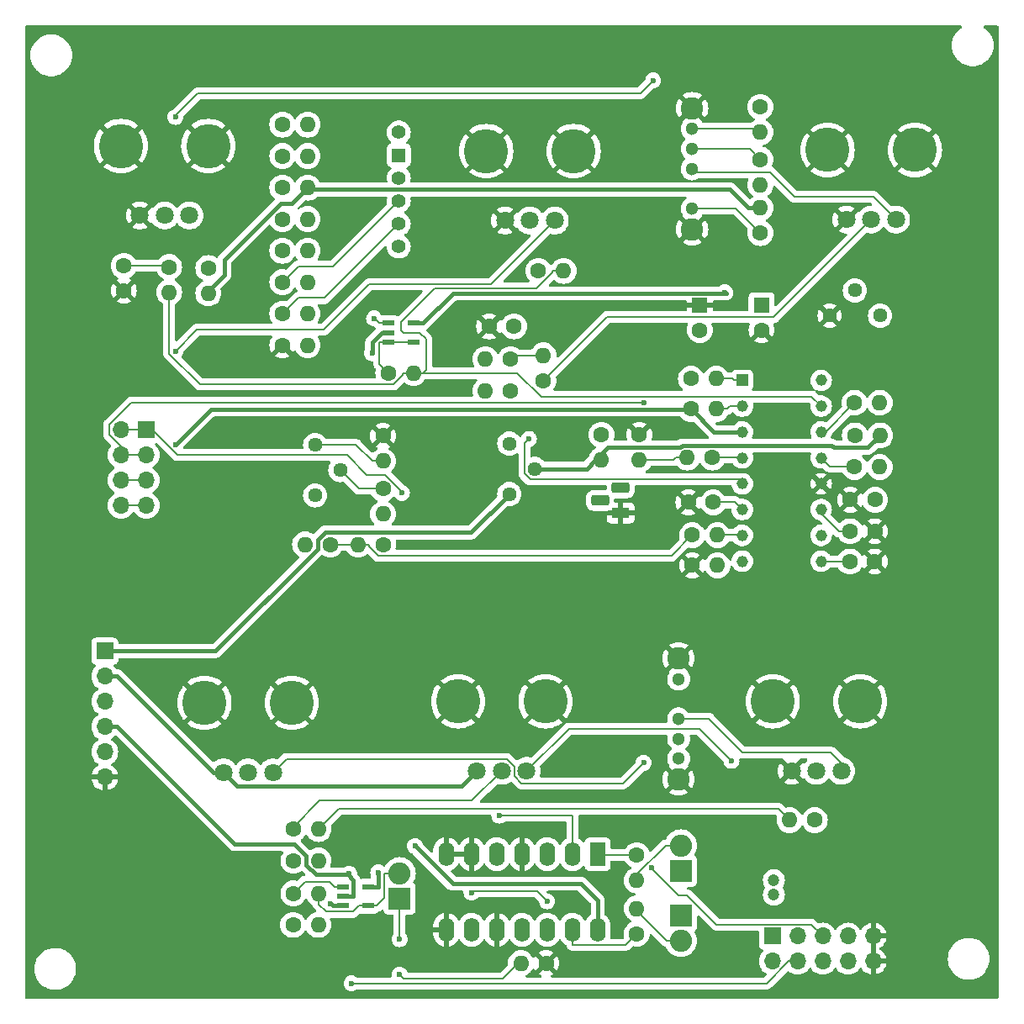
<source format=gtl>
%TF.GenerationSoftware,KiCad,Pcbnew,8.0.8*%
%TF.CreationDate,2025-06-29T12:55:01+09:00*%
%TF.ProjectId,VCOSeparate,56434f53-6570-4617-9261-74652e6b6963,rev?*%
%TF.SameCoordinates,Original*%
%TF.FileFunction,Copper,L1,Top*%
%TF.FilePolarity,Positive*%
%FSLAX46Y46*%
G04 Gerber Fmt 4.6, Leading zero omitted, Abs format (unit mm)*
G04 Created by KiCad (PCBNEW 8.0.8) date 2025-06-29 12:55:01*
%MOMM*%
%LPD*%
G01*
G04 APERTURE LIST*
G04 Aperture macros list*
%AMRoundRect*
0 Rectangle with rounded corners*
0 $1 Rounding radius*
0 $2 $3 $4 $5 $6 $7 $8 $9 X,Y pos of 4 corners*
0 Add a 4 corners polygon primitive as box body*
4,1,4,$2,$3,$4,$5,$6,$7,$8,$9,$2,$3,0*
0 Add four circle primitives for the rounded corners*
1,1,$1+$1,$2,$3*
1,1,$1+$1,$4,$5*
1,1,$1+$1,$6,$7*
1,1,$1+$1,$8,$9*
0 Add four rect primitives between the rounded corners*
20,1,$1+$1,$2,$3,$4,$5,0*
20,1,$1+$1,$4,$5,$6,$7,0*
20,1,$1+$1,$6,$7,$8,$9,0*
20,1,$1+$1,$8,$9,$2,$3,0*%
G04 Aperture macros list end*
%TA.AperFunction,ComponentPad*%
%ADD10C,1.600000*%
%TD*%
%TA.AperFunction,ComponentPad*%
%ADD11R,2.240000X2.240000*%
%TD*%
%TA.AperFunction,ComponentPad*%
%ADD12O,2.240000X2.240000*%
%TD*%
%TA.AperFunction,ComponentPad*%
%ADD13O,1.600000X1.600000*%
%TD*%
%TA.AperFunction,ComponentPad*%
%ADD14R,1.600000X1.600000*%
%TD*%
%TA.AperFunction,ComponentPad*%
%ADD15C,1.800000*%
%TD*%
%TA.AperFunction,ComponentPad*%
%ADD16C,4.455000*%
%TD*%
%TA.AperFunction,ComponentPad*%
%ADD17R,1.800000X1.100000*%
%TD*%
%TA.AperFunction,ComponentPad*%
%ADD18RoundRect,0.275000X0.625000X-0.275000X0.625000X0.275000X-0.625000X0.275000X-0.625000X-0.275000X0*%
%TD*%
%TA.AperFunction,ComponentPad*%
%ADD19C,1.440000*%
%TD*%
%TA.AperFunction,ComponentPad*%
%ADD20R,1.700000X1.700000*%
%TD*%
%TA.AperFunction,ComponentPad*%
%ADD21O,1.700000X1.700000*%
%TD*%
%TA.AperFunction,ComponentPad*%
%ADD22R,1.400000X1.400000*%
%TD*%
%TA.AperFunction,ComponentPad*%
%ADD23C,1.400000*%
%TD*%
%TA.AperFunction,ComponentPad*%
%ADD24R,1.600000X2.400000*%
%TD*%
%TA.AperFunction,ComponentPad*%
%ADD25O,1.600000X2.400000*%
%TD*%
%TA.AperFunction,ComponentPad*%
%ADD26R,1.159000X1.159000*%
%TD*%
%TA.AperFunction,ComponentPad*%
%ADD27C,1.159000*%
%TD*%
%TA.AperFunction,ComponentPad*%
%ADD28C,1.300000*%
%TD*%
%TA.AperFunction,ComponentPad*%
%ADD29C,2.250000*%
%TD*%
%TA.AperFunction,SMDPad,CuDef*%
%ADD30R,1.200000X0.600000*%
%TD*%
%TA.AperFunction,ComponentPad*%
%ADD31C,1.200000*%
%TD*%
%TA.AperFunction,ViaPad*%
%ADD32C,0.600000*%
%TD*%
%TA.AperFunction,Conductor*%
%ADD33C,0.400000*%
%TD*%
%TA.AperFunction,Conductor*%
%ADD34C,0.200000*%
%TD*%
G04 APERTURE END LIST*
D10*
%TO.P,C55,1*%
%TO.N,GNDA*%
X224068000Y-99759900D03*
%TO.P,C55,2*%
%TO.N,Net-(C55-Pad2)*%
X226568000Y-99759900D03*
%TD*%
D11*
%TO.P,D28,1,K*%
%TO.N,Net-(D28-K)*%
X178689000Y-139907000D03*
D12*
%TO.P,D28,2,A*%
%TO.N,Net-(D28-A)*%
X178689000Y-137367000D03*
%TD*%
D10*
%TO.P,R45,1*%
%TO.N,Net-(R42-Pad2)*%
X166878000Y-61976000D03*
D13*
%TO.P,R45,2*%
%TO.N,+5VA*%
X169418000Y-61976000D03*
%TD*%
D10*
%TO.P,R114,1*%
%TO.N,CV*%
X177038000Y-104267000D03*
D13*
%TO.P,R114,2*%
%TO.N,Vfci*%
X174498000Y-104267000D03*
%TD*%
D14*
%TO.P,C50,1*%
%TO.N,GNDA*%
X208915000Y-80177000D03*
D10*
%TO.P,C50,2*%
%TO.N,-5VA*%
X208915000Y-82677000D03*
%TD*%
%TO.P,R259,1*%
%TO.N,Vso*%
X167963000Y-142574000D03*
D13*
%TO.P,R259,2*%
%TO.N,Net-(IC3-INPUT_+)*%
X170503000Y-142574000D03*
%TD*%
D10*
%TO.P,R43,1*%
%TO.N,Net-(R42-Pad2)*%
X166878000Y-68326000D03*
D13*
%TO.P,R43,2*%
%TO.N,+5VA*%
X169418000Y-68326000D03*
%TD*%
D10*
%TO.P,R1,1*%
%TO.N,Net-(VR3-CW)*%
X159422000Y-76425000D03*
D13*
%TO.P,R1,2*%
%TO.N,+5VA*%
X159422000Y-78965000D03*
%TD*%
D10*
%TO.P,R128,1*%
%TO.N,VP*%
X210185000Y-95504000D03*
D13*
%TO.P,R128,2*%
%TO.N,Net-(Q18-B)*%
X207645000Y-95504000D03*
%TD*%
D15*
%TO.P,VR3,1,CCW*%
%TO.N,GNDA*%
X152522000Y-71135000D03*
%TO.P,VR3,2,WIPER*%
%TO.N,Net-(VR3-WIPER)*%
X155022000Y-71135000D03*
%TO.P,VR3,3,CW*%
%TO.N,Net-(VR3-CW)*%
X157522000Y-71135000D03*
D16*
%TO.P,VR3,MH1,MH1*%
%TO.N,GNDA*%
X150622000Y-64135000D03*
%TO.P,VR3,MH2,MH2*%
X159422000Y-64135000D03*
%TD*%
D10*
%TO.P,R118,1*%
%TO.N,Net-(IC1-Pad14)*%
X224507000Y-89980900D03*
D13*
%TO.P,R118,2*%
%TO.N,Net-(R118-Pad2)*%
X227047000Y-89980900D03*
%TD*%
D10*
%TO.P,R125,1*%
%TO.N,Vfci*%
X208153000Y-103315900D03*
D13*
%TO.P,R125,2*%
%TO.N,Net-(IC1-Pad7)*%
X210693000Y-103315900D03*
%TD*%
D10*
%TO.P,R214,1*%
%TO.N,Env*%
X215011000Y-60198000D03*
D13*
%TO.P,R214,2*%
%TO.N,Net-(R214-Pad2)*%
X215011000Y-62738000D03*
%TD*%
D10*
%TO.P,R186,1*%
%TO.N,Net-(VR8-WIPER)*%
X167992000Y-136097000D03*
D13*
%TO.P,R186,2*%
%TO.N,Net-(C54-Pad1)*%
X170532000Y-136097000D03*
%TD*%
D17*
%TO.P,Q18,1,E*%
%TO.N,GNDA*%
X200945000Y-101092000D03*
D18*
%TO.P,Q18,2,C*%
%TO.N,VPseparate*%
X198875000Y-99822000D03*
%TO.P,Q18,3,B*%
%TO.N,Net-(Q18-B)*%
X200945000Y-98552000D03*
%TD*%
D10*
%TO.P,C42,1*%
%TO.N,GNDA*%
X187706000Y-82296000D03*
%TO.P,C42,2*%
%TO.N,Vpwm*%
X190206000Y-82296000D03*
%TD*%
%TO.P,R44,1*%
%TO.N,Net-(R42-Pad2)*%
X166878000Y-65151000D03*
D13*
%TO.P,R44,2*%
%TO.N,+5VA*%
X169418000Y-65151000D03*
%TD*%
D10*
%TO.P,R123,1*%
%TO.N,GNDA*%
X193450000Y-146431000D03*
D13*
%TO.P,R123,2*%
%TO.N,Net-(D28-K)*%
X190910000Y-146431000D03*
%TD*%
D10*
%TO.P,R193,1*%
%TO.N,LFO_Tri*%
X215011000Y-72898000D03*
D13*
%TO.P,R193,2*%
%TO.N,+5VA*%
X215011000Y-70358000D03*
%TD*%
D10*
%TO.P,R189,1*%
%TO.N,Net-(IC4A-Q)*%
X202565000Y-135560000D03*
D13*
%TO.P,R189,2*%
%TO.N,Net-(D31-A)*%
X202565000Y-138100000D03*
%TD*%
D15*
%TO.P,VR10,1,CCW*%
%TO.N,GNDA*%
X218168000Y-127065000D03*
%TO.P,VR10,2,WIPER*%
%TO.N,Net-(VR10-WIPER)*%
X220668000Y-127065000D03*
%TO.P,VR10,3,CW*%
%TO.N,SubVP*%
X223168000Y-127065000D03*
D16*
%TO.P,VR10,MH1,MH1*%
%TO.N,GNDA*%
X216268000Y-120065000D03*
%TO.P,VR10,MH2,MH2*%
X225068000Y-120065000D03*
%TD*%
D19*
%TO.P,TM5,1,1*%
%TO.N,+5VA*%
X170180000Y-99314000D03*
%TO.P,TM5,2,2*%
%TO.N,Net-(R116-Pad1)*%
X172720000Y-96774000D03*
%TO.P,TM5,3,3*%
%TO.N,Net-(R117-Pad2)*%
X170180000Y-94234000D03*
%TD*%
D10*
%TO.P,R104,1*%
%TO.N,Net-(VR4-WIPER)*%
X192659000Y-76708000D03*
D13*
%TO.P,R104,2*%
%TO.N,Vfci*%
X195199000Y-76708000D03*
%TD*%
D10*
%TO.P,C53,1*%
%TO.N,GNDA*%
X226548000Y-102934900D03*
%TO.P,C53,2*%
%TO.N,Net-(C53-Pad2)*%
X224048000Y-102934900D03*
%TD*%
%TO.P,R120,1*%
%TO.N,-5VA*%
X208026000Y-87567900D03*
D13*
%TO.P,R120,2*%
%TO.N,Net-(IC1-Pad1)*%
X210566000Y-87567900D03*
%TD*%
D20*
%TO.P,J4,1,Pin_1*%
%TO.N,+12VA*%
X149000000Y-115000000D03*
D21*
%TO.P,J4,2,Pin_2*%
%TO.N,+5VA*%
X149000000Y-117540000D03*
%TO.P,J4,3,Pin_3*%
%TO.N,-5VA*%
X149000000Y-120080000D03*
%TO.P,J4,4,Pin_4*%
%TO.N,-12VA*%
X149000000Y-122620000D03*
%TO.P,J4,5,Pin_5*%
%TO.N,unconnected-(J4-Pin_5-Pad5)*%
X149000000Y-125160000D03*
%TO.P,J4,6,Pin_6*%
%TO.N,GNDA*%
X149000000Y-127700000D03*
%TD*%
D20*
%TO.P,J5,1,Pin_1*%
%TO.N,CV*%
X153162000Y-92710000D03*
D21*
%TO.P,J5,2,Pin_2*%
X150622000Y-92710000D03*
%TO.P,J5,3,Pin_3*%
%TO.N,LFO_Tri*%
X153162000Y-95250000D03*
%TO.P,J5,4,Pin_4*%
X150622000Y-95250000D03*
%TO.P,J5,5,Pin_5*%
%TO.N,LFO_Sine*%
X153162000Y-97790000D03*
%TO.P,J5,6,Pin_6*%
X150622000Y-97790000D03*
%TO.P,J5,7,Pin_7*%
%TO.N,Env*%
X153162000Y-100330000D03*
%TO.P,J5,8,Pin_8*%
X150622000Y-100330000D03*
%TD*%
D10*
%TO.P,R55,1*%
%TO.N,Net-(R55-Pad1)*%
X215011000Y-65503000D03*
D13*
%TO.P,R55,2*%
%TO.N,+12VA*%
X215011000Y-68043000D03*
%TD*%
D10*
%TO.P,R40,1*%
%TO.N,Net-(S1-NO_3)*%
X166878000Y-77851000D03*
D13*
%TO.P,R40,2*%
%TO.N,Net-(S1-NO_2)*%
X169418000Y-77851000D03*
%TD*%
D15*
%TO.P,VR6,1,CCW*%
%TO.N,GNDA*%
X223687000Y-71544000D03*
%TO.P,VR6,2,WIPER*%
%TO.N,Net-(VR6-WIPER)*%
X226187000Y-71544000D03*
%TO.P,VR6,3,CW*%
%TO.N,PWMSource*%
X228687000Y-71544000D03*
D16*
%TO.P,VR6,MH1,MH1*%
%TO.N,GNDA*%
X221787000Y-64544000D03*
%TO.P,VR6,MH2,MH2*%
X230587000Y-64544000D03*
%TD*%
D22*
%TO.P,S1,1,NO_1*%
%TO.N,Net-(S1-NO_1)*%
X178607000Y-65066000D03*
D23*
%TO.P,S1,2,NO_2*%
%TO.N,Net-(S1-NO_2)*%
X178607000Y-67366000D03*
%TO.P,S1,3,NO_3*%
%TO.N,Net-(S1-NO_3)*%
X178607000Y-69666000D03*
%TO.P,S1,4,NO_4*%
%TO.N,Net-(S1-NO_4)*%
X178607000Y-71966000D03*
%TO.P,S1,5,COM_1*%
%TO.N,Net-(IC2-INPUT_+)*%
X178607000Y-62766000D03*
%TO.P,S1,6,COM_2*%
%TO.N,unconnected-(S1-COM_2-Pad6)*%
X178607000Y-74266000D03*
%TD*%
D10*
%TO.P,R102,1*%
%TO.N,Vpwm*%
X189865000Y-85598000D03*
D13*
%TO.P,R102,2*%
%TO.N,Net-(R101-Pad1)*%
X187325000Y-85598000D03*
%TD*%
D24*
%TO.P,IC4,1,Q*%
%TO.N,Net-(IC4A-Q)*%
X198628000Y-135447000D03*
D25*
%TO.P,IC4,2,~{Q}*%
%TO.N,Net-(IC4A-D)*%
X196088000Y-135447000D03*
%TO.P,IC4,3,C*%
%TO.N,Net-(IC4A-C)*%
X193548000Y-135447000D03*
%TO.P,IC4,4,R*%
%TO.N,GNDA*%
X191008000Y-135447000D03*
%TO.P,IC4,5,D*%
%TO.N,Net-(IC4A-D)*%
X188468000Y-135447000D03*
%TO.P,IC4,6,S*%
%TO.N,GNDA*%
X185928000Y-135447000D03*
%TO.P,IC4,7,VSS*%
X183388000Y-135447000D03*
%TO.P,IC4,8,S*%
X183388000Y-143067000D03*
%TO.P,IC4,9,D*%
%TO.N,Net-(IC4B-D)*%
X185928000Y-143067000D03*
%TO.P,IC4,10,R*%
%TO.N,GNDA*%
X188468000Y-143067000D03*
%TO.P,IC4,11,C*%
%TO.N,Net-(D28-K)*%
X191008000Y-143067000D03*
%TO.P,IC4,12,~{Q}*%
%TO.N,Net-(IC4B-D)*%
X193548000Y-143067000D03*
%TO.P,IC4,13,Q*%
%TO.N,Net-(IC4A-C)*%
X196088000Y-143067000D03*
%TO.P,IC4,14,VDD*%
%TO.N,+12VA*%
X198628000Y-143067000D03*
%TD*%
D15*
%TO.P,VR4,1,CCW*%
%TO.N,GNDA*%
X189315000Y-71643000D03*
%TO.P,VR4,2,WIPER*%
%TO.N,Net-(VR4-WIPER)*%
X191815000Y-71643000D03*
%TO.P,VR4,3,CW*%
%TO.N,LFO_Sine*%
X194315000Y-71643000D03*
D16*
%TO.P,VR4,MH1,MH1*%
%TO.N,GNDA*%
X187415000Y-64643000D03*
%TO.P,VR4,MH2,MH2*%
X196215000Y-64643000D03*
%TD*%
D15*
%TO.P,VR9,1,CCW*%
%TO.N,+5VA*%
X186478000Y-127065000D03*
%TO.P,VR9,2,WIPER*%
%TO.N,Net-(VR9-WIPER)*%
X188978000Y-127065000D03*
%TO.P,VR9,3,CW*%
%TO.N,Vso*%
X191478000Y-127065000D03*
D16*
%TO.P,VR9,MH1,MH1*%
%TO.N,GNDA*%
X184578000Y-120065000D03*
%TO.P,VR9,MH2,MH2*%
X193378000Y-120065000D03*
%TD*%
D26*
%TO.P,IC1,1,1*%
%TO.N,Net-(IC1-Pad1)*%
X213201000Y-87726900D03*
D27*
%TO.P,IC1,2,2*%
%TO.N,Net-(IC1-Pad2)*%
X213201000Y-90329900D03*
%TO.P,IC1,3,3*%
%TO.N,-5VA*%
X213201000Y-92933900D03*
%TO.P,IC1,4,4*%
%TO.N,VP*%
X213201000Y-95536900D03*
%TO.P,IC1,5,5*%
%TO.N,Vpwm*%
X213201000Y-98140900D03*
%TO.P,IC1,6,6*%
%TO.N,Net-(C51-Pad2)*%
X213201000Y-100743900D03*
%TO.P,IC1,7,7*%
%TO.N,Net-(IC1-Pad7)*%
X213201000Y-103347900D03*
%TO.P,IC1,8,8*%
%TO.N,Vso*%
X213201000Y-105950900D03*
%TO.P,IC1,9,9*%
%TO.N,Net-(C52-Pad2)*%
X221139000Y-105950900D03*
%TO.P,IC1,10,10*%
%TO.N,unconnected-(IC1-Pad10)*%
X221139000Y-103347900D03*
%TO.P,IC1,11,11*%
%TO.N,Net-(C53-Pad2)*%
X221139000Y-100743900D03*
%TO.P,IC1,12,12*%
%TO.N,GNDA*%
X221139000Y-98140900D03*
%TO.P,IC1,13,13*%
%TO.N,Net-(IC1-Pad13)*%
X221139000Y-95536900D03*
%TO.P,IC1,14,14*%
%TO.N,Net-(IC1-Pad14)*%
X221139000Y-92933900D03*
%TO.P,IC1,15,15*%
%TO.N,Vfci*%
X221139000Y-90329900D03*
%TO.P,IC1,16,16*%
%TO.N,+12VA*%
X221139000Y-87726900D03*
%TD*%
D28*
%TO.P,S3,1,1*%
%TO.N,Net-(D32-A)*%
X206785000Y-117826000D03*
%TO.P,S3,2,2*%
%TO.N,SubVP*%
X206785000Y-121826000D03*
%TO.P,S3,3,3*%
%TO.N,Net-(D31-A)*%
X206785000Y-123826000D03*
%TO.P,S3,4,4*%
%TO.N,Net-(D31-K)*%
X206785000Y-125826000D03*
D29*
%TO.P,S3,5,5*%
%TO.N,GNDA*%
X206785000Y-115726000D03*
%TO.P,S3,6,6*%
X206785000Y-127926000D03*
%TD*%
D10*
%TO.P,R191,1*%
%TO.N,Net-(VR6-WIPER)*%
X193167000Y-87757000D03*
D13*
%TO.P,R191,2*%
%TO.N,Vpwm*%
X193167000Y-85217000D03*
%TD*%
D10*
%TO.P,R188,1*%
%TO.N,Net-(VR10-WIPER)*%
X220501000Y-132018000D03*
D13*
%TO.P,R188,2*%
%TO.N,Net-(C54-Pad1)*%
X217961000Y-132018000D03*
%TD*%
D28*
%TO.P,S2,1,1*%
%TO.N,LFO_Tri*%
X208153000Y-70417000D03*
%TO.P,S2,2,2*%
%TO.N,PWMSource*%
X208153000Y-66417000D03*
%TO.P,S2,3,3*%
%TO.N,Net-(R55-Pad1)*%
X208153000Y-64417000D03*
%TO.P,S2,4,4*%
%TO.N,Net-(R214-Pad2)*%
X208153000Y-62417000D03*
D29*
%TO.P,S2,5,5*%
%TO.N,GNDA*%
X208153000Y-72517000D03*
%TO.P,S2,6,6*%
X208153000Y-60317000D03*
%TD*%
D10*
%TO.P,R124,1*%
%TO.N,VPseparate*%
X199009000Y-93218000D03*
D13*
%TO.P,R124,2*%
%TO.N,+12VA*%
X199009000Y-95758000D03*
%TD*%
D10*
%TO.P,R121,1*%
%TO.N,-5VA*%
X208026000Y-90615900D03*
D13*
%TO.P,R121,2*%
%TO.N,Net-(IC1-Pad2)*%
X210566000Y-90615900D03*
%TD*%
D10*
%TO.P,R129,1*%
%TO.N,GNDA*%
X202819000Y-93218000D03*
D13*
%TO.P,R129,2*%
%TO.N,Net-(Q18-B)*%
X202819000Y-95758000D03*
%TD*%
D14*
%TO.P,C49,1*%
%TO.N,+12VA*%
X215138000Y-80177000D03*
D10*
%TO.P,C49,2*%
%TO.N,GNDA*%
X215138000Y-82677000D03*
%TD*%
%TO.P,R38,1*%
%TO.N,GNDA*%
X166878000Y-84201000D03*
D13*
%TO.P,R38,2*%
%TO.N,Net-(S1-NO_4)*%
X169418000Y-84201000D03*
%TD*%
D10*
%TO.P,R187,1*%
%TO.N,Net-(VR9-WIPER)*%
X167992000Y-132922000D03*
D13*
%TO.P,R187,2*%
%TO.N,Net-(C54-Pad1)*%
X170532000Y-132922000D03*
%TD*%
D10*
%TO.P,R126,1*%
%TO.N,GNDA*%
X208153000Y-106363900D03*
D13*
%TO.P,R126,2*%
%TO.N,Net-(IC1-Pad7)*%
X210693000Y-106363900D03*
%TD*%
D10*
%TO.P,R190,1*%
%TO.N,Net-(IC4A-C)*%
X202565000Y-143463000D03*
D13*
%TO.P,R190,2*%
%TO.N,Net-(D32-A)*%
X202565000Y-140923000D03*
%TD*%
D10*
%TO.P,R117,1*%
%TO.N,GNDA*%
X177023000Y-93316000D03*
D13*
%TO.P,R117,2*%
%TO.N,Net-(R117-Pad2)*%
X177023000Y-95856000D03*
%TD*%
D20*
%TO.P,J3,1,Pin_1*%
%TO.N,VCOWave*%
X216218000Y-143702000D03*
D21*
%TO.P,J3,2,Pin_2*%
X216218000Y-146242000D03*
%TO.P,J3,3,Pin_3*%
%TO.N,Vso*%
X218758000Y-143702000D03*
%TO.P,J3,4,Pin_4*%
X218758000Y-146242000D03*
%TO.P,J3,5,Pin_5*%
%TO.N,VPseparate*%
X221298000Y-143702000D03*
%TO.P,J3,6,Pin_6*%
X221298000Y-146242000D03*
%TO.P,J3,7,Pin_7*%
%TO.N,SubVP*%
X223838000Y-143702000D03*
%TO.P,J3,8,Pin_8*%
X223838000Y-146242000D03*
%TO.P,J3,9,Pin_9*%
%TO.N,GNDA*%
X226378000Y-143702000D03*
%TO.P,J3,10,Pin_10*%
X226378000Y-146242000D03*
%TD*%
D10*
%TO.P,R127,1*%
%TO.N,Net-(IC1-Pad13)*%
X224507000Y-96457900D03*
D13*
%TO.P,R127,2*%
%TO.N,Net-(C55-Pad2)*%
X227047000Y-96457900D03*
%TD*%
D10*
%TO.P,R101,1*%
%TO.N,Net-(R101-Pad1)*%
X189870000Y-88803000D03*
D13*
%TO.P,R101,2*%
%TO.N,Net-(R101-Pad2)*%
X187330000Y-88803000D03*
%TD*%
D30*
%TO.P,IC3,1,INPUT_+*%
%TO.N,Net-(IC3-INPUT_+)*%
X173003000Y-138749000D03*
%TO.P,IC3,2,VEE*%
%TO.N,-12VA*%
X173003000Y-139699000D03*
%TO.P,IC3,3,INPUT_-*%
%TO.N,+5VA*%
X173003000Y-140649000D03*
%TO.P,IC3,4,OUTPUT*%
%TO.N,Net-(D28-A)*%
X175503000Y-140649000D03*
%TO.P,IC3,5,VCC*%
%TO.N,+12VA*%
X175503000Y-138749000D03*
%TD*%
D10*
%TO.P,C51,1*%
%TO.N,GNDA*%
X207772000Y-100013900D03*
%TO.P,C51,2*%
%TO.N,Net-(C51-Pad2)*%
X210272000Y-100013900D03*
%TD*%
%TO.P,R41,1*%
%TO.N,Net-(S1-NO_2)*%
X166878000Y-74676000D03*
D13*
%TO.P,R41,2*%
%TO.N,Net-(S1-NO_1)*%
X169418000Y-74676000D03*
%TD*%
D10*
%TO.P,C52,1*%
%TO.N,GNDA*%
X226528000Y-105982900D03*
%TO.P,C52,2*%
%TO.N,Net-(C52-Pad2)*%
X224028000Y-105982900D03*
%TD*%
%TO.P,R2,1*%
%TO.N,Net-(VR3-WIPER)*%
X155485000Y-76327000D03*
D13*
%TO.P,R2,2*%
%TO.N,Vfci*%
X155485000Y-78867000D03*
%TD*%
D19*
%TO.P,TM4,1,1*%
%TO.N,+12VA*%
X189738000Y-99187000D03*
%TO.P,TM4,2,2*%
X192278000Y-96647000D03*
%TO.P,TM4,3,3*%
%TO.N,Net-(R101-Pad2)*%
X189738000Y-94107000D03*
%TD*%
D10*
%TO.P,R119,1*%
%TO.N,Net-(IC1-Pad13)*%
X224536000Y-93282900D03*
D13*
%TO.P,R119,2*%
%TO.N,+12VA*%
X227076000Y-93282900D03*
%TD*%
D10*
%TO.P,R258,1*%
%TO.N,Net-(IC3-INPUT_+)*%
X167992000Y-139399000D03*
D13*
%TO.P,R258,2*%
%TO.N,Net-(D28-A)*%
X170532000Y-139399000D03*
%TD*%
D10*
%TO.P,R115,1*%
%TO.N,Vfci*%
X171704000Y-104267000D03*
D13*
%TO.P,R115,2*%
%TO.N,+5VA*%
X169164000Y-104267000D03*
%TD*%
D19*
%TO.P,TM6,1,1*%
%TO.N,Net-(R118-Pad2)*%
X227076000Y-81217900D03*
%TO.P,TM6,2,2*%
X224536000Y-78677900D03*
%TO.P,TM6,3,3*%
%TO.N,GNDA*%
X221996000Y-81217900D03*
%TD*%
D10*
%TO.P,R42,1*%
%TO.N,Net-(S1-NO_1)*%
X166878000Y-71501000D03*
D13*
%TO.P,R42,2*%
%TO.N,Net-(R42-Pad2)*%
X169418000Y-71501000D03*
%TD*%
D30*
%TO.P,IC2,1,INPUT_+*%
%TO.N,Net-(IC2-INPUT_+)*%
X177566000Y-81981000D03*
%TO.P,IC2,2,VEE*%
%TO.N,-12VA*%
X177566000Y-82931000D03*
%TO.P,IC2,3,INPUT_-*%
%TO.N,Net-(IC2-INPUT_-)*%
X177566000Y-83881000D03*
%TO.P,IC2,4,OUTPUT*%
X180066000Y-83881000D03*
%TO.P,IC2,5,VCC*%
%TO.N,+12VA*%
X180066000Y-81981000D03*
%TD*%
D11*
%TO.P,D31,1,K*%
%TO.N,Net-(D31-K)*%
X207010000Y-137113000D03*
D12*
%TO.P,D31,2,A*%
%TO.N,Net-(D31-A)*%
X207010000Y-134573000D03*
%TD*%
D10*
%TO.P,R116,1*%
%TO.N,Net-(R116-Pad1)*%
X177023000Y-98650000D03*
D13*
%TO.P,R116,2*%
%TO.N,Vfci*%
X177023000Y-101190000D03*
%TD*%
D10*
%TO.P,R112,1*%
%TO.N,Net-(IC2-INPUT_-)*%
X177546000Y-86995000D03*
D13*
%TO.P,R112,2*%
%TO.N,Vfci*%
X180086000Y-86995000D03*
%TD*%
D11*
%TO.P,D32,1,K*%
%TO.N,Net-(D31-K)*%
X207010000Y-141644000D03*
D12*
%TO.P,D32,2,A*%
%TO.N,Net-(D32-A)*%
X207010000Y-144184000D03*
%TD*%
D31*
%TO.P,C54,1*%
%TO.N,Net-(C54-Pad1)*%
X216378000Y-138057000D03*
%TO.P,C54,2*%
%TO.N,VCOWave*%
X216378000Y-139557000D03*
%TD*%
D10*
%TO.P,R39,1*%
%TO.N,Net-(S1-NO_4)*%
X166878000Y-81026000D03*
D13*
%TO.P,R39,2*%
%TO.N,Net-(S1-NO_3)*%
X169418000Y-81026000D03*
%TD*%
D15*
%TO.P,VR8,1,CCW*%
%TO.N,+5VA*%
X160933000Y-127207000D03*
%TO.P,VR8,2,WIPER*%
%TO.N,Net-(VR8-WIPER)*%
X163433000Y-127207000D03*
%TO.P,VR8,3,CW*%
%TO.N,VPseparate*%
X165933000Y-127207000D03*
D16*
%TO.P,VR8,MH1,MH1*%
%TO.N,GNDA*%
X159033000Y-120207000D03*
%TO.P,VR8,MH2,MH2*%
X167833000Y-120207000D03*
%TD*%
D10*
%TO.P,C1,1*%
%TO.N,GNDA*%
X150913000Y-78700000D03*
%TO.P,C1,2*%
%TO.N,Net-(VR3-WIPER)*%
X150913000Y-76200000D03*
%TD*%
D32*
%TO.N,Vpwm*%
X191703000Y-93631500D03*
%TO.N,+12VA*%
X211455000Y-78867000D03*
X176530000Y-137287000D03*
X180239000Y-134620000D03*
%TO.N,-5VA*%
X156138000Y-94232500D03*
%TO.N,Net-(D28-K)*%
X178689000Y-147574000D03*
X178689000Y-144018000D03*
%TO.N,Vso*%
X212104000Y-126050000D03*
X173863000Y-148463000D03*
%TO.N,VPseparate*%
X204062000Y-136823000D03*
X203263000Y-126244000D03*
%TO.N,+5VA*%
X171707000Y-140442000D03*
%TO.N,-12VA*%
X175915000Y-84997100D03*
X173611000Y-137407000D03*
%TO.N,LFO_Sine*%
X156109000Y-84790200D03*
%TO.N,Env*%
X156109000Y-61213400D03*
X204216000Y-57531000D03*
%TO.N,LFO_Tri*%
X203263000Y-89979900D03*
%TO.N,CV*%
X178916000Y-99076800D03*
%TO.N,Net-(IC2-INPUT_+)*%
X176116000Y-81500300D03*
%TO.N,Net-(IC4B-D)*%
X185928000Y-139319000D03*
X193548000Y-140208000D03*
%TO.N,Net-(IC4A-D)*%
X188722000Y-131572000D03*
%TD*%
D33*
%TO.N,GNDA*%
X188341000Y-143194000D02*
X188468000Y-143067000D01*
D34*
%TO.N,Net-(VR3-WIPER)*%
X150913000Y-76200000D02*
X155358000Y-76200000D01*
X155358000Y-76200000D02*
X155485000Y-76327000D01*
%TO.N,Vpwm*%
X190246000Y-85217000D02*
X193167000Y-85217000D01*
X213201000Y-98140900D02*
X212748000Y-97688400D01*
X191256000Y-94078100D02*
X191703000Y-93631500D01*
X191840000Y-97688400D02*
X191256000Y-97104400D01*
X191256000Y-97104400D02*
X191256000Y-94078100D01*
X212748000Y-97688400D02*
X191840000Y-97688400D01*
X189865000Y-85598000D02*
X190246000Y-85217000D01*
D33*
%TO.N,+12VA*%
X222401000Y-94512200D02*
X225847000Y-94512200D01*
X211455000Y-78975300D02*
X211563000Y-78975300D01*
X170434000Y-103785000D02*
X171172000Y-103047000D01*
X175503000Y-138749000D02*
X176505000Y-138749000D01*
X207152000Y-94297300D02*
X222186000Y-94297300D01*
X206962000Y-94488000D02*
X207152000Y-94297300D01*
X211455000Y-78975300D02*
X211455000Y-78867000D01*
X185878000Y-103047000D02*
X189738000Y-99187000D01*
X199009000Y-95758000D02*
X198408000Y-95758000D01*
X222186000Y-94297300D02*
X222401000Y-94512200D01*
X184073000Y-78975300D02*
X211455000Y-78975300D01*
X176505000Y-137312000D02*
X176505000Y-137363000D01*
X225847000Y-94512200D02*
X227076000Y-93282900D01*
X149000000Y-115000000D02*
X160142000Y-115000000D01*
X171172000Y-103047000D02*
X185878000Y-103047000D01*
X180066000Y-81981000D02*
X181068000Y-81981000D01*
X181068000Y-81981000D02*
X184073000Y-78975300D01*
X198628000Y-140081000D02*
X198628000Y-143067000D01*
X196977000Y-138430000D02*
X198628000Y-140081000D01*
X192278000Y-96647000D02*
X197519000Y-96647000D01*
X180239000Y-134620000D02*
X184049000Y-138430000D01*
X170434000Y-104708000D02*
X170434000Y-103785000D01*
X160142000Y-115000000D02*
X170434000Y-104708000D01*
X176530000Y-137287000D02*
X176505000Y-137312000D01*
X198408000Y-95758000D02*
X199678000Y-94488000D01*
X176505000Y-138749000D02*
X176505000Y-137363000D01*
X184049000Y-138430000D02*
X196977000Y-138430000D01*
X199678000Y-94488000D02*
X206962000Y-94488000D01*
X197519000Y-96647000D02*
X198408000Y-95758000D01*
%TO.N,-5VA*%
X159689000Y-90681600D02*
X207960000Y-90681600D01*
X213201000Y-92933900D02*
X210344000Y-92933900D01*
X210344000Y-92933900D02*
X208026000Y-90615900D01*
X156138000Y-94232500D02*
X159689000Y-90681600D01*
X207960000Y-90681600D02*
X208026000Y-90615900D01*
D34*
%TO.N,Net-(C51-Pad2)*%
X212836000Y-100379000D02*
X213201000Y-100744000D01*
X212836000Y-100379000D02*
X212836100Y-100379000D01*
X212836100Y-100379000D02*
X213201000Y-100743900D01*
X210272000Y-100013900D02*
X210272000Y-100014000D01*
X210272000Y-100014000D02*
X212471000Y-100014000D01*
X212471000Y-100014000D02*
X212836000Y-100379000D01*
%TO.N,Net-(C52-Pad2)*%
X221171000Y-105983000D02*
X221139000Y-105951000D01*
X224028000Y-105983000D02*
X222599500Y-105983000D01*
X224027900Y-105983000D02*
X224028000Y-105982900D01*
X222599500Y-105983000D02*
X224027900Y-105983000D01*
X221139000Y-105950900D02*
X221139000Y-105951000D01*
X222599500Y-105983000D02*
X221171000Y-105983000D01*
%TO.N,Net-(C53-Pad2)*%
X221139000Y-100743900D02*
X221139000Y-100744000D01*
X224048000Y-102935000D02*
X222950000Y-102935000D01*
X224048000Y-102934900D02*
X224048000Y-102935000D01*
X221139000Y-101124000D02*
X221139000Y-100744000D01*
X222950000Y-102935000D02*
X221139000Y-101124000D01*
%TO.N,Net-(C54-Pad1)*%
X216818000Y-130875000D02*
X172579000Y-130875000D01*
X172579000Y-130875000D02*
X170532000Y-132922000D01*
X217961000Y-132018000D02*
X216818000Y-130875000D01*
%TO.N,Net-(D28-K)*%
X179070000Y-147955000D02*
X178689000Y-147574000D01*
X190881000Y-146242000D02*
X190881000Y-146177000D01*
X178689000Y-144018000D02*
X178689000Y-139907000D01*
X190881000Y-146177000D02*
X189103000Y-147955000D01*
X190910000Y-146431000D02*
X190881000Y-146402000D01*
X190881000Y-146402000D02*
X190881000Y-146242000D01*
X189103000Y-147955000D02*
X179070000Y-147955000D01*
%TO.N,Net-(D28-A)*%
X178689000Y-137367000D02*
X177165000Y-137367000D01*
X175503000Y-140649000D02*
X174601000Y-140649000D01*
X174000000Y-141251000D02*
X171282000Y-141251000D01*
X176405000Y-140649000D02*
X175503000Y-140649000D01*
X170532000Y-140501000D02*
X170532000Y-139399000D01*
X177165000Y-137367000D02*
X177165000Y-139889000D01*
X177165000Y-139889000D02*
X176405000Y-140649000D01*
X171282000Y-141251000D02*
X170532000Y-140501000D01*
X174601000Y-140649000D02*
X174000000Y-141251000D01*
%TO.N,Net-(D31-A)*%
X207010000Y-134573000D02*
X205461000Y-134573000D01*
X202565000Y-137469000D02*
X202565000Y-138100000D01*
X205461000Y-134573000D02*
X202565000Y-137469000D01*
%TO.N,Net-(D32-A)*%
X207010000Y-144184000D02*
X205588000Y-144184000D01*
X205588000Y-144184000D02*
X202565000Y-141161000D01*
X202565000Y-141161000D02*
X202565000Y-140923000D01*
%TO.N,Net-(IC1-Pad1)*%
X212320000Y-87726900D02*
X213201000Y-87726900D01*
X210566000Y-87567900D02*
X212161000Y-87567900D01*
X212161000Y-87567900D02*
X212320000Y-87726900D01*
%TO.N,Net-(IC1-Pad2)*%
X211954000Y-90329900D02*
X213201000Y-90329900D01*
X210566000Y-90615900D02*
X211668000Y-90615900D01*
X211668000Y-90615900D02*
X211954000Y-90329900D01*
%TO.N,Vso*%
X191478000Y-127065000D02*
X195734000Y-122809000D01*
X217875000Y-146242000D02*
X218758000Y-146242000D01*
X173863000Y-148463000D02*
X215654000Y-148463000D01*
X195734000Y-122809000D02*
X208863000Y-122809000D01*
X215654000Y-148463000D02*
X217875000Y-146242000D01*
X173852000Y-148463000D02*
X173863000Y-148463000D01*
X208863000Y-122809000D02*
X212104000Y-126050000D01*
%TO.N,VP*%
X213168000Y-95504000D02*
X213201000Y-95536900D01*
X210185000Y-95504000D02*
X213168000Y-95504000D01*
%TO.N,Net-(IC1-Pad14)*%
X221554000Y-92933900D02*
X224507000Y-89980900D01*
X221139000Y-92933900D02*
X221554000Y-92933900D01*
%TO.N,Vfci*%
X194097000Y-76708000D02*
X194097000Y-76845700D01*
X158581000Y-88133800D02*
X178074000Y-88133800D01*
X171704000Y-104267000D02*
X174498000Y-104267000D01*
X195199000Y-76708000D02*
X194097000Y-76708000D01*
X178984000Y-87223300D02*
X178984000Y-86995000D01*
X208153000Y-103315900D02*
X208153000Y-103316000D01*
X192495000Y-78447800D02*
X182224000Y-78447800D01*
X181356000Y-86644000D02*
X181005000Y-86995000D01*
X181356000Y-83559200D02*
X181356000Y-86644000D01*
X175600000Y-104267000D02*
X175600000Y-104495000D01*
X181005000Y-86995000D02*
X180086000Y-86995000D01*
X178816000Y-82677000D02*
X179070000Y-82931000D01*
X174498000Y-104267000D02*
X175600000Y-104267000D01*
X176509000Y-105405000D02*
X206064000Y-105405000D01*
X206064000Y-105405000D02*
X208153000Y-103316000D01*
X175600000Y-104495000D02*
X176509000Y-105405000D01*
X155485000Y-85037700D02*
X158581000Y-88133800D01*
X178074000Y-88133800D02*
X178984000Y-87223300D01*
X192930000Y-89378200D02*
X190547000Y-86995000D01*
X190547000Y-86995000D02*
X180086000Y-86995000D01*
X221139000Y-90329900D02*
X220187000Y-89378200D01*
X178816000Y-81856100D02*
X178816000Y-82677000D01*
X182224000Y-78447800D02*
X178816000Y-81856100D01*
X180728000Y-82931000D02*
X181356000Y-83559200D01*
X178984000Y-86995000D02*
X180086000Y-86995000D01*
X155485000Y-78867000D02*
X155485000Y-85037700D01*
X194097000Y-76845700D02*
X192495000Y-78447800D01*
X179070000Y-82931000D02*
X180728000Y-82931000D01*
X220187000Y-89378200D02*
X192930000Y-89378200D01*
%TO.N,Net-(IC1-Pad7)*%
X210693000Y-103315900D02*
X210693000Y-103316000D01*
X213169000Y-103316000D02*
X213201000Y-103347900D01*
X213201000Y-103347900D02*
X213201000Y-103348000D01*
X210693000Y-103316000D02*
X213169000Y-103316000D01*
%TO.N,Net-(IC1-Pad13)*%
X224442000Y-96393000D02*
X224507000Y-96457900D01*
X221139000Y-95536900D02*
X221995000Y-96393000D01*
X221995000Y-96393000D02*
X224442000Y-96393000D01*
%TO.N,VPseparate*%
X210583000Y-142550000D02*
X207602000Y-139569000D01*
X190228000Y-127598000D02*
X190946000Y-128316000D01*
X220146000Y-142550000D02*
X210583000Y-142550000D01*
X221298000Y-143702000D02*
X220146000Y-142550000D01*
X206732000Y-139569000D02*
X204062000Y-136899000D01*
X201191000Y-128316000D02*
X203263000Y-126244000D01*
X190228000Y-126613000D02*
X190228000Y-127598000D01*
X165933000Y-127207000D02*
X167280000Y-125860000D01*
X190946000Y-128316000D02*
X201191000Y-128316000D01*
X207602000Y-139569000D02*
X206732000Y-139569000D01*
X189475000Y-125860000D02*
X190228000Y-126613000D01*
X204062000Y-136899000D02*
X204062000Y-136823000D01*
X167280000Y-125860000D02*
X189475000Y-125860000D01*
%TO.N,SubVP*%
X209837000Y-121826000D02*
X213233000Y-125222000D01*
X223168000Y-126267000D02*
X223168000Y-127065000D01*
X222123000Y-125222000D02*
X223168000Y-126267000D01*
X213233000Y-125222000D02*
X222123000Y-125222000D01*
X206785000Y-121826000D02*
X209837000Y-121826000D01*
D33*
%TO.N,+5VA*%
X167830000Y-69913500D02*
X169418000Y-68326000D01*
X169608000Y-68516000D02*
X169418000Y-68326000D01*
X159422000Y-78965000D02*
X159422000Y-78703000D01*
X171794000Y-140442000D02*
X172001000Y-140649000D01*
X162311000Y-128585000D02*
X184958000Y-128585000D01*
X160933000Y-127207000D02*
X162311000Y-128585000D01*
X215011000Y-70358000D02*
X213809000Y-70358000D01*
X161036000Y-77089000D02*
X161036000Y-75582900D01*
X149000000Y-117540000D02*
X150252000Y-117540000D01*
X211967000Y-68516000D02*
X169608000Y-68516000D01*
X166705000Y-69913500D02*
X167830000Y-69913500D01*
X171707000Y-140442000D02*
X171794000Y-140442000D01*
X159919000Y-127207000D02*
X160933000Y-127207000D01*
X159422000Y-78703000D02*
X161036000Y-77089000D01*
X150252000Y-117540000D02*
X159919000Y-127207000D01*
X184958000Y-128585000D02*
X186478000Y-127065000D01*
X172001000Y-140649000D02*
X173003000Y-140649000D01*
X161036000Y-75582900D02*
X166705000Y-69913500D01*
X213809000Y-70358000D02*
X211967000Y-68516000D01*
%TO.N,-12VA*%
X170251000Y-137527000D02*
X169262000Y-136538000D01*
X173490000Y-137527000D02*
X170251000Y-137527000D01*
X173003000Y-139699000D02*
X174005000Y-139699000D01*
X177566000Y-82931000D02*
X176890000Y-82931000D01*
X169262000Y-135652000D02*
X168047000Y-134437000D01*
X174005000Y-139699000D02*
X174005000Y-138041000D01*
X150252000Y-122620000D02*
X149000000Y-122620000D01*
X174005000Y-138041000D02*
X173490000Y-137527000D01*
X162068000Y-134437000D02*
X150252000Y-122620000D01*
X176890000Y-82931000D02*
X175915000Y-83906300D01*
X169262000Y-136538000D02*
X169262000Y-135652000D01*
X173611000Y-137407000D02*
X173490000Y-137527000D01*
X168047000Y-134437000D02*
X162068000Y-134437000D01*
X175915000Y-83906300D02*
X175915000Y-84997100D01*
D34*
%TO.N,LFO_Sine*%
X194315000Y-71643000D02*
X187912000Y-78046100D01*
X187912000Y-78046100D02*
X175639000Y-78046100D01*
X150622000Y-97790000D02*
X153162000Y-97790000D01*
X175639000Y-78046100D02*
X171072000Y-82613500D01*
X171072000Y-82613500D02*
X158286000Y-82613500D01*
X158286000Y-82613500D02*
X156109000Y-84790200D01*
%TO.N,Env*%
X158369000Y-58801000D02*
X202946000Y-58801000D01*
X156109000Y-61060900D02*
X158369000Y-58801000D01*
X156109000Y-61213400D02*
X156109000Y-61060900D01*
X202946000Y-58801000D02*
X204216000Y-57531000D01*
X150622000Y-100330000D02*
X153162000Y-100330000D01*
%TO.N,LFO_Tri*%
X212530000Y-70417000D02*
X208153000Y-70417000D01*
X149456000Y-92172100D02*
X151648000Y-89979900D01*
X150622000Y-94386200D02*
X149456000Y-93220200D01*
X150622000Y-95250000D02*
X150622000Y-94386200D01*
X149456000Y-93220200D02*
X149456000Y-92172100D01*
X151648000Y-89979900D02*
X203263000Y-89979900D01*
X215011000Y-72898000D02*
X212530000Y-70417000D01*
X150622000Y-95250000D02*
X153162000Y-95250000D01*
%TO.N,CV*%
X156319000Y-95263900D02*
X173403000Y-95263900D01*
X153162000Y-92710000D02*
X153765000Y-92710000D01*
X178916000Y-98947900D02*
X178916000Y-99076800D01*
X173403000Y-95263900D02*
X175392000Y-97253000D01*
X150622000Y-92710000D02*
X153162000Y-92710000D01*
X175392000Y-97253000D02*
X177221000Y-97253000D01*
X177221000Y-97253000D02*
X178916000Y-98947900D01*
X153765000Y-92710000D02*
X156319000Y-95263900D01*
%TO.N,Net-(Q18-B)*%
X207645000Y-95504000D02*
X206543000Y-95504000D01*
X206289000Y-95758000D02*
X202819000Y-95758000D01*
X206543000Y-95504000D02*
X206289000Y-95758000D01*
%TO.N,Net-(S1-NO_4)*%
X171134000Y-79438500D02*
X168466000Y-79438500D01*
X178607000Y-71966000D02*
X171134000Y-79438500D01*
X168466000Y-79438500D02*
X166878000Y-81026000D01*
%TO.N,Net-(S1-NO_3)*%
X178607000Y-69666000D02*
X172010000Y-76263500D01*
X172010000Y-76263500D02*
X168466000Y-76263500D01*
X168466000Y-76263500D02*
X166878000Y-77851000D01*
%TO.N,Net-(R55-Pad1)*%
X208153000Y-64417000D02*
X213925000Y-64417000D01*
X213925000Y-64417000D02*
X215011000Y-65503000D01*
%TO.N,Net-(R116-Pad1)*%
X172720000Y-96774000D02*
X174596000Y-98650000D01*
X174596000Y-98650000D02*
X177023000Y-98650000D01*
%TO.N,Net-(R117-Pad2)*%
X175921000Y-95856000D02*
X174299000Y-94234000D01*
X174299000Y-94234000D02*
X170180000Y-94234000D01*
X177023000Y-95856000D02*
X175921000Y-95856000D01*
%TO.N,Net-(VR9-WIPER)*%
X188978000Y-127065000D02*
X185973000Y-130070000D01*
X170630000Y-130070000D02*
X167992000Y-132708000D01*
X167992000Y-132708000D02*
X167992000Y-132922000D01*
X185973000Y-130070000D02*
X170630000Y-130070000D01*
%TO.N,Net-(VR6-WIPER)*%
X216376000Y-81355400D02*
X199569000Y-81355400D01*
X226187000Y-71544000D02*
X216376000Y-81355400D01*
X199569000Y-81355400D02*
X193167000Y-87757000D01*
%TO.N,Net-(R214-Pad2)*%
X214690000Y-62417000D02*
X215011000Y-62738000D01*
X208153000Y-62417000D02*
X214690000Y-62417000D01*
%TO.N,PWMSource*%
X208509000Y-66773000D02*
X215991000Y-66773000D01*
X218492000Y-69274200D02*
X226417000Y-69274200D01*
X215991000Y-66773000D02*
X218492000Y-69274200D01*
X208153000Y-66417000D02*
X208509000Y-66773000D01*
X226417000Y-69274200D02*
X228687000Y-71544000D01*
%TO.N,Net-(IC2-INPUT_-)*%
X176664000Y-86113300D02*
X176664000Y-83881000D01*
X177566000Y-83881000D02*
X180066000Y-83881000D01*
X177546000Y-86995000D02*
X176664000Y-86113300D01*
X176664000Y-83881000D02*
X177566000Y-83881000D01*
%TO.N,Net-(IC2-INPUT_+)*%
X176664000Y-81981000D02*
X177566000Y-81981000D01*
X176184000Y-81500300D02*
X176664000Y-81981000D01*
X176116000Y-81500300D02*
X176184000Y-81500300D01*
%TO.N,Net-(IC3-INPUT_+)*%
X169141000Y-138250000D02*
X171602000Y-138250000D01*
X171602000Y-138250000D02*
X172101000Y-138749000D01*
X172101000Y-138749000D02*
X173003000Y-138749000D01*
X167992000Y-139399000D02*
X169141000Y-138250000D01*
%TO.N,Net-(IC4B-D)*%
X186055000Y-139192000D02*
X192532000Y-139192000D01*
X185928000Y-139319000D02*
X186055000Y-139192000D01*
X192532000Y-139192000D02*
X193548000Y-140208000D01*
%TO.N,Net-(IC4A-Q)*%
X202565000Y-135560000D02*
X202514000Y-135509000D01*
X202514000Y-135509000D02*
X198628000Y-135509000D01*
X198628000Y-135509000D02*
X198628000Y-135447000D01*
%TO.N,Net-(IC4A-D)*%
X196088000Y-131572000D02*
X188722000Y-131572000D01*
X196088000Y-135447000D02*
X196088000Y-131572000D01*
%TO.N,Net-(IC4A-C)*%
X201459000Y-144569000D02*
X196088000Y-144569000D01*
X196088000Y-144569000D02*
X196088000Y-143067000D01*
X202565000Y-143463000D02*
X201459000Y-144569000D01*
%TD*%
%TA.AperFunction,Conductor*%
%TO.N,GNDA*%
G36*
X193050000Y-146483661D02*
G01*
X193077259Y-146585394D01*
X193129920Y-146676606D01*
X193204394Y-146751080D01*
X193295606Y-146803741D01*
X193397339Y-146831000D01*
X193403553Y-146831000D01*
X192724526Y-147510025D01*
X192797513Y-147561132D01*
X192797521Y-147561136D01*
X192936875Y-147626118D01*
X192989315Y-147672290D01*
X193008467Y-147739483D01*
X192988251Y-147806365D01*
X192935086Y-147851699D01*
X192884471Y-147862500D01*
X191476712Y-147862500D01*
X191409673Y-147842815D01*
X191363918Y-147790011D01*
X191353974Y-147720853D01*
X191382999Y-147657297D01*
X191424307Y-147626118D01*
X191436314Y-147620519D01*
X191562734Y-147561568D01*
X191749139Y-147431047D01*
X191910047Y-147270139D01*
X192040568Y-147083734D01*
X192067893Y-147025134D01*
X192114065Y-146972695D01*
X192181258Y-146953543D01*
X192248139Y-146973758D01*
X192292657Y-147025134D01*
X192319864Y-147083480D01*
X192370974Y-147156472D01*
X193050000Y-146477446D01*
X193050000Y-146483661D01*
G37*
%TD.AperFunction*%
%TA.AperFunction,Conductor*%
G36*
X226628000Y-145808988D02*
G01*
X226570993Y-145776075D01*
X226443826Y-145742000D01*
X226312174Y-145742000D01*
X226185007Y-145776075D01*
X226128000Y-145808988D01*
X226128000Y-144135012D01*
X226185007Y-144167925D01*
X226312174Y-144202000D01*
X226443826Y-144202000D01*
X226570993Y-144167925D01*
X226628000Y-144135012D01*
X226628000Y-145808988D01*
G37*
%TD.AperFunction*%
%TA.AperFunction,Conductor*%
G36*
X191258000Y-137123606D02*
G01*
X191312421Y-137114988D01*
X191507031Y-137051754D01*
X191689349Y-136958859D01*
X191854894Y-136838582D01*
X191854895Y-136838582D01*
X191999582Y-136693895D01*
X191999582Y-136693894D01*
X192119861Y-136528347D01*
X192167234Y-136435371D01*
X192215208Y-136384575D01*
X192283028Y-136367779D01*
X192349164Y-136390316D01*
X192388203Y-136435369D01*
X192435713Y-136528611D01*
X192556028Y-136694213D01*
X192700786Y-136838971D01*
X192834529Y-136936139D01*
X192866390Y-136959287D01*
X192955212Y-137004544D01*
X193048776Y-137052218D01*
X193048778Y-137052218D01*
X193048781Y-137052220D01*
X193127825Y-137077903D01*
X193243465Y-137115477D01*
X193344557Y-137131488D01*
X193445648Y-137147500D01*
X193445649Y-137147500D01*
X193650351Y-137147500D01*
X193650352Y-137147500D01*
X193852534Y-137115477D01*
X194047219Y-137052220D01*
X194229610Y-136959287D01*
X194322590Y-136891732D01*
X194395213Y-136838971D01*
X194395215Y-136838968D01*
X194395219Y-136838966D01*
X194539966Y-136694219D01*
X194539968Y-136694215D01*
X194539971Y-136694213D01*
X194660284Y-136528614D01*
X194660286Y-136528611D01*
X194660287Y-136528610D01*
X194707516Y-136435917D01*
X194755489Y-136385123D01*
X194823310Y-136368328D01*
X194889445Y-136390865D01*
X194928483Y-136435917D01*
X194961967Y-136501632D01*
X194975715Y-136528614D01*
X195096028Y-136694213D01*
X195240786Y-136838971D01*
X195374529Y-136936139D01*
X195406390Y-136959287D01*
X195495212Y-137004544D01*
X195588776Y-137052218D01*
X195588778Y-137052218D01*
X195588781Y-137052220D01*
X195667825Y-137077903D01*
X195783465Y-137115477D01*
X195884557Y-137131488D01*
X195985648Y-137147500D01*
X195985649Y-137147500D01*
X196190351Y-137147500D01*
X196190352Y-137147500D01*
X196392534Y-137115477D01*
X196587219Y-137052220D01*
X196769610Y-136959287D01*
X196862590Y-136891732D01*
X196935213Y-136838971D01*
X196935215Y-136838968D01*
X196935219Y-136838966D01*
X197079966Y-136694219D01*
X197106330Y-136657930D01*
X197161658Y-136615265D01*
X197231271Y-136609284D01*
X197293067Y-136641889D01*
X197327426Y-136702726D01*
X197329938Y-136717559D01*
X197333907Y-136754480D01*
X197384202Y-136889328D01*
X197384206Y-136889335D01*
X197470452Y-137004544D01*
X197470455Y-137004547D01*
X197585664Y-137090793D01*
X197585671Y-137090797D01*
X197720517Y-137141091D01*
X197720516Y-137141091D01*
X197727444Y-137141835D01*
X197780127Y-137147500D01*
X199475872Y-137147499D01*
X199535483Y-137141091D01*
X199670331Y-137090796D01*
X199785546Y-137004546D01*
X199871796Y-136889331D01*
X199922091Y-136754483D01*
X199928500Y-136694873D01*
X199928500Y-136233500D01*
X199948185Y-136166461D01*
X200000989Y-136120706D01*
X200052500Y-136109500D01*
X201307297Y-136109500D01*
X201374336Y-136129185D01*
X201419679Y-136181096D01*
X201434429Y-136212728D01*
X201434432Y-136212734D01*
X201564954Y-136399141D01*
X201725858Y-136560045D01*
X201725861Y-136560047D01*
X201912266Y-136690568D01*
X201970148Y-136717559D01*
X201970275Y-136717618D01*
X202022714Y-136763791D01*
X202041866Y-136830984D01*
X202021650Y-136897865D01*
X201970275Y-136942382D01*
X201912267Y-136969431D01*
X201912265Y-136969432D01*
X201725858Y-137099954D01*
X201564954Y-137260858D01*
X201434432Y-137447265D01*
X201434431Y-137447267D01*
X201338261Y-137653502D01*
X201338258Y-137653511D01*
X201279366Y-137873302D01*
X201279364Y-137873313D01*
X201259532Y-138099998D01*
X201259532Y-138100001D01*
X201279364Y-138326686D01*
X201279366Y-138326697D01*
X201338258Y-138546488D01*
X201338261Y-138546497D01*
X201434431Y-138752732D01*
X201434432Y-138752734D01*
X201564954Y-138939141D01*
X201725858Y-139100045D01*
X201725861Y-139100047D01*
X201912266Y-139230568D01*
X202118504Y-139326739D01*
X202338308Y-139385635D01*
X202365021Y-139387972D01*
X202430089Y-139413425D01*
X202471068Y-139470016D01*
X202474946Y-139539778D01*
X202440492Y-139600562D01*
X202378645Y-139633069D01*
X202365022Y-139635027D01*
X202361867Y-139635303D01*
X202338312Y-139637364D01*
X202338302Y-139637366D01*
X202118511Y-139696258D01*
X202118502Y-139696261D01*
X201912267Y-139792431D01*
X201912265Y-139792432D01*
X201725858Y-139922954D01*
X201564954Y-140083858D01*
X201434432Y-140270265D01*
X201434431Y-140270267D01*
X201338261Y-140476502D01*
X201338258Y-140476511D01*
X201279366Y-140696302D01*
X201279364Y-140696313D01*
X201259532Y-140922998D01*
X201259532Y-140923001D01*
X201279364Y-141149686D01*
X201279366Y-141149697D01*
X201338258Y-141369488D01*
X201338261Y-141369497D01*
X201434431Y-141575732D01*
X201434432Y-141575734D01*
X201564954Y-141762141D01*
X201725858Y-141923045D01*
X201725861Y-141923047D01*
X201912266Y-142053568D01*
X201970275Y-142080618D01*
X202022714Y-142126791D01*
X202041866Y-142193984D01*
X202021650Y-142260865D01*
X201970275Y-142305382D01*
X201912267Y-142332431D01*
X201912265Y-142332432D01*
X201725858Y-142462954D01*
X201564954Y-142623858D01*
X201434432Y-142810265D01*
X201434431Y-142810267D01*
X201338261Y-143016502D01*
X201338258Y-143016511D01*
X201279366Y-143236302D01*
X201279364Y-143236313D01*
X201259532Y-143462998D01*
X201259532Y-143463001D01*
X201279364Y-143689686D01*
X201279366Y-143689697D01*
X201305152Y-143785931D01*
X201303489Y-143855781D01*
X201273060Y-143905704D01*
X201246585Y-143932180D01*
X201185262Y-143965666D01*
X201158902Y-143968500D01*
X200003151Y-143968500D01*
X199936112Y-143948815D01*
X199890357Y-143896011D01*
X199880413Y-143826853D01*
X199885220Y-143806182D01*
X199896476Y-143771538D01*
X199896476Y-143771537D01*
X199896477Y-143771534D01*
X199928500Y-143569352D01*
X199928500Y-142564648D01*
X199897549Y-142369233D01*
X199896477Y-142362465D01*
X199863465Y-142260865D01*
X199833220Y-142167781D01*
X199833218Y-142167778D01*
X199833218Y-142167776D01*
X199787515Y-142078080D01*
X199740287Y-141985390D01*
X199694993Y-141923047D01*
X199619971Y-141819786D01*
X199475217Y-141675032D01*
X199475212Y-141675028D01*
X199379615Y-141605573D01*
X199336949Y-141550243D01*
X199328500Y-141505255D01*
X199328500Y-140012009D01*
X199326013Y-139999505D01*
X199326012Y-139999501D01*
X199301580Y-139876672D01*
X199281759Y-139828819D01*
X199248777Y-139749192D01*
X199172112Y-139634454D01*
X197423545Y-137885887D01*
X197308807Y-137809222D01*
X197181332Y-137756421D01*
X197181322Y-137756418D01*
X197045996Y-137729500D01*
X197045994Y-137729500D01*
X197045993Y-137729500D01*
X184390519Y-137729500D01*
X184323480Y-137709815D01*
X184302838Y-137693181D01*
X183858250Y-137248593D01*
X183824765Y-137187270D01*
X183829749Y-137117578D01*
X183871621Y-137061645D01*
X183889637Y-137050427D01*
X184069347Y-136958861D01*
X184234894Y-136838582D01*
X184234895Y-136838582D01*
X184379582Y-136693895D01*
X184379582Y-136693894D01*
X184499859Y-136528349D01*
X184547515Y-136434820D01*
X184595489Y-136384024D01*
X184663310Y-136367229D01*
X184729445Y-136389766D01*
X184768485Y-136434820D01*
X184816140Y-136528349D01*
X184936417Y-136693894D01*
X184936417Y-136693895D01*
X185081104Y-136838582D01*
X185246650Y-136958859D01*
X185428968Y-137051754D01*
X185623578Y-137114988D01*
X185678000Y-137123607D01*
X185678000Y-135762686D01*
X185682394Y-135767080D01*
X185773606Y-135819741D01*
X185875339Y-135847000D01*
X185980661Y-135847000D01*
X186082394Y-135819741D01*
X186173606Y-135767080D01*
X186178000Y-135762686D01*
X186178000Y-137123606D01*
X186232421Y-137114988D01*
X186427031Y-137051754D01*
X186609349Y-136958859D01*
X186774894Y-136838582D01*
X186774895Y-136838582D01*
X186919582Y-136693895D01*
X186919582Y-136693894D01*
X187039861Y-136528347D01*
X187087234Y-136435371D01*
X187135208Y-136384575D01*
X187203028Y-136367779D01*
X187269164Y-136390316D01*
X187308203Y-136435369D01*
X187355713Y-136528611D01*
X187476028Y-136694213D01*
X187620786Y-136838971D01*
X187754529Y-136936139D01*
X187786390Y-136959287D01*
X187875212Y-137004544D01*
X187968776Y-137052218D01*
X187968778Y-137052218D01*
X187968781Y-137052220D01*
X188047825Y-137077903D01*
X188163465Y-137115477D01*
X188264557Y-137131488D01*
X188365648Y-137147500D01*
X188365649Y-137147500D01*
X188570351Y-137147500D01*
X188570352Y-137147500D01*
X188772534Y-137115477D01*
X188967219Y-137052220D01*
X189149610Y-136959287D01*
X189242590Y-136891732D01*
X189315213Y-136838971D01*
X189315215Y-136838968D01*
X189315219Y-136838966D01*
X189459966Y-136694219D01*
X189459968Y-136694215D01*
X189459971Y-136694213D01*
X189580284Y-136528614D01*
X189580286Y-136528611D01*
X189580287Y-136528610D01*
X189627795Y-136435369D01*
X189675770Y-136384574D01*
X189743591Y-136367779D01*
X189809725Y-136390316D01*
X189848765Y-136435370D01*
X189896140Y-136528349D01*
X190016417Y-136693894D01*
X190016417Y-136693895D01*
X190161104Y-136838582D01*
X190326650Y-136958859D01*
X190508968Y-137051754D01*
X190703578Y-137114988D01*
X190758000Y-137123607D01*
X190758000Y-135762686D01*
X190762394Y-135767080D01*
X190853606Y-135819741D01*
X190955339Y-135847000D01*
X191060661Y-135847000D01*
X191162394Y-135819741D01*
X191253606Y-135767080D01*
X191258000Y-135762686D01*
X191258000Y-137123606D01*
G37*
%TD.AperFunction*%
%TA.AperFunction,Conductor*%
G36*
X185607920Y-135201394D02*
G01*
X185555259Y-135292606D01*
X185528000Y-135394339D01*
X185528000Y-135499661D01*
X185555259Y-135601394D01*
X185607920Y-135692606D01*
X185612314Y-135697000D01*
X183703686Y-135697000D01*
X183708080Y-135692606D01*
X183760741Y-135601394D01*
X183788000Y-135499661D01*
X183788000Y-135394339D01*
X183760741Y-135292606D01*
X183708080Y-135201394D01*
X183703686Y-135197000D01*
X185612314Y-135197000D01*
X185607920Y-135201394D01*
G37*
%TD.AperFunction*%
%TA.AperFunction,Conductor*%
G36*
X219692582Y-125842185D02*
G01*
X219738337Y-125894989D01*
X219748281Y-125964147D01*
X219719256Y-126027703D01*
X219716773Y-126030483D01*
X219716219Y-126031084D01*
X219716216Y-126031087D01*
X219559021Y-126201847D01*
X219559019Y-126201849D01*
X219559017Y-126201852D01*
X219521509Y-126259262D01*
X219468362Y-126304618D01*
X219399131Y-126314041D01*
X219335795Y-126284538D01*
X219321084Y-126267561D01*
X219319186Y-126267364D01*
X218732612Y-126853939D01*
X218727111Y-126833409D01*
X218648119Y-126696592D01*
X218536408Y-126584881D01*
X218399591Y-126505889D01*
X218379058Y-126500387D01*
X218982360Y-125897084D01*
X218984868Y-125886056D01*
X219034734Y-125837116D01*
X219093138Y-125822500D01*
X219625543Y-125822500D01*
X219692582Y-125842185D01*
G37*
%TD.AperFunction*%
%TA.AperFunction,Conductor*%
G36*
X180943715Y-78666285D02*
G01*
X180989470Y-78719089D01*
X180999414Y-78788247D01*
X180970389Y-78851803D01*
X180964361Y-78858277D01*
X178585713Y-81237132D01*
X178524391Y-81270620D01*
X178454699Y-81265639D01*
X178423717Y-81248722D01*
X178408331Y-81237204D01*
X178408329Y-81237203D01*
X178408328Y-81237202D01*
X178273482Y-81186908D01*
X178273483Y-81186908D01*
X178213883Y-81180501D01*
X178213881Y-81180500D01*
X178213873Y-81180500D01*
X178213865Y-81180500D01*
X176928997Y-81180500D01*
X176861958Y-81160815D01*
X176824003Y-81122472D01*
X176790866Y-81069735D01*
X176745816Y-80998038D01*
X176618262Y-80870484D01*
X176465523Y-80774511D01*
X176295254Y-80714931D01*
X176295249Y-80714930D01*
X176116004Y-80694735D01*
X176115996Y-80694735D01*
X175936750Y-80714930D01*
X175936745Y-80714931D01*
X175766476Y-80774511D01*
X175613737Y-80870484D01*
X175486184Y-80998037D01*
X175390211Y-81150776D01*
X175330631Y-81321045D01*
X175330630Y-81321050D01*
X175310435Y-81500296D01*
X175310435Y-81500303D01*
X175330630Y-81679549D01*
X175330631Y-81679554D01*
X175390211Y-81849823D01*
X175458644Y-81958733D01*
X175486184Y-82002562D01*
X175613738Y-82130116D01*
X175766478Y-82226089D01*
X175804759Y-82239484D01*
X175936745Y-82285668D01*
X175936749Y-82285669D01*
X176018350Y-82294862D01*
X176099622Y-82304019D01*
X176164035Y-82331085D01*
X176173468Y-82339608D01*
X176177506Y-82343651D01*
X176178144Y-82344380D01*
X176183479Y-82349715D01*
X176183480Y-82349716D01*
X176239395Y-82405631D01*
X176239465Y-82405701D01*
X176244460Y-82410704D01*
X176277896Y-82472054D01*
X176272856Y-82541742D01*
X176244404Y-82585983D01*
X175419423Y-83411220D01*
X175419410Y-83411232D01*
X175370852Y-83459789D01*
X175354742Y-83483907D01*
X175333213Y-83516139D01*
X175311577Y-83548520D01*
X175294193Y-83574537D01*
X175283251Y-83600966D01*
X175267797Y-83638291D01*
X175256657Y-83665186D01*
X175241415Y-83701983D01*
X175241391Y-83702062D01*
X175228418Y-83767331D01*
X175228415Y-83767346D01*
X175214500Y-83837307D01*
X175214489Y-83837410D01*
X175214500Y-83903122D01*
X175214500Y-84571607D01*
X175195494Y-84637578D01*
X175189209Y-84647579D01*
X175129633Y-84817837D01*
X175129630Y-84817850D01*
X175109435Y-84997096D01*
X175109435Y-84997103D01*
X175129630Y-85176349D01*
X175129631Y-85176354D01*
X175189211Y-85346623D01*
X175240180Y-85427739D01*
X175285184Y-85499362D01*
X175412738Y-85626916D01*
X175433536Y-85639984D01*
X175543954Y-85709365D01*
X175565478Y-85722889D01*
X175627659Y-85744647D01*
X175735745Y-85782468D01*
X175735750Y-85782469D01*
X175914996Y-85802665D01*
X175915000Y-85802665D01*
X175915001Y-85802665D01*
X175925615Y-85801469D01*
X175994437Y-85813523D01*
X176045817Y-85860871D01*
X176063500Y-85924689D01*
X176063500Y-86026228D01*
X176063485Y-86026460D01*
X176063500Y-86116330D01*
X176063500Y-86192412D01*
X176084210Y-86269647D01*
X176084213Y-86269670D01*
X176084216Y-86269670D01*
X176104430Y-86345110D01*
X176104450Y-86345158D01*
X176121883Y-86375340D01*
X176136904Y-86401348D01*
X176143169Y-86412194D01*
X176143175Y-86412218D01*
X176143181Y-86412215D01*
X176183482Y-86482021D01*
X176183538Y-86482093D01*
X176183542Y-86482097D01*
X176183543Y-86482098D01*
X176239243Y-86537779D01*
X176239258Y-86537794D01*
X176253994Y-86552530D01*
X176287479Y-86613853D01*
X176286088Y-86672303D01*
X176260367Y-86768299D01*
X176260364Y-86768313D01*
X176240532Y-86994998D01*
X176240532Y-86995001D01*
X176260364Y-87221686D01*
X176260366Y-87221697D01*
X176302035Y-87377207D01*
X176300372Y-87447056D01*
X176261209Y-87504919D01*
X176196981Y-87532423D01*
X176182260Y-87533300D01*
X158881105Y-87533300D01*
X158814066Y-87513615D01*
X158793422Y-87496980D01*
X158660706Y-87364260D01*
X156750689Y-85454181D01*
X156717206Y-85392858D01*
X156722192Y-85323167D01*
X156735942Y-85298881D01*
X156735111Y-85298359D01*
X156811771Y-85176355D01*
X156834789Y-85139722D01*
X156894368Y-84969455D01*
X156904154Y-84882591D01*
X156931219Y-84818182D01*
X156939687Y-84808803D01*
X158498393Y-83250313D01*
X158559718Y-83216832D01*
X158586068Y-83214000D01*
X165743896Y-83214000D01*
X165810935Y-83233685D01*
X165856690Y-83286489D01*
X165866634Y-83355647D01*
X165845471Y-83409124D01*
X165747866Y-83548517D01*
X165651734Y-83754673D01*
X165651730Y-83754682D01*
X165592860Y-83974389D01*
X165592858Y-83974400D01*
X165573034Y-84200997D01*
X165573034Y-84201000D01*
X165592858Y-84427599D01*
X165592860Y-84427610D01*
X165651730Y-84647317D01*
X165651735Y-84647331D01*
X165747863Y-84853478D01*
X165798974Y-84926472D01*
X166478000Y-84247446D01*
X166478000Y-84253661D01*
X166505259Y-84355394D01*
X166557920Y-84446606D01*
X166632394Y-84521080D01*
X166723606Y-84573741D01*
X166825339Y-84601000D01*
X166831553Y-84601000D01*
X166152526Y-85280025D01*
X166225513Y-85331132D01*
X166225521Y-85331136D01*
X166431668Y-85427264D01*
X166431682Y-85427269D01*
X166651389Y-85486139D01*
X166651400Y-85486141D01*
X166877998Y-85505966D01*
X166878002Y-85505966D01*
X167104599Y-85486141D01*
X167104610Y-85486139D01*
X167324317Y-85427269D01*
X167324331Y-85427264D01*
X167530478Y-85331136D01*
X167603471Y-85280024D01*
X166924447Y-84601000D01*
X166930661Y-84601000D01*
X167032394Y-84573741D01*
X167123606Y-84521080D01*
X167198080Y-84446606D01*
X167250741Y-84355394D01*
X167278000Y-84253661D01*
X167278000Y-84247447D01*
X167957024Y-84926471D01*
X168008133Y-84853482D01*
X168035341Y-84795135D01*
X168081513Y-84742696D01*
X168148707Y-84723543D01*
X168215588Y-84743758D01*
X168260105Y-84795132D01*
X168287432Y-84853734D01*
X168287433Y-84853735D01*
X168417954Y-85040141D01*
X168578858Y-85201045D01*
X168578861Y-85201047D01*
X168765266Y-85331568D01*
X168971504Y-85427739D01*
X169191308Y-85486635D01*
X169353230Y-85500801D01*
X169417998Y-85506468D01*
X169418000Y-85506468D01*
X169418002Y-85506468D01*
X169474673Y-85501509D01*
X169644692Y-85486635D01*
X169864496Y-85427739D01*
X170070734Y-85331568D01*
X170257139Y-85201047D01*
X170418047Y-85040139D01*
X170548568Y-84853734D01*
X170644739Y-84647496D01*
X170703635Y-84427692D01*
X170723468Y-84201000D01*
X170703635Y-83974308D01*
X170644739Y-83754504D01*
X170548568Y-83548266D01*
X170451140Y-83409123D01*
X170428813Y-83342917D01*
X170445824Y-83275149D01*
X170496772Y-83227337D01*
X170552715Y-83214000D01*
X170984852Y-83214000D01*
X170984914Y-83214003D01*
X170992964Y-83214002D01*
X170992969Y-83214004D01*
X171083320Y-83214000D01*
X171151057Y-83214000D01*
X171151059Y-83214000D01*
X171151079Y-83213997D01*
X171151084Y-83213997D01*
X171206971Y-83199019D01*
X171236898Y-83190999D01*
X171236900Y-83190997D01*
X171236904Y-83190997D01*
X171300024Y-83174084D01*
X171304125Y-83173125D01*
X171304193Y-83173097D01*
X171308426Y-83170401D01*
X171369495Y-83135139D01*
X171437599Y-83095819D01*
X171440626Y-83094191D01*
X171440655Y-83094168D01*
X171442555Y-83092184D01*
X171489020Y-83045716D01*
X171552520Y-82982216D01*
X171552522Y-82982212D01*
X171559564Y-82975170D01*
X171559595Y-82975133D01*
X175851430Y-78682922D01*
X175912752Y-78649435D01*
X175939115Y-78646600D01*
X180876676Y-78646600D01*
X180943715Y-78666285D01*
G37*
%TD.AperFunction*%
%TA.AperFunction,Conductor*%
G36*
X207558039Y-79695485D02*
G01*
X207603794Y-79748289D01*
X207615000Y-79799800D01*
X207615000Y-79927000D01*
X208599314Y-79927000D01*
X208594920Y-79931394D01*
X208542259Y-80022606D01*
X208515000Y-80124339D01*
X208515000Y-80229661D01*
X208542259Y-80331394D01*
X208594920Y-80422606D01*
X208599314Y-80427000D01*
X207615000Y-80427000D01*
X207615000Y-80630900D01*
X207595315Y-80697939D01*
X207542511Y-80743694D01*
X207491000Y-80754900D01*
X199584830Y-80754900D01*
X199489961Y-80754897D01*
X199489960Y-80754897D01*
X199489951Y-80754897D01*
X199489949Y-80754897D01*
X199442850Y-80767517D01*
X199424722Y-80772375D01*
X199337219Y-80795819D01*
X199262458Y-80838983D01*
X199262457Y-80838984D01*
X199262456Y-80838985D01*
X199251762Y-80845159D01*
X199200287Y-80874876D01*
X199177344Y-80897820D01*
X199137855Y-80937309D01*
X194676414Y-85398470D01*
X194615090Y-85431953D01*
X194545399Y-85426966D01*
X194489467Y-85385093D01*
X194465052Y-85319628D01*
X194465208Y-85299978D01*
X194467877Y-85269480D01*
X194472468Y-85217000D01*
X194468911Y-85176349D01*
X194456995Y-85040141D01*
X194452635Y-84990308D01*
X194393739Y-84770504D01*
X194297568Y-84564266D01*
X194167047Y-84377861D01*
X194167045Y-84377858D01*
X194006141Y-84216954D01*
X193819734Y-84086432D01*
X193819732Y-84086431D01*
X193613497Y-83990261D01*
X193613488Y-83990258D01*
X193393697Y-83931366D01*
X193393693Y-83931365D01*
X193393692Y-83931365D01*
X193393691Y-83931364D01*
X193393686Y-83931364D01*
X193167002Y-83911532D01*
X193166998Y-83911532D01*
X192940313Y-83931364D01*
X192940302Y-83931366D01*
X192720511Y-83990258D01*
X192720502Y-83990261D01*
X192514267Y-84086431D01*
X192514265Y-84086432D01*
X192327858Y-84216954D01*
X192166954Y-84377858D01*
X192104236Y-84467431D01*
X192036881Y-84563624D01*
X191982307Y-84607248D01*
X191935308Y-84616500D01*
X190769724Y-84616500D01*
X190702685Y-84596815D01*
X190698601Y-84594075D01*
X190517734Y-84467432D01*
X190517732Y-84467431D01*
X190311497Y-84371261D01*
X190311488Y-84371258D01*
X190091697Y-84312366D01*
X190091693Y-84312365D01*
X190091692Y-84312365D01*
X190091691Y-84312364D01*
X190091686Y-84312364D01*
X189865002Y-84292532D01*
X189864998Y-84292532D01*
X189638313Y-84312364D01*
X189638302Y-84312366D01*
X189418511Y-84371258D01*
X189418502Y-84371261D01*
X189212267Y-84467431D01*
X189212265Y-84467432D01*
X189025858Y-84597954D01*
X188864954Y-84758858D01*
X188734432Y-84945265D01*
X188734431Y-84945267D01*
X188707382Y-85003275D01*
X188661209Y-85055714D01*
X188594016Y-85074866D01*
X188527135Y-85054650D01*
X188482618Y-85003275D01*
X188476574Y-84990313D01*
X188455568Y-84945266D01*
X188333204Y-84770511D01*
X188325045Y-84758858D01*
X188164141Y-84597954D01*
X187977734Y-84467432D01*
X187977732Y-84467431D01*
X187771497Y-84371261D01*
X187771488Y-84371258D01*
X187551697Y-84312366D01*
X187551693Y-84312365D01*
X187551692Y-84312365D01*
X187551691Y-84312364D01*
X187551686Y-84312364D01*
X187325002Y-84292532D01*
X187324998Y-84292532D01*
X187098313Y-84312364D01*
X187098302Y-84312366D01*
X186878511Y-84371258D01*
X186878502Y-84371261D01*
X186672267Y-84467431D01*
X186672265Y-84467432D01*
X186485858Y-84597954D01*
X186324954Y-84758858D01*
X186194432Y-84945265D01*
X186194431Y-84945267D01*
X186098261Y-85151502D01*
X186098258Y-85151511D01*
X186039366Y-85371302D01*
X186039364Y-85371313D01*
X186019532Y-85597998D01*
X186019532Y-85598001D01*
X186039364Y-85824686D01*
X186039366Y-85824697D01*
X186098258Y-86044488D01*
X186098260Y-86044492D01*
X186098261Y-86044496D01*
X186131758Y-86116330D01*
X186179212Y-86218095D01*
X186189704Y-86287173D01*
X186161184Y-86350957D01*
X186102708Y-86389196D01*
X186066830Y-86394500D01*
X182080500Y-86394500D01*
X182013461Y-86374815D01*
X181967706Y-86322011D01*
X181956500Y-86270500D01*
X181956500Y-83562459D01*
X181956507Y-83516124D01*
X181956513Y-83480239D01*
X181956508Y-83480223D01*
X181956500Y-83480155D01*
X181956500Y-83480143D01*
X181938035Y-83411232D01*
X181936402Y-83405138D01*
X181936403Y-83405137D01*
X181936396Y-83405118D01*
X181915614Y-83327505D01*
X181915612Y-83327501D01*
X181915610Y-83327494D01*
X181915579Y-83327421D01*
X181915577Y-83327418D01*
X181915577Y-83327416D01*
X181874908Y-83256975D01*
X181836578Y-83190561D01*
X181836573Y-83190556D01*
X181836567Y-83190545D01*
X181836522Y-83190486D01*
X181777004Y-83130968D01*
X181415591Y-82769439D01*
X181382116Y-82708111D01*
X181387111Y-82638420D01*
X181428991Y-82582493D01*
X181434349Y-82578700D01*
X181459027Y-82562208D01*
X181514388Y-82525217D01*
X181514588Y-82525084D01*
X181514593Y-82525081D01*
X181514930Y-82524737D01*
X181566100Y-82473555D01*
X181612114Y-82427542D01*
X181612115Y-82427538D01*
X181616845Y-82422810D01*
X181616951Y-82422691D01*
X181743616Y-82295997D01*
X186401034Y-82295997D01*
X186401034Y-82296002D01*
X186420858Y-82522599D01*
X186420860Y-82522610D01*
X186479730Y-82742317D01*
X186479735Y-82742331D01*
X186575863Y-82948478D01*
X186626974Y-83021472D01*
X187306000Y-82342446D01*
X187306000Y-82348661D01*
X187333259Y-82450394D01*
X187385920Y-82541606D01*
X187460394Y-82616080D01*
X187551606Y-82668741D01*
X187653339Y-82696000D01*
X187659553Y-82696000D01*
X186980526Y-83375025D01*
X187053513Y-83426132D01*
X187053521Y-83426136D01*
X187259668Y-83522264D01*
X187259682Y-83522269D01*
X187479389Y-83581139D01*
X187479400Y-83581141D01*
X187705998Y-83600966D01*
X187706002Y-83600966D01*
X187932599Y-83581141D01*
X187932610Y-83581139D01*
X188152317Y-83522269D01*
X188152331Y-83522264D01*
X188358478Y-83426136D01*
X188431471Y-83375024D01*
X187752447Y-82696000D01*
X187758661Y-82696000D01*
X187860394Y-82668741D01*
X187951606Y-82616080D01*
X188026080Y-82541606D01*
X188078741Y-82450394D01*
X188106000Y-82348661D01*
X188106000Y-82342447D01*
X188785024Y-83021471D01*
X188836134Y-82948481D01*
X188843340Y-82933028D01*
X188889511Y-82880587D01*
X188956704Y-82861433D01*
X189023585Y-82881646D01*
X189068105Y-82933022D01*
X189075430Y-82948730D01*
X189075432Y-82948734D01*
X189205954Y-83135141D01*
X189366858Y-83296045D01*
X189366861Y-83296047D01*
X189553266Y-83426568D01*
X189759504Y-83522739D01*
X189979308Y-83581635D01*
X190141230Y-83595801D01*
X190205998Y-83601468D01*
X190206000Y-83601468D01*
X190206002Y-83601468D01*
X190262673Y-83596509D01*
X190432692Y-83581635D01*
X190652496Y-83522739D01*
X190858734Y-83426568D01*
X191045139Y-83296047D01*
X191206047Y-83135139D01*
X191336568Y-82948734D01*
X191432739Y-82742496D01*
X191491635Y-82522692D01*
X191511468Y-82296000D01*
X191506523Y-82239484D01*
X191497960Y-82141606D01*
X191491635Y-82069308D01*
X191436928Y-81865139D01*
X191432741Y-81849511D01*
X191432738Y-81849502D01*
X191428470Y-81840349D01*
X191336568Y-81643266D01*
X191206047Y-81456861D01*
X191206045Y-81456858D01*
X191045141Y-81295954D01*
X190858734Y-81165432D01*
X190858732Y-81165431D01*
X190652497Y-81069261D01*
X190652488Y-81069258D01*
X190432697Y-81010366D01*
X190432693Y-81010365D01*
X190432692Y-81010365D01*
X190432691Y-81010364D01*
X190432686Y-81010364D01*
X190206002Y-80990532D01*
X190205998Y-80990532D01*
X189979313Y-81010364D01*
X189979302Y-81010366D01*
X189759511Y-81069258D01*
X189759502Y-81069261D01*
X189553267Y-81165431D01*
X189553265Y-81165432D01*
X189366858Y-81295954D01*
X189205954Y-81456858D01*
X189075432Y-81643265D01*
X189075429Y-81643270D01*
X189068104Y-81658979D01*
X189021929Y-81711417D01*
X188954735Y-81730566D01*
X188887855Y-81710347D01*
X188843341Y-81658973D01*
X188836133Y-81643515D01*
X188836132Y-81643513D01*
X188785025Y-81570526D01*
X188106000Y-82249551D01*
X188106000Y-82243339D01*
X188078741Y-82141606D01*
X188026080Y-82050394D01*
X187951606Y-81975920D01*
X187860394Y-81923259D01*
X187758661Y-81896000D01*
X187752445Y-81896000D01*
X188431472Y-81216974D01*
X188358478Y-81165863D01*
X188152331Y-81069735D01*
X188152317Y-81069730D01*
X187932610Y-81010860D01*
X187932599Y-81010858D01*
X187706002Y-80991034D01*
X187705998Y-80991034D01*
X187479400Y-81010858D01*
X187479389Y-81010860D01*
X187259682Y-81069730D01*
X187259673Y-81069734D01*
X187053516Y-81165866D01*
X187053512Y-81165868D01*
X186980526Y-81216973D01*
X186980526Y-81216974D01*
X187659553Y-81896000D01*
X187653339Y-81896000D01*
X187551606Y-81923259D01*
X187460394Y-81975920D01*
X187385920Y-82050394D01*
X187333259Y-82141606D01*
X187306000Y-82243339D01*
X187306000Y-82249552D01*
X186626974Y-81570526D01*
X186626973Y-81570526D01*
X186575868Y-81643512D01*
X186575866Y-81643516D01*
X186479734Y-81849673D01*
X186479730Y-81849682D01*
X186420860Y-82069389D01*
X186420858Y-82069400D01*
X186401034Y-82295997D01*
X181743616Y-82295997D01*
X184326883Y-79712128D01*
X184388202Y-79678637D01*
X184414574Y-79675800D01*
X207491000Y-79675800D01*
X207558039Y-79695485D01*
G37*
%TD.AperFunction*%
%TA.AperFunction,Conductor*%
G36*
X216512165Y-68143476D02*
G01*
X218005816Y-69637247D01*
X218005856Y-69637292D01*
X218011479Y-69642915D01*
X218011480Y-69642916D01*
X218073256Y-69704692D01*
X218073258Y-69704695D01*
X218123275Y-69754716D01*
X218123311Y-69754743D01*
X218123981Y-69755123D01*
X218144947Y-69767227D01*
X218189676Y-69793051D01*
X218189679Y-69793054D01*
X218189680Y-69793054D01*
X218216856Y-69808745D01*
X218259566Y-69833406D01*
X218260278Y-69833825D01*
X218260306Y-69833836D01*
X218262182Y-69834303D01*
X218319807Y-69849743D01*
X218319811Y-69849746D01*
X218319812Y-69849745D01*
X218412919Y-69874698D01*
X218412920Y-69874698D01*
X218412924Y-69874699D01*
X218412924Y-69874700D01*
X218412943Y-69874700D01*
X218465623Y-69874700D01*
X218465626Y-69874700D01*
X218571034Y-69874704D01*
X218571038Y-69874702D01*
X218579089Y-69874703D01*
X218579152Y-69874700D01*
X226116921Y-69874700D01*
X226183960Y-69894385D01*
X226204598Y-69911015D01*
X226225400Y-69931815D01*
X226258888Y-69993136D01*
X226253907Y-70062828D01*
X226212038Y-70118764D01*
X226146575Y-70143184D01*
X226137723Y-70143500D01*
X226070951Y-70143500D01*
X226025164Y-70151140D01*
X225842015Y-70181702D01*
X225622504Y-70257061D01*
X225622495Y-70257064D01*
X225418371Y-70367531D01*
X225418365Y-70367535D01*
X225235222Y-70510081D01*
X225235219Y-70510084D01*
X225235216Y-70510086D01*
X225235216Y-70510087D01*
X225078021Y-70680847D01*
X225078019Y-70680849D01*
X225078017Y-70680852D01*
X225040509Y-70738262D01*
X224987362Y-70783618D01*
X224918131Y-70793041D01*
X224854795Y-70763538D01*
X224840084Y-70746561D01*
X224838186Y-70746364D01*
X224251612Y-71332940D01*
X224246111Y-71312409D01*
X224167119Y-71175592D01*
X224055408Y-71063881D01*
X223918591Y-70984889D01*
X223898058Y-70979387D01*
X224485797Y-70391647D01*
X224485797Y-70391645D01*
X224455360Y-70367955D01*
X224455354Y-70367951D01*
X224251302Y-70257523D01*
X224251293Y-70257520D01*
X224031860Y-70182188D01*
X223803007Y-70144000D01*
X223570993Y-70144000D01*
X223342139Y-70182188D01*
X223122706Y-70257520D01*
X223122697Y-70257523D01*
X222918650Y-70367949D01*
X222888200Y-70391647D01*
X223475941Y-70979387D01*
X223455409Y-70984889D01*
X223318592Y-71063881D01*
X223206881Y-71175592D01*
X223127889Y-71312409D01*
X223122387Y-71332940D01*
X222535812Y-70746365D01*
X222451516Y-70875391D01*
X222451514Y-70875395D01*
X222358317Y-71087864D01*
X222301361Y-71312781D01*
X222282202Y-71543994D01*
X222282202Y-71544005D01*
X222301361Y-71775218D01*
X222358317Y-72000135D01*
X222451516Y-72212609D01*
X222535811Y-72341633D01*
X223122387Y-71755058D01*
X223127889Y-71775591D01*
X223206881Y-71912408D01*
X223318592Y-72024119D01*
X223455409Y-72103111D01*
X223475940Y-72108612D01*
X222888201Y-72696351D01*
X222918649Y-72720050D01*
X223122697Y-72830476D01*
X223122706Y-72830479D01*
X223342139Y-72905811D01*
X223570993Y-72944000D01*
X223638483Y-72944000D01*
X223705522Y-72963685D01*
X223751277Y-73016489D01*
X223761221Y-73085647D01*
X223732196Y-73149203D01*
X223726166Y-73155679D01*
X216650182Y-80231953D01*
X216588860Y-80265440D01*
X216519168Y-80260457D01*
X216463233Y-80218586D01*
X216438815Y-80153123D01*
X216438499Y-80144274D01*
X216438499Y-79329129D01*
X216438498Y-79329123D01*
X216438497Y-79329116D01*
X216432091Y-79269517D01*
X216426118Y-79253503D01*
X216381797Y-79134671D01*
X216381793Y-79134664D01*
X216295547Y-79019455D01*
X216295544Y-79019452D01*
X216180335Y-78933206D01*
X216180328Y-78933202D01*
X216045482Y-78882908D01*
X216045483Y-78882908D01*
X215985883Y-78876501D01*
X215985881Y-78876500D01*
X215985873Y-78876500D01*
X215985864Y-78876500D01*
X214290129Y-78876500D01*
X214290123Y-78876501D01*
X214230516Y-78882908D01*
X214095671Y-78933202D01*
X214095664Y-78933206D01*
X213980455Y-79019452D01*
X213980452Y-79019455D01*
X213894206Y-79134664D01*
X213894202Y-79134671D01*
X213843908Y-79269517D01*
X213839180Y-79313497D01*
X213837500Y-79329127D01*
X213837500Y-80039003D01*
X213837501Y-80630900D01*
X213817816Y-80697939D01*
X213765013Y-80743694D01*
X213713501Y-80754900D01*
X210339000Y-80754900D01*
X210271961Y-80735215D01*
X210226206Y-80682411D01*
X210215000Y-80630900D01*
X210215000Y-80427000D01*
X209230686Y-80427000D01*
X209235080Y-80422606D01*
X209287741Y-80331394D01*
X209315000Y-80229661D01*
X209315000Y-80124339D01*
X209287741Y-80022606D01*
X209235080Y-79931394D01*
X209230686Y-79927000D01*
X210215000Y-79927000D01*
X210215000Y-79799800D01*
X210234685Y-79732761D01*
X210287489Y-79687006D01*
X210339000Y-79675800D01*
X211631995Y-79675800D01*
X211723041Y-79657689D01*
X211767328Y-79648880D01*
X211894811Y-79596075D01*
X212009542Y-79519414D01*
X212107114Y-79421842D01*
X212183775Y-79307111D01*
X212236580Y-79179628D01*
X212253030Y-79096930D01*
X212263500Y-79044295D01*
X212263500Y-78906306D01*
X212263499Y-78906305D01*
X212262562Y-78901591D01*
X212261399Y-78873964D01*
X212260565Y-78873964D01*
X212260565Y-78866997D01*
X212240369Y-78687750D01*
X212240368Y-78687745D01*
X212180788Y-78517476D01*
X212124061Y-78427196D01*
X212084816Y-78364738D01*
X211957262Y-78237184D01*
X211901762Y-78202311D01*
X211804523Y-78141211D01*
X211634254Y-78081631D01*
X211634249Y-78081630D01*
X211455004Y-78061435D01*
X211454996Y-78061435D01*
X211275750Y-78081630D01*
X211275745Y-78081631D01*
X211105476Y-78141211D01*
X210952737Y-78237184D01*
X210951441Y-78238481D01*
X210950397Y-78239050D01*
X210947295Y-78241525D01*
X210946861Y-78240981D01*
X210890118Y-78271966D01*
X210863760Y-78274800D01*
X193816548Y-78274800D01*
X193749509Y-78255115D01*
X193703754Y-78202311D01*
X193693810Y-78133153D01*
X193722835Y-78069597D01*
X193728864Y-78063122D01*
X194029101Y-77762865D01*
X194134203Y-77657756D01*
X194195524Y-77624270D01*
X194265216Y-77629252D01*
X194309567Y-77657754D01*
X194359858Y-77708045D01*
X194400395Y-77736429D01*
X194546266Y-77838568D01*
X194752504Y-77934739D01*
X194972308Y-77993635D01*
X195134230Y-78007801D01*
X195198998Y-78013468D01*
X195199000Y-78013468D01*
X195199002Y-78013468D01*
X195255673Y-78008509D01*
X195425692Y-77993635D01*
X195645496Y-77934739D01*
X195851734Y-77838568D01*
X196038139Y-77708047D01*
X196199047Y-77547139D01*
X196329568Y-77360734D01*
X196425739Y-77154496D01*
X196484635Y-76934692D01*
X196504468Y-76708000D01*
X196484635Y-76481308D01*
X196425739Y-76261504D01*
X196329568Y-76055266D01*
X196207204Y-75880511D01*
X196199045Y-75868858D01*
X196038141Y-75707954D01*
X195851734Y-75577432D01*
X195851732Y-75577431D01*
X195645497Y-75481261D01*
X195645488Y-75481258D01*
X195425697Y-75422366D01*
X195425693Y-75422365D01*
X195425692Y-75422365D01*
X195425691Y-75422364D01*
X195425686Y-75422364D01*
X195199002Y-75402532D01*
X195198998Y-75402532D01*
X194972313Y-75422364D01*
X194972302Y-75422366D01*
X194752511Y-75481258D01*
X194752502Y-75481261D01*
X194546267Y-75577431D01*
X194546265Y-75577432D01*
X194359858Y-75707954D01*
X194198954Y-75868858D01*
X194068430Y-76055268D01*
X194067671Y-76056584D01*
X194067185Y-76057046D01*
X194065327Y-76059701D01*
X194064793Y-76059327D01*
X194017099Y-76104794D01*
X193992385Y-76114348D01*
X193967110Y-76121120D01*
X193937088Y-76129164D01*
X193867239Y-76127502D01*
X193809376Y-76088340D01*
X193792613Y-76061796D01*
X193789568Y-76055266D01*
X193667204Y-75880511D01*
X193659045Y-75868858D01*
X193498141Y-75707954D01*
X193311734Y-75577432D01*
X193311732Y-75577431D01*
X193105497Y-75481261D01*
X193105488Y-75481258D01*
X192885697Y-75422366D01*
X192885693Y-75422365D01*
X192885692Y-75422365D01*
X192885691Y-75422364D01*
X192885686Y-75422364D01*
X192659002Y-75402532D01*
X192658998Y-75402532D01*
X192432313Y-75422364D01*
X192432302Y-75422366D01*
X192212511Y-75481258D01*
X192212502Y-75481261D01*
X192006267Y-75577431D01*
X192006265Y-75577432D01*
X191819858Y-75707954D01*
X191658954Y-75868858D01*
X191528432Y-76055265D01*
X191528431Y-76055267D01*
X191432261Y-76261502D01*
X191432258Y-76261511D01*
X191373366Y-76481302D01*
X191373364Y-76481313D01*
X191353532Y-76707998D01*
X191353532Y-76708001D01*
X191373364Y-76934686D01*
X191373366Y-76934697D01*
X191432258Y-77154488D01*
X191432261Y-77154497D01*
X191528431Y-77360732D01*
X191528432Y-77360734D01*
X191658954Y-77547141D01*
X191747432Y-77635619D01*
X191780917Y-77696942D01*
X191775933Y-77766634D01*
X191734061Y-77822567D01*
X191668597Y-77846984D01*
X191659751Y-77847300D01*
X189259385Y-77847300D01*
X189192346Y-77827615D01*
X189146591Y-77774811D01*
X189136647Y-77705653D01*
X189165672Y-77642097D01*
X189171703Y-77635619D01*
X190699798Y-76107500D01*
X193790170Y-73017077D01*
X193851492Y-72983594D01*
X193918115Y-72987479D01*
X193970018Y-73005298D01*
X194062330Y-73020702D01*
X194198951Y-73043500D01*
X194198952Y-73043500D01*
X194431048Y-73043500D01*
X194431049Y-73043500D01*
X194659981Y-73005298D01*
X194879503Y-72929936D01*
X195083626Y-72819470D01*
X195084170Y-72819047D01*
X195201482Y-72727739D01*
X195266784Y-72676913D01*
X195423979Y-72506153D01*
X195550924Y-72311849D01*
X195644157Y-72099300D01*
X195701134Y-71874305D01*
X195701135Y-71874297D01*
X195720300Y-71643006D01*
X195720300Y-71642993D01*
X195701135Y-71411702D01*
X195701133Y-71411691D01*
X195644157Y-71186699D01*
X195550924Y-70974151D01*
X195423983Y-70779852D01*
X195423980Y-70779849D01*
X195423979Y-70779847D01*
X195266784Y-70609087D01*
X195266779Y-70609083D01*
X195266777Y-70609081D01*
X195083634Y-70466535D01*
X195083628Y-70466531D01*
X194879504Y-70356064D01*
X194879495Y-70356061D01*
X194659984Y-70280702D01*
X194488282Y-70252050D01*
X194431049Y-70242500D01*
X194198951Y-70242500D01*
X194153164Y-70250140D01*
X193970015Y-70280702D01*
X193750504Y-70356061D01*
X193750495Y-70356064D01*
X193546371Y-70466531D01*
X193546365Y-70466535D01*
X193363222Y-70609081D01*
X193363219Y-70609084D01*
X193363216Y-70609086D01*
X193363216Y-70609087D01*
X193221035Y-70763538D01*
X193206015Y-70779854D01*
X193168808Y-70836804D01*
X193115662Y-70882161D01*
X193046430Y-70891584D01*
X192983095Y-70862082D01*
X192961192Y-70836804D01*
X192923984Y-70779854D01*
X192923982Y-70779852D01*
X192923979Y-70779847D01*
X192766784Y-70609087D01*
X192766779Y-70609083D01*
X192766777Y-70609081D01*
X192583634Y-70466535D01*
X192583628Y-70466531D01*
X192379504Y-70356064D01*
X192379495Y-70356061D01*
X192159984Y-70280702D01*
X191988282Y-70252050D01*
X191931049Y-70242500D01*
X191698951Y-70242500D01*
X191653164Y-70250140D01*
X191470015Y-70280702D01*
X191250504Y-70356061D01*
X191250495Y-70356064D01*
X191046371Y-70466531D01*
X191046365Y-70466535D01*
X190863222Y-70609081D01*
X190863219Y-70609084D01*
X190863216Y-70609086D01*
X190863216Y-70609087D01*
X190706021Y-70779847D01*
X190706019Y-70779849D01*
X190706017Y-70779852D01*
X190668509Y-70837262D01*
X190615362Y-70882618D01*
X190546131Y-70892041D01*
X190482795Y-70862538D01*
X190468084Y-70845561D01*
X190466186Y-70845364D01*
X189879612Y-71431939D01*
X189874111Y-71411409D01*
X189795119Y-71274592D01*
X189683408Y-71162881D01*
X189546591Y-71083889D01*
X189526058Y-71078387D01*
X190113797Y-70490647D01*
X190113797Y-70490645D01*
X190083360Y-70466955D01*
X190083354Y-70466951D01*
X189879302Y-70356523D01*
X189879293Y-70356520D01*
X189659860Y-70281188D01*
X189431007Y-70243000D01*
X189198993Y-70243000D01*
X188970139Y-70281188D01*
X188750706Y-70356520D01*
X188750697Y-70356523D01*
X188546650Y-70466949D01*
X188516200Y-70490647D01*
X189103941Y-71078387D01*
X189083409Y-71083889D01*
X188946592Y-71162881D01*
X188834881Y-71274592D01*
X188755889Y-71411409D01*
X188750387Y-71431940D01*
X188163812Y-70845365D01*
X188079516Y-70974391D01*
X188079514Y-70974395D01*
X187986317Y-71186864D01*
X187929361Y-71411781D01*
X187910202Y-71642994D01*
X187910202Y-71643005D01*
X187929361Y-71874218D01*
X187986317Y-72099135D01*
X188079516Y-72311609D01*
X188163811Y-72440633D01*
X188750387Y-71854058D01*
X188755889Y-71874591D01*
X188834881Y-72011408D01*
X188946592Y-72123119D01*
X189083409Y-72202111D01*
X189103940Y-72207612D01*
X188516201Y-72795351D01*
X188546649Y-72819050D01*
X188750697Y-72929476D01*
X188750706Y-72929479D01*
X188970139Y-73004811D01*
X189198993Y-73043000D01*
X189431007Y-73043000D01*
X189659860Y-73004811D01*
X189879293Y-72929479D01*
X189879301Y-72929476D01*
X190083355Y-72819047D01*
X190113797Y-72795351D01*
X190113798Y-72795350D01*
X189526060Y-72207612D01*
X189546591Y-72202111D01*
X189683408Y-72123119D01*
X189795119Y-72011408D01*
X189874111Y-71874591D01*
X189879612Y-71854059D01*
X190466186Y-72440634D01*
X190470969Y-72440138D01*
X190514037Y-72403381D01*
X190583269Y-72393957D01*
X190646605Y-72423458D01*
X190668510Y-72448738D01*
X190706016Y-72506147D01*
X190706019Y-72506151D01*
X190706021Y-72506153D01*
X190863216Y-72676913D01*
X190863219Y-72676915D01*
X190863222Y-72676918D01*
X191046365Y-72819464D01*
X191046371Y-72819468D01*
X191046374Y-72819470D01*
X191191481Y-72897998D01*
X191249652Y-72929479D01*
X191250497Y-72929936D01*
X191364487Y-72969068D01*
X191470015Y-73005297D01*
X191470017Y-73005297D01*
X191470019Y-73005298D01*
X191698951Y-73043500D01*
X191698952Y-73043500D01*
X191765933Y-73043500D01*
X191832972Y-73063185D01*
X191878727Y-73115989D01*
X191888671Y-73185147D01*
X191859646Y-73248703D01*
X191853618Y-73255177D01*
X190913965Y-74194846D01*
X187699580Y-77409281D01*
X187638257Y-77442766D01*
X187611898Y-77445600D01*
X175726148Y-77445600D01*
X175726085Y-77445596D01*
X175718032Y-77445596D01*
X175718031Y-77445596D01*
X175627680Y-77445600D01*
X175559932Y-77445600D01*
X175559919Y-77445602D01*
X175484149Y-77465908D01*
X175484146Y-77465908D01*
X175407220Y-77486521D01*
X175407194Y-77486532D01*
X175350612Y-77519202D01*
X175350609Y-77519204D01*
X175270275Y-77565585D01*
X175270263Y-77565596D01*
X175270263Y-77565597D01*
X175227364Y-77608500D01*
X175207073Y-77628791D01*
X175153371Y-77682492D01*
X175153329Y-77682539D01*
X171647921Y-81188256D01*
X170875041Y-81961204D01*
X170859569Y-81976677D01*
X170798247Y-82010165D01*
X170771884Y-82013000D01*
X170552715Y-82013000D01*
X170485676Y-81993315D01*
X170439921Y-81940511D01*
X170429977Y-81871353D01*
X170451140Y-81817877D01*
X170459354Y-81806145D01*
X170548568Y-81678734D01*
X170644739Y-81472496D01*
X170703635Y-81252692D01*
X170723468Y-81026000D01*
X170722143Y-81010860D01*
X170717801Y-80961230D01*
X170703635Y-80799308D01*
X170651723Y-80605569D01*
X170644741Y-80579511D01*
X170644738Y-80579502D01*
X170575200Y-80430378D01*
X170548568Y-80373266D01*
X170451140Y-80234123D01*
X170428813Y-80167917D01*
X170445824Y-80100149D01*
X170496772Y-80052337D01*
X170552715Y-80039000D01*
X171118169Y-80039000D01*
X171213037Y-80039003D01*
X171213041Y-80039001D01*
X171213048Y-80039001D01*
X171213052Y-80039000D01*
X171213057Y-80039000D01*
X171292466Y-80017722D01*
X171360907Y-79999385D01*
X171365864Y-79998272D01*
X171366640Y-79997866D01*
X171370913Y-79995115D01*
X171441238Y-79954513D01*
X171499544Y-79920854D01*
X171502948Y-79919022D01*
X171502988Y-79918991D01*
X171506041Y-79915695D01*
X171562539Y-79859196D01*
X171562540Y-79859195D01*
X177193783Y-74228328D01*
X177255106Y-74194846D01*
X177324797Y-74199833D01*
X177380730Y-74241706D01*
X177404931Y-74304572D01*
X177421884Y-74487535D01*
X177421885Y-74487537D01*
X177482769Y-74701523D01*
X177482775Y-74701538D01*
X177581938Y-74900683D01*
X177581943Y-74900691D01*
X177716020Y-75078238D01*
X177880437Y-75228123D01*
X177880439Y-75228125D01*
X178069595Y-75345245D01*
X178069596Y-75345245D01*
X178069599Y-75345247D01*
X178277060Y-75425618D01*
X178495757Y-75466500D01*
X178495759Y-75466500D01*
X178718241Y-75466500D01*
X178718243Y-75466500D01*
X178936940Y-75425618D01*
X179144401Y-75345247D01*
X179333562Y-75228124D01*
X179497981Y-75078236D01*
X179632058Y-74900689D01*
X179731229Y-74701528D01*
X179792115Y-74487536D01*
X179812643Y-74266000D01*
X179792115Y-74044464D01*
X179731229Y-73830472D01*
X179731224Y-73830461D01*
X179632061Y-73631316D01*
X179632056Y-73631308D01*
X179497979Y-73453761D01*
X179333562Y-73303876D01*
X179333560Y-73303874D01*
X179200402Y-73221427D01*
X179153766Y-73169399D01*
X179142662Y-73100418D01*
X179170615Y-73036383D01*
X179200402Y-73010573D01*
X179278293Y-72962345D01*
X179333562Y-72928124D01*
X179497981Y-72778236D01*
X179632058Y-72600689D01*
X179731229Y-72401528D01*
X179792115Y-72187536D01*
X179812643Y-71966000D01*
X179810928Y-71947497D01*
X179792115Y-71744464D01*
X179792114Y-71744462D01*
X179790953Y-71740382D01*
X179731229Y-71530472D01*
X179717753Y-71503408D01*
X179632061Y-71331316D01*
X179632056Y-71331308D01*
X179497979Y-71153761D01*
X179333562Y-71003876D01*
X179333560Y-71003874D01*
X179200402Y-70921427D01*
X179153766Y-70869399D01*
X179142662Y-70800418D01*
X179170615Y-70736383D01*
X179200402Y-70710573D01*
X179308401Y-70643703D01*
X179333562Y-70628124D01*
X179497981Y-70478236D01*
X179632058Y-70300689D01*
X179731229Y-70101528D01*
X179792115Y-69887536D01*
X179812643Y-69666000D01*
X179792115Y-69444464D01*
X179772190Y-69374434D01*
X179772777Y-69304567D01*
X179811043Y-69246108D01*
X179874841Y-69217618D01*
X179891456Y-69216500D01*
X207470592Y-69216500D01*
X207537631Y-69236185D01*
X207583386Y-69288989D01*
X207593330Y-69358147D01*
X207564305Y-69421703D01*
X207535871Y-69445925D01*
X207518684Y-69456568D01*
X207456699Y-69494947D01*
X207299127Y-69638593D01*
X207170632Y-69808746D01*
X207075596Y-69999605D01*
X207075596Y-69999607D01*
X207017244Y-70204689D01*
X207001541Y-70374161D01*
X206997571Y-70417000D01*
X207017244Y-70629310D01*
X207050231Y-70745247D01*
X207075596Y-70834392D01*
X207075596Y-70834394D01*
X207170632Y-71025253D01*
X207189209Y-71049852D01*
X207213901Y-71115213D01*
X207199336Y-71183547D01*
X207191408Y-71193355D01*
X207191087Y-71201533D01*
X207828975Y-71839421D01*
X207797742Y-71852359D01*
X207674903Y-71934437D01*
X207570437Y-72038903D01*
X207488359Y-72161742D01*
X207475421Y-72192974D01*
X206837534Y-71555087D01*
X206834280Y-71558897D01*
X206700636Y-71776984D01*
X206700634Y-71776987D01*
X206602752Y-72013297D01*
X206543042Y-72262010D01*
X206522975Y-72517000D01*
X206543042Y-72771989D01*
X206602752Y-73020702D01*
X206700634Y-73257012D01*
X206700636Y-73257015D01*
X206834275Y-73475095D01*
X206834286Y-73475110D01*
X206837533Y-73478911D01*
X206837535Y-73478911D01*
X207475421Y-72841024D01*
X207488359Y-72872258D01*
X207570437Y-72995097D01*
X207674903Y-73099563D01*
X207797742Y-73181641D01*
X207828974Y-73194577D01*
X207191087Y-73832464D01*
X207191087Y-73832465D01*
X207194888Y-73835712D01*
X207194898Y-73835719D01*
X207412984Y-73969363D01*
X207412987Y-73969365D01*
X207649297Y-74067247D01*
X207898011Y-74126957D01*
X207898010Y-74126957D01*
X208153000Y-74147024D01*
X208407989Y-74126957D01*
X208656702Y-74067247D01*
X208893012Y-73969365D01*
X208893015Y-73969363D01*
X209111103Y-73835719D01*
X209114912Y-73832464D01*
X208477025Y-73194578D01*
X208508258Y-73181641D01*
X208631097Y-73099563D01*
X208735563Y-72995097D01*
X208817641Y-72872258D01*
X208830578Y-72841025D01*
X209468464Y-73478912D01*
X209471719Y-73475103D01*
X209605363Y-73257015D01*
X209605365Y-73257012D01*
X209703247Y-73020702D01*
X209762957Y-72771989D01*
X209783024Y-72517000D01*
X209762957Y-72262010D01*
X209703247Y-72013297D01*
X209605365Y-71776987D01*
X209605363Y-71776984D01*
X209471719Y-71558898D01*
X209471712Y-71558888D01*
X209468465Y-71555087D01*
X209468464Y-71555087D01*
X208830577Y-72192973D01*
X208817641Y-72161742D01*
X208735563Y-72038903D01*
X208631097Y-71934437D01*
X208508258Y-71852359D01*
X208477024Y-71839421D01*
X209114911Y-71201535D01*
X209112784Y-71147341D01*
X209116605Y-71147190D01*
X209116320Y-71107420D01*
X209153672Y-71048372D01*
X209217018Y-71018892D01*
X209235545Y-71017500D01*
X212229903Y-71017500D01*
X212296942Y-71037185D01*
X212317584Y-71053819D01*
X213719058Y-72455293D01*
X213752543Y-72516616D01*
X213751152Y-72575067D01*
X213725366Y-72671302D01*
X213725364Y-72671313D01*
X213705532Y-72897998D01*
X213705532Y-72898001D01*
X213725364Y-73124686D01*
X213725366Y-73124697D01*
X213784258Y-73344488D01*
X213784261Y-73344497D01*
X213880431Y-73550732D01*
X213880432Y-73550734D01*
X214010954Y-73737141D01*
X214171858Y-73898045D01*
X214171861Y-73898047D01*
X214358266Y-74028568D01*
X214564504Y-74124739D01*
X214564509Y-74124740D01*
X214564511Y-74124741D01*
X214594028Y-74132650D01*
X214784308Y-74183635D01*
X214946230Y-74197801D01*
X215010998Y-74203468D01*
X215011000Y-74203468D01*
X215011002Y-74203468D01*
X215067673Y-74198509D01*
X215237692Y-74183635D01*
X215457496Y-74124739D01*
X215663734Y-74028568D01*
X215850139Y-73898047D01*
X216011047Y-73737139D01*
X216141568Y-73550734D01*
X216237739Y-73344496D01*
X216296635Y-73124692D01*
X216316468Y-72898000D01*
X216296635Y-72671308D01*
X216237739Y-72451504D01*
X216141568Y-72245266D01*
X216011047Y-72058861D01*
X216011045Y-72058858D01*
X215850141Y-71897954D01*
X215663734Y-71767432D01*
X215663728Y-71767429D01*
X215605725Y-71740382D01*
X215553285Y-71694210D01*
X215534133Y-71627017D01*
X215554348Y-71560135D01*
X215605725Y-71515618D01*
X215663734Y-71488568D01*
X215850139Y-71358047D01*
X216011047Y-71197139D01*
X216141568Y-71010734D01*
X216237739Y-70804496D01*
X216296635Y-70584692D01*
X216316468Y-70358000D01*
X216316298Y-70356061D01*
X216309142Y-70274261D01*
X216296635Y-70131308D01*
X216237739Y-69911504D01*
X216141568Y-69705266D01*
X216011047Y-69518861D01*
X216011045Y-69518858D01*
X215850141Y-69357954D01*
X215770336Y-69302075D01*
X215726711Y-69247499D01*
X215719517Y-69178001D01*
X215751039Y-69115646D01*
X215770336Y-69098925D01*
X215850139Y-69043047D01*
X216011047Y-68882139D01*
X216141568Y-68695734D01*
X216237739Y-68489496D01*
X216296635Y-68269692D01*
X216300952Y-68220346D01*
X216326404Y-68155278D01*
X216382995Y-68114299D01*
X216452757Y-68110421D01*
X216512165Y-68143476D01*
G37*
%TD.AperFunction*%
%TA.AperFunction,Conductor*%
G36*
X235270680Y-52019685D02*
G01*
X235316435Y-52072489D01*
X235326379Y-52141647D01*
X235297354Y-52205203D01*
X235268069Y-52229948D01*
X235185856Y-52279942D01*
X234962950Y-52461289D01*
X234766812Y-52671299D01*
X234601098Y-52906064D01*
X234468894Y-53161206D01*
X234372667Y-53431962D01*
X234372666Y-53431965D01*
X234314201Y-53713319D01*
X234294592Y-54000000D01*
X234314201Y-54286680D01*
X234372666Y-54568034D01*
X234372667Y-54568037D01*
X234468894Y-54838793D01*
X234468893Y-54838793D01*
X234601098Y-55093935D01*
X234766812Y-55328700D01*
X234851923Y-55419831D01*
X234962947Y-55538708D01*
X235185853Y-55720055D01*
X235381108Y-55838793D01*
X235431382Y-55869365D01*
X235618237Y-55950526D01*
X235694942Y-55983844D01*
X235971642Y-56061371D01*
X236214925Y-56094810D01*
X236256321Y-56100500D01*
X236256322Y-56100500D01*
X236543679Y-56100500D01*
X236585075Y-56094810D01*
X236828358Y-56061371D01*
X237105058Y-55983844D01*
X237218015Y-55934779D01*
X237368617Y-55869365D01*
X237368620Y-55869363D01*
X237368625Y-55869361D01*
X237614147Y-55720055D01*
X237837053Y-55538708D01*
X238033189Y-55328698D01*
X238198901Y-55093936D01*
X238331104Y-54838797D01*
X238427334Y-54568032D01*
X238485798Y-54286686D01*
X238505408Y-54000000D01*
X238485798Y-53713314D01*
X238427334Y-53431968D01*
X238331105Y-53161206D01*
X238331106Y-53161206D01*
X238198901Y-52906064D01*
X238033187Y-52671299D01*
X237954554Y-52587105D01*
X237837053Y-52461292D01*
X237614147Y-52279945D01*
X237614145Y-52279944D01*
X237614143Y-52279942D01*
X237531931Y-52229948D01*
X237484879Y-52178297D01*
X237473221Y-52109406D01*
X237500658Y-52045149D01*
X237558480Y-52005927D01*
X237596359Y-52000000D01*
X238876000Y-52000000D01*
X238943039Y-52019685D01*
X238988794Y-52072489D01*
X239000000Y-52124000D01*
X239000000Y-149876000D01*
X238980315Y-149943039D01*
X238927511Y-149988794D01*
X238876000Y-150000000D01*
X141124000Y-150000000D01*
X141056961Y-149980315D01*
X141011206Y-149927511D01*
X141000000Y-149876000D01*
X141000000Y-147000000D01*
X141894592Y-147000000D01*
X141914201Y-147286680D01*
X141972666Y-147568034D01*
X141972667Y-147568037D01*
X142068894Y-147838793D01*
X142068893Y-147838793D01*
X142201098Y-148093935D01*
X142366812Y-148328700D01*
X142451923Y-148419831D01*
X142562947Y-148538708D01*
X142785853Y-148720055D01*
X142952689Y-148821511D01*
X143031382Y-148869365D01*
X143218237Y-148950526D01*
X143294942Y-148983844D01*
X143571642Y-149061371D01*
X143800418Y-149092816D01*
X143856321Y-149100500D01*
X143856322Y-149100500D01*
X144143679Y-149100500D01*
X144199582Y-149092816D01*
X144428358Y-149061371D01*
X144705058Y-148983844D01*
X144866351Y-148913784D01*
X144968617Y-148869365D01*
X144968620Y-148869363D01*
X144968625Y-148869361D01*
X145214147Y-148720055D01*
X145437053Y-148538708D01*
X145633189Y-148328698D01*
X145798901Y-148093936D01*
X145931104Y-147838797D01*
X146027334Y-147568032D01*
X146085798Y-147286686D01*
X146105408Y-147000000D01*
X146085798Y-146713314D01*
X146027334Y-146431968D01*
X145931105Y-146161206D01*
X145931106Y-146161206D01*
X145798901Y-145906064D01*
X145633187Y-145671299D01*
X145533135Y-145564171D01*
X145437053Y-145461292D01*
X145279867Y-145333412D01*
X145214146Y-145279944D01*
X144968617Y-145130634D01*
X144705063Y-145016158D01*
X144705061Y-145016157D01*
X144705058Y-145016156D01*
X144547462Y-144972000D01*
X144428364Y-144938630D01*
X144428359Y-144938629D01*
X144428358Y-144938629D01*
X144286018Y-144919064D01*
X144143679Y-144899500D01*
X144143678Y-144899500D01*
X143856322Y-144899500D01*
X143856321Y-144899500D01*
X143571642Y-144938629D01*
X143571635Y-144938630D01*
X143372234Y-144994500D01*
X143294942Y-145016156D01*
X143294939Y-145016156D01*
X143294936Y-145016158D01*
X143294935Y-145016158D01*
X143031382Y-145130634D01*
X142785853Y-145279944D01*
X142562950Y-145461289D01*
X142366812Y-145671299D01*
X142201098Y-145906064D01*
X142068894Y-146161206D01*
X141972667Y-146431962D01*
X141972666Y-146431965D01*
X141914201Y-146713319D01*
X141894592Y-147000000D01*
X141000000Y-147000000D01*
X141000000Y-117539999D01*
X147644341Y-117539999D01*
X147644341Y-117540000D01*
X147664936Y-117775403D01*
X147664938Y-117775413D01*
X147726094Y-118003655D01*
X147726096Y-118003659D01*
X147726097Y-118003663D01*
X147775165Y-118108889D01*
X147825965Y-118217830D01*
X147825967Y-118217834D01*
X147961501Y-118411395D01*
X147961506Y-118411402D01*
X148128597Y-118578493D01*
X148128603Y-118578498D01*
X148314158Y-118708425D01*
X148357783Y-118763002D01*
X148364977Y-118832500D01*
X148333454Y-118894855D01*
X148314158Y-118911575D01*
X148128597Y-119041505D01*
X147961505Y-119208597D01*
X147825965Y-119402169D01*
X147825964Y-119402171D01*
X147726098Y-119616335D01*
X147726094Y-119616344D01*
X147664938Y-119844586D01*
X147664936Y-119844596D01*
X147644341Y-120079999D01*
X147644341Y-120080000D01*
X147664936Y-120315403D01*
X147664938Y-120315413D01*
X147726094Y-120543655D01*
X147726096Y-120543659D01*
X147726097Y-120543663D01*
X147825965Y-120757830D01*
X147825967Y-120757834D01*
X147961501Y-120951395D01*
X147961506Y-120951402D01*
X148128597Y-121118493D01*
X148128603Y-121118498D01*
X148314158Y-121248425D01*
X148357783Y-121303002D01*
X148364977Y-121372500D01*
X148333454Y-121434855D01*
X148314158Y-121451575D01*
X148128597Y-121581505D01*
X147961505Y-121748597D01*
X147825965Y-121942169D01*
X147825964Y-121942171D01*
X147726098Y-122156335D01*
X147726094Y-122156344D01*
X147664938Y-122384586D01*
X147664936Y-122384596D01*
X147644341Y-122619999D01*
X147644341Y-122620000D01*
X147664936Y-122855403D01*
X147664938Y-122855413D01*
X147726094Y-123083655D01*
X147726096Y-123083659D01*
X147726097Y-123083663D01*
X147825965Y-123297830D01*
X147825967Y-123297834D01*
X147961501Y-123491395D01*
X147961506Y-123491402D01*
X148128597Y-123658493D01*
X148128603Y-123658498D01*
X148314158Y-123788425D01*
X148357783Y-123843002D01*
X148364977Y-123912500D01*
X148333454Y-123974855D01*
X148314158Y-123991575D01*
X148128597Y-124121505D01*
X147961505Y-124288597D01*
X147825965Y-124482169D01*
X147825964Y-124482171D01*
X147726098Y-124696335D01*
X147726094Y-124696344D01*
X147664938Y-124924586D01*
X147664936Y-124924596D01*
X147644341Y-125159999D01*
X147644341Y-125160000D01*
X147664936Y-125395403D01*
X147664938Y-125395413D01*
X147726094Y-125623655D01*
X147726096Y-125623659D01*
X147726097Y-125623663D01*
X147818843Y-125822556D01*
X147825965Y-125837830D01*
X147825967Y-125837834D01*
X147916991Y-125967828D01*
X147941613Y-126002993D01*
X147961501Y-126031395D01*
X147961506Y-126031402D01*
X148128597Y-126198493D01*
X148128603Y-126198498D01*
X148314594Y-126328730D01*
X148358219Y-126383307D01*
X148365413Y-126452805D01*
X148333890Y-126515160D01*
X148314595Y-126531880D01*
X148128922Y-126661890D01*
X148128920Y-126661891D01*
X147961891Y-126828920D01*
X147961886Y-126828926D01*
X147826400Y-127022420D01*
X147826399Y-127022422D01*
X147726570Y-127236507D01*
X147726567Y-127236513D01*
X147669364Y-127449999D01*
X147669364Y-127450000D01*
X148566988Y-127450000D01*
X148534075Y-127507007D01*
X148500000Y-127634174D01*
X148500000Y-127765826D01*
X148534075Y-127892993D01*
X148566988Y-127950000D01*
X147669364Y-127950000D01*
X147726567Y-128163486D01*
X147726570Y-128163492D01*
X147826399Y-128377578D01*
X147961894Y-128571082D01*
X148128917Y-128738105D01*
X148322421Y-128873600D01*
X148536507Y-128973429D01*
X148536516Y-128973433D01*
X148750000Y-129030634D01*
X148750000Y-128133012D01*
X148807007Y-128165925D01*
X148934174Y-128200000D01*
X149065826Y-128200000D01*
X149192993Y-128165925D01*
X149250000Y-128133012D01*
X149250000Y-129030633D01*
X149463483Y-128973433D01*
X149463492Y-128973429D01*
X149677578Y-128873600D01*
X149871082Y-128738105D01*
X150038105Y-128571082D01*
X150173600Y-128377578D01*
X150273429Y-128163492D01*
X150273432Y-128163486D01*
X150330636Y-127950000D01*
X149433012Y-127950000D01*
X149465925Y-127892993D01*
X149500000Y-127765826D01*
X149500000Y-127634174D01*
X149465925Y-127507007D01*
X149433012Y-127450000D01*
X150330636Y-127450000D01*
X150330635Y-127449999D01*
X150273432Y-127236513D01*
X150273429Y-127236507D01*
X150173600Y-127022422D01*
X150173599Y-127022420D01*
X150038113Y-126828926D01*
X150038108Y-126828920D01*
X149871078Y-126661890D01*
X149685405Y-126531879D01*
X149641780Y-126477302D01*
X149634588Y-126407804D01*
X149666110Y-126345449D01*
X149685406Y-126328730D01*
X149707037Y-126313584D01*
X149871401Y-126198495D01*
X150038495Y-126031401D01*
X150174035Y-125837830D01*
X150273903Y-125623663D01*
X150335063Y-125395408D01*
X150355659Y-125160000D01*
X150335063Y-124924592D01*
X150273903Y-124696337D01*
X150174035Y-124482171D01*
X150038495Y-124288599D01*
X150038494Y-124288597D01*
X149871402Y-124121506D01*
X149871396Y-124121501D01*
X149685842Y-123991575D01*
X149642217Y-123936998D01*
X149635023Y-123867500D01*
X149666546Y-123805145D01*
X149685842Y-123788425D01*
X149708026Y-123772891D01*
X149871401Y-123658495D01*
X149997920Y-123531976D01*
X150059243Y-123498491D01*
X150128935Y-123503475D01*
X150173285Y-123531978D01*
X153075313Y-126434252D01*
X161520040Y-134879693D01*
X161520089Y-134879746D01*
X161562333Y-134921989D01*
X161562336Y-134921995D01*
X161562338Y-134921994D01*
X161621434Y-134981095D01*
X161621440Y-134981099D01*
X161621458Y-134981114D01*
X161675094Y-135016952D01*
X161675099Y-135016956D01*
X161735486Y-135057309D01*
X161736209Y-135057800D01*
X161736227Y-135057810D01*
X161737514Y-135058324D01*
X161793016Y-135081313D01*
X161793021Y-135081317D01*
X161793022Y-135081316D01*
X161861835Y-135109823D01*
X161863620Y-135110598D01*
X161863630Y-135110601D01*
X161865452Y-135110934D01*
X161909871Y-135119769D01*
X161921695Y-135122121D01*
X161921704Y-135122122D01*
X161921731Y-135122128D01*
X161998977Y-135137497D01*
X161998981Y-135137497D01*
X161998986Y-135137498D01*
X161999000Y-135137500D01*
X162067970Y-135137500D01*
X162136964Y-135137503D01*
X162136969Y-135137501D01*
X162143053Y-135137502D01*
X162143114Y-135137500D01*
X166838029Y-135137500D01*
X166905068Y-135157185D01*
X166950823Y-135209989D01*
X166960767Y-135279147D01*
X166939605Y-135332622D01*
X166861431Y-135444267D01*
X166765261Y-135650502D01*
X166765258Y-135650511D01*
X166706366Y-135870302D01*
X166706364Y-135870313D01*
X166686532Y-136096998D01*
X166686532Y-136097001D01*
X166706364Y-136323686D01*
X166706366Y-136323697D01*
X166765258Y-136543488D01*
X166765261Y-136543497D01*
X166861431Y-136749732D01*
X166861432Y-136749734D01*
X166991954Y-136936141D01*
X167152858Y-137097045D01*
X167152861Y-137097047D01*
X167339266Y-137227568D01*
X167545504Y-137323739D01*
X167765308Y-137382635D01*
X167927230Y-137396801D01*
X167991998Y-137402468D01*
X167992000Y-137402468D01*
X167992002Y-137402468D01*
X168048673Y-137397509D01*
X168218692Y-137382635D01*
X168438496Y-137323739D01*
X168644734Y-137227568D01*
X168745468Y-137157033D01*
X168811672Y-137134707D01*
X168879440Y-137151717D01*
X168904271Y-137170928D01*
X169171162Y-137437819D01*
X169204647Y-137499142D01*
X169199663Y-137568834D01*
X169157791Y-137624767D01*
X169092327Y-137649184D01*
X169083481Y-137649500D01*
X169061940Y-137649500D01*
X169021019Y-137660464D01*
X169021019Y-137660465D01*
X168983751Y-137670451D01*
X168909214Y-137690423D01*
X168909209Y-137690426D01*
X168772290Y-137769475D01*
X168772282Y-137769481D01*
X168660478Y-137881286D01*
X168434705Y-138107058D01*
X168373382Y-138140543D01*
X168314931Y-138139152D01*
X168218697Y-138113366D01*
X168218693Y-138113365D01*
X168218692Y-138113365D01*
X168218691Y-138113364D01*
X168218686Y-138113364D01*
X167992002Y-138093532D01*
X167991998Y-138093532D01*
X167765313Y-138113364D01*
X167765302Y-138113366D01*
X167545511Y-138172258D01*
X167545502Y-138172261D01*
X167339267Y-138268431D01*
X167339265Y-138268432D01*
X167152858Y-138398954D01*
X166991954Y-138559858D01*
X166861432Y-138746265D01*
X166861431Y-138746267D01*
X166765261Y-138952502D01*
X166765258Y-138952511D01*
X166706366Y-139172302D01*
X166706364Y-139172313D01*
X166686532Y-139398998D01*
X166686532Y-139399001D01*
X166706364Y-139625686D01*
X166706366Y-139625697D01*
X166765258Y-139845488D01*
X166765261Y-139845497D01*
X166861431Y-140051732D01*
X166861432Y-140051734D01*
X166991954Y-140238141D01*
X167152858Y-140399045D01*
X167152861Y-140399047D01*
X167339266Y-140529568D01*
X167545504Y-140625739D01*
X167765308Y-140684635D01*
X167927230Y-140698801D01*
X167991998Y-140704468D01*
X167992000Y-140704468D01*
X167992002Y-140704468D01*
X168048673Y-140699509D01*
X168218692Y-140684635D01*
X168438496Y-140625739D01*
X168644734Y-140529568D01*
X168831139Y-140399047D01*
X168992047Y-140238139D01*
X169122568Y-140051734D01*
X169149618Y-139993724D01*
X169195790Y-139941285D01*
X169262983Y-139922133D01*
X169329865Y-139942348D01*
X169374382Y-139993725D01*
X169401429Y-140051728D01*
X169401432Y-140051734D01*
X169531954Y-140238141D01*
X169692858Y-140399045D01*
X169879262Y-140529566D01*
X169880570Y-140530321D01*
X169881031Y-140530804D01*
X169883701Y-140532674D01*
X169883325Y-140533210D01*
X169928787Y-140580887D01*
X169938346Y-140605612D01*
X169952250Y-140657500D01*
X169972423Y-140732785D01*
X169996108Y-140773807D01*
X169996109Y-140773811D01*
X170051475Y-140869709D01*
X170051481Y-140869717D01*
X170170349Y-140988585D01*
X170170355Y-140988590D01*
X170277302Y-141095537D01*
X170310787Y-141156860D01*
X170305803Y-141226552D01*
X170263931Y-141282485D01*
X170221714Y-141302993D01*
X170056511Y-141347258D01*
X170056502Y-141347261D01*
X169850267Y-141443431D01*
X169850265Y-141443432D01*
X169663858Y-141573954D01*
X169502954Y-141734858D01*
X169372432Y-141921265D01*
X169372431Y-141921267D01*
X169345382Y-141979275D01*
X169299209Y-142031714D01*
X169232016Y-142050866D01*
X169165135Y-142030650D01*
X169120618Y-141979275D01*
X169111083Y-141958827D01*
X169093568Y-141921266D01*
X168988319Y-141770953D01*
X168963045Y-141734858D01*
X168802141Y-141573954D01*
X168615734Y-141443432D01*
X168615732Y-141443431D01*
X168409497Y-141347261D01*
X168409488Y-141347258D01*
X168189697Y-141288366D01*
X168189693Y-141288365D01*
X168189692Y-141288365D01*
X168189691Y-141288364D01*
X168189686Y-141288364D01*
X167963002Y-141268532D01*
X167962998Y-141268532D01*
X167736313Y-141288364D01*
X167736302Y-141288366D01*
X167516511Y-141347258D01*
X167516502Y-141347261D01*
X167310267Y-141443431D01*
X167310265Y-141443432D01*
X167123858Y-141573954D01*
X166962954Y-141734858D01*
X166832432Y-141921265D01*
X166832431Y-141921267D01*
X166736261Y-142127502D01*
X166736258Y-142127511D01*
X166677366Y-142347302D01*
X166677364Y-142347313D01*
X166657532Y-142573998D01*
X166657532Y-142574001D01*
X166677364Y-142800686D01*
X166677366Y-142800697D01*
X166736258Y-143020488D01*
X166736261Y-143020497D01*
X166832431Y-143226732D01*
X166832432Y-143226734D01*
X166962954Y-143413141D01*
X167123858Y-143574045D01*
X167123861Y-143574047D01*
X167310266Y-143704568D01*
X167516504Y-143800739D01*
X167516509Y-143800740D01*
X167516511Y-143800741D01*
X167569415Y-143814916D01*
X167736308Y-143859635D01*
X167898230Y-143873801D01*
X167962998Y-143879468D01*
X167963000Y-143879468D01*
X167963002Y-143879468D01*
X168019673Y-143874509D01*
X168189692Y-143859635D01*
X168409496Y-143800739D01*
X168615734Y-143704568D01*
X168802139Y-143574047D01*
X168963047Y-143413139D01*
X169093568Y-143226734D01*
X169120618Y-143168724D01*
X169166790Y-143116285D01*
X169233983Y-143097133D01*
X169300865Y-143117348D01*
X169345382Y-143168725D01*
X169372429Y-143226728D01*
X169372432Y-143226734D01*
X169502954Y-143413141D01*
X169663858Y-143574045D01*
X169663861Y-143574047D01*
X169850266Y-143704568D01*
X170056504Y-143800739D01*
X170056509Y-143800740D01*
X170056511Y-143800741D01*
X170109415Y-143814916D01*
X170276308Y-143859635D01*
X170438230Y-143873801D01*
X170502998Y-143879468D01*
X170503000Y-143879468D01*
X170503002Y-143879468D01*
X170559673Y-143874509D01*
X170729692Y-143859635D01*
X170949496Y-143800739D01*
X171155734Y-143704568D01*
X171342139Y-143574047D01*
X171503047Y-143413139D01*
X171633568Y-143226734D01*
X171729739Y-143020496D01*
X171788635Y-142800692D01*
X171808468Y-142574000D01*
X171804440Y-142527965D01*
X171798753Y-142462953D01*
X171788635Y-142347308D01*
X171729739Y-142127504D01*
X171683295Y-142027905D01*
X171672803Y-141958827D01*
X171701323Y-141895043D01*
X171759799Y-141856804D01*
X171795677Y-141851500D01*
X173912855Y-141851500D01*
X173913967Y-141851572D01*
X173921441Y-141851565D01*
X173921442Y-141851566D01*
X174001103Y-141851500D01*
X174079057Y-141851500D01*
X174079066Y-141851500D01*
X174079555Y-141851435D01*
X174079557Y-141851435D01*
X174156269Y-141830810D01*
X174156377Y-141830812D01*
X174156370Y-141830783D01*
X174231784Y-141810577D01*
X174231791Y-141810572D01*
X174232239Y-141810386D01*
X174232250Y-141810384D01*
X174300324Y-141771005D01*
X174300430Y-141770979D01*
X174300415Y-141770953D01*
X174315678Y-141762141D01*
X174368716Y-141731520D01*
X174368719Y-141731516D01*
X174369116Y-141731212D01*
X174424402Y-141675834D01*
X174424417Y-141675849D01*
X174424474Y-141675760D01*
X174480520Y-141619716D01*
X174480520Y-141619715D01*
X174485879Y-141614357D01*
X174486609Y-141613521D01*
X174638055Y-141461824D01*
X174699348Y-141428291D01*
X174769043Y-141433217D01*
X174769140Y-141433253D01*
X174795517Y-141443091D01*
X174855127Y-141449500D01*
X176150872Y-141449499D01*
X176210483Y-141443091D01*
X176345331Y-141392796D01*
X176460546Y-141306546D01*
X176482345Y-141277424D01*
X176538278Y-141235553D01*
X176549514Y-141231960D01*
X176636785Y-141208577D01*
X176699372Y-141172442D01*
X176773716Y-141129520D01*
X176861926Y-141041309D01*
X176923245Y-141007827D01*
X176992937Y-141012811D01*
X177048871Y-141054682D01*
X177072894Y-141115739D01*
X177074909Y-141134483D01*
X177125202Y-141269328D01*
X177125206Y-141269335D01*
X177211452Y-141384544D01*
X177211455Y-141384547D01*
X177326664Y-141470793D01*
X177326671Y-141470797D01*
X177364098Y-141484756D01*
X177461517Y-141521091D01*
X177521127Y-141527500D01*
X177964500Y-141527499D01*
X178031539Y-141547183D01*
X178077294Y-141599987D01*
X178088500Y-141651499D01*
X178088500Y-143435587D01*
X178068815Y-143502626D01*
X178061450Y-143512896D01*
X178059186Y-143515734D01*
X177963211Y-143668476D01*
X177903631Y-143838745D01*
X177903630Y-143838750D01*
X177883435Y-144017996D01*
X177883435Y-144018003D01*
X177903630Y-144197249D01*
X177903631Y-144197254D01*
X177963211Y-144367523D01*
X178023232Y-144463045D01*
X178059184Y-144520262D01*
X178186738Y-144647816D01*
X178253458Y-144689739D01*
X178339186Y-144743606D01*
X178339478Y-144743789D01*
X178509745Y-144803368D01*
X178509750Y-144803369D01*
X178688996Y-144823565D01*
X178689000Y-144823565D01*
X178689004Y-144823565D01*
X178868249Y-144803369D01*
X178868252Y-144803368D01*
X178868255Y-144803368D01*
X179038522Y-144743789D01*
X179191262Y-144647816D01*
X179318816Y-144520262D01*
X179414789Y-144367522D01*
X179474368Y-144197255D01*
X179474369Y-144197249D01*
X179494565Y-144018003D01*
X179494565Y-144017996D01*
X179474369Y-143838750D01*
X179474368Y-143838745D01*
X179461069Y-143800738D01*
X179414789Y-143668478D01*
X179318816Y-143515738D01*
X179318814Y-143515736D01*
X179318813Y-143515734D01*
X179316550Y-143512896D01*
X179315659Y-143510715D01*
X179315111Y-143509842D01*
X179315264Y-143509745D01*
X179290144Y-143448209D01*
X179289500Y-143435587D01*
X179289500Y-141651499D01*
X179309185Y-141584460D01*
X179361989Y-141538705D01*
X179413500Y-141527499D01*
X179856871Y-141527499D01*
X179856872Y-141527499D01*
X179916483Y-141521091D01*
X180051331Y-141470796D01*
X180166546Y-141384546D01*
X180252796Y-141269331D01*
X180303091Y-141134483D01*
X180309500Y-141074873D01*
X180309499Y-138739128D01*
X180303091Y-138679517D01*
X180302076Y-138676796D01*
X180252797Y-138544671D01*
X180252793Y-138544664D01*
X180166547Y-138429456D01*
X180166548Y-138429456D01*
X180166546Y-138429454D01*
X180100664Y-138380135D01*
X180058795Y-138324203D01*
X180053811Y-138254511D01*
X180069247Y-138216084D01*
X180137341Y-138104967D01*
X180234953Y-137869311D01*
X180294498Y-137621286D01*
X180314511Y-137367000D01*
X180294498Y-137112714D01*
X180234953Y-136864689D01*
X180234950Y-136864681D01*
X180137343Y-136629036D01*
X180137341Y-136629033D01*
X180018663Y-136435369D01*
X180004066Y-136411549D01*
X179986400Y-136390865D01*
X179838412Y-136217592D01*
X179838407Y-136217587D01*
X179644454Y-136051936D01*
X179644445Y-136051930D01*
X179426966Y-135918658D01*
X179426963Y-135918656D01*
X179191318Y-135821049D01*
X179191301Y-135821044D01*
X178943289Y-135761502D01*
X178689000Y-135741489D01*
X178434710Y-135761502D01*
X178186698Y-135821044D01*
X178186681Y-135821049D01*
X177951036Y-135918656D01*
X177951033Y-135918658D01*
X177733554Y-136051930D01*
X177733545Y-136051936D01*
X177539592Y-136217587D01*
X177539587Y-136217592D01*
X177373936Y-136411545D01*
X177373930Y-136411554D01*
X177240658Y-136629033D01*
X177238445Y-136633377D01*
X177236391Y-136632330D01*
X177198454Y-136679316D01*
X177132139Y-136701317D01*
X177064456Y-136683973D01*
X177040151Y-136665073D01*
X177032262Y-136657184D01*
X176879523Y-136561211D01*
X176709254Y-136501631D01*
X176709249Y-136501630D01*
X176530004Y-136481435D01*
X176529996Y-136481435D01*
X176350750Y-136501630D01*
X176350745Y-136501631D01*
X176180476Y-136561211D01*
X176027737Y-136657184D01*
X175900184Y-136784737D01*
X175804211Y-136937476D01*
X175744631Y-137107745D01*
X175744630Y-137107750D01*
X175724435Y-137286996D01*
X175724435Y-137287003D01*
X175744630Y-137466249D01*
X175744633Y-137466262D01*
X175797541Y-137617461D01*
X175804500Y-137658416D01*
X175804500Y-137824500D01*
X175784815Y-137891539D01*
X175732011Y-137937294D01*
X175680500Y-137948500D01*
X174855129Y-137948500D01*
X174855118Y-137948501D01*
X174816800Y-137952620D01*
X174748041Y-137940212D01*
X174696905Y-137892600D01*
X174681931Y-137853519D01*
X174678580Y-137836673D01*
X174678381Y-137836019D01*
X174678381Y-137836017D01*
X174652008Y-137772523D01*
X174652008Y-137772522D01*
X174651962Y-137772410D01*
X174625774Y-137709186D01*
X174625571Y-137708807D01*
X174625513Y-137708699D01*
X174625453Y-137708587D01*
X174615137Y-137693181D01*
X174587199Y-137651457D01*
X174587161Y-137651338D01*
X174587133Y-137651358D01*
X174549110Y-137594452D01*
X174548858Y-137594146D01*
X174548785Y-137594058D01*
X174548684Y-137593935D01*
X174548679Y-137593928D01*
X174499768Y-137545112D01*
X174452884Y-137498228D01*
X174419399Y-137436905D01*
X174416565Y-137410547D01*
X174416565Y-137406997D01*
X174396369Y-137227750D01*
X174396368Y-137227745D01*
X174366046Y-137141091D01*
X174336789Y-137057478D01*
X174333192Y-137051754D01*
X174275091Y-136959287D01*
X174240816Y-136904738D01*
X174113262Y-136777184D01*
X174077129Y-136754480D01*
X173960523Y-136681211D01*
X173790254Y-136621631D01*
X173790249Y-136621630D01*
X173611004Y-136601435D01*
X173610996Y-136601435D01*
X173431750Y-136621630D01*
X173431745Y-136621631D01*
X173261476Y-136681211D01*
X173108737Y-136777184D01*
X173095741Y-136790181D01*
X173034418Y-136823666D01*
X173008060Y-136826500D01*
X171821413Y-136826500D01*
X171754374Y-136806815D01*
X171708619Y-136754011D01*
X171698675Y-136684853D01*
X171709031Y-136650095D01*
X171731721Y-136601435D01*
X171758739Y-136543496D01*
X171817635Y-136323692D01*
X171837468Y-136097000D01*
X171817635Y-135870308D01*
X171765923Y-135677315D01*
X171758741Y-135650511D01*
X171758738Y-135650502D01*
X171722598Y-135573000D01*
X171662568Y-135444266D01*
X171562756Y-135301719D01*
X171532045Y-135257858D01*
X171371141Y-135096954D01*
X171184734Y-134966432D01*
X171184732Y-134966431D01*
X170978497Y-134870261D01*
X170978488Y-134870258D01*
X170758697Y-134811366D01*
X170758693Y-134811365D01*
X170758692Y-134811365D01*
X170758691Y-134811364D01*
X170758686Y-134811364D01*
X170532002Y-134791532D01*
X170531998Y-134791532D01*
X170305313Y-134811364D01*
X170305302Y-134811366D01*
X170085511Y-134870258D01*
X170085502Y-134870261D01*
X169879262Y-134966434D01*
X169780884Y-135035318D01*
X169714677Y-135057645D01*
X169646910Y-135040634D01*
X169622080Y-135021424D01*
X168754222Y-134153565D01*
X168720737Y-134092242D01*
X168725721Y-134022550D01*
X168767593Y-133966617D01*
X168770700Y-133964366D01*
X168831139Y-133922047D01*
X168992047Y-133761139D01*
X169122568Y-133574734D01*
X169149618Y-133516724D01*
X169195790Y-133464285D01*
X169262983Y-133445133D01*
X169329865Y-133465348D01*
X169374382Y-133516725D01*
X169401429Y-133574728D01*
X169401432Y-133574734D01*
X169531954Y-133761141D01*
X169692858Y-133922045D01*
X169692861Y-133922047D01*
X169879266Y-134052568D01*
X170085504Y-134148739D01*
X170305308Y-134207635D01*
X170467230Y-134221801D01*
X170531998Y-134227468D01*
X170532000Y-134227468D01*
X170532002Y-134227468D01*
X170588673Y-134222509D01*
X170758692Y-134207635D01*
X170978496Y-134148739D01*
X171184734Y-134052568D01*
X171371139Y-133922047D01*
X171532047Y-133761139D01*
X171662568Y-133574734D01*
X171758739Y-133368496D01*
X171817635Y-133148692D01*
X171837468Y-132922000D01*
X171817635Y-132695308D01*
X171791847Y-132599066D01*
X171793510Y-132529217D01*
X171823939Y-132479294D01*
X172791416Y-131511819D01*
X172852739Y-131478334D01*
X172879097Y-131475500D01*
X187794749Y-131475500D01*
X187861788Y-131495185D01*
X187907543Y-131547989D01*
X187917969Y-131585617D01*
X187936630Y-131751249D01*
X187936631Y-131751254D01*
X187996211Y-131921523D01*
X187996482Y-131921954D01*
X188092184Y-132074262D01*
X188219738Y-132201816D01*
X188310080Y-132258582D01*
X188370426Y-132296500D01*
X188372478Y-132297789D01*
X188542745Y-132357368D01*
X188542750Y-132357369D01*
X188721996Y-132377565D01*
X188722000Y-132377565D01*
X188722004Y-132377565D01*
X188901249Y-132357369D01*
X188901252Y-132357368D01*
X188901255Y-132357368D01*
X189071522Y-132297789D01*
X189224262Y-132201816D01*
X189224267Y-132201810D01*
X189227097Y-132199555D01*
X189229275Y-132198665D01*
X189230158Y-132198111D01*
X189230255Y-132198265D01*
X189291783Y-132173145D01*
X189304412Y-132172500D01*
X195363500Y-132172500D01*
X195430539Y-132192185D01*
X195476294Y-132244989D01*
X195487500Y-132296500D01*
X195487500Y-133817397D01*
X195467815Y-133884436D01*
X195419800Y-133927879D01*
X195406389Y-133934712D01*
X195240786Y-134055028D01*
X195096028Y-134199786D01*
X194975715Y-134365386D01*
X194928485Y-134458080D01*
X194880510Y-134508876D01*
X194812689Y-134525671D01*
X194746554Y-134503134D01*
X194707515Y-134458080D01*
X194692918Y-134429432D01*
X194660287Y-134365390D01*
X194626375Y-134318714D01*
X194539971Y-134199786D01*
X194395213Y-134055028D01*
X194229613Y-133934715D01*
X194229612Y-133934714D01*
X194229610Y-133934713D01*
X194172653Y-133905691D01*
X194047223Y-133841781D01*
X193852534Y-133778522D01*
X193677995Y-133750878D01*
X193650352Y-133746500D01*
X193445648Y-133746500D01*
X193421329Y-133750351D01*
X193243465Y-133778522D01*
X193048776Y-133841781D01*
X192866386Y-133934715D01*
X192700786Y-134055028D01*
X192556028Y-134199786D01*
X192435713Y-134365388D01*
X192388203Y-134458630D01*
X192340228Y-134509426D01*
X192272407Y-134526220D01*
X192206272Y-134503682D01*
X192167234Y-134458628D01*
X192119861Y-134365652D01*
X191999582Y-134200105D01*
X191999582Y-134200104D01*
X191854895Y-134055417D01*
X191689349Y-133935140D01*
X191507029Y-133842244D01*
X191312413Y-133779009D01*
X191258000Y-133770390D01*
X191258000Y-135131314D01*
X191253606Y-135126920D01*
X191162394Y-135074259D01*
X191060661Y-135047000D01*
X190955339Y-135047000D01*
X190853606Y-135074259D01*
X190762394Y-135126920D01*
X190758000Y-135131314D01*
X190758000Y-133770390D01*
X190703586Y-133779009D01*
X190508970Y-133842244D01*
X190326650Y-133935140D01*
X190161105Y-134055417D01*
X190161104Y-134055417D01*
X190016417Y-134200104D01*
X190016417Y-134200105D01*
X189896140Y-134365650D01*
X189848765Y-134458629D01*
X189800790Y-134509425D01*
X189732969Y-134526220D01*
X189666834Y-134503682D01*
X189627795Y-134458629D01*
X189612918Y-134429432D01*
X189580287Y-134365390D01*
X189546375Y-134318714D01*
X189459971Y-134199786D01*
X189315213Y-134055028D01*
X189149613Y-133934715D01*
X189149612Y-133934714D01*
X189149610Y-133934713D01*
X189092653Y-133905691D01*
X188967223Y-133841781D01*
X188772534Y-133778522D01*
X188597995Y-133750878D01*
X188570352Y-133746500D01*
X188365648Y-133746500D01*
X188341329Y-133750351D01*
X188163465Y-133778522D01*
X187968776Y-133841781D01*
X187786386Y-133934715D01*
X187620786Y-134055028D01*
X187476028Y-134199786D01*
X187355713Y-134365388D01*
X187308203Y-134458630D01*
X187260228Y-134509426D01*
X187192407Y-134526220D01*
X187126272Y-134503682D01*
X187087234Y-134458628D01*
X187039861Y-134365652D01*
X186919582Y-134200105D01*
X186919582Y-134200104D01*
X186774895Y-134055417D01*
X186609349Y-133935140D01*
X186427029Y-133842244D01*
X186232413Y-133779009D01*
X186178000Y-133770390D01*
X186178000Y-135131314D01*
X186173606Y-135126920D01*
X186082394Y-135074259D01*
X185980661Y-135047000D01*
X185875339Y-135047000D01*
X185773606Y-135074259D01*
X185682394Y-135126920D01*
X185678000Y-135131314D01*
X185678000Y-133770390D01*
X185623586Y-133779009D01*
X185428970Y-133842244D01*
X185246650Y-133935140D01*
X185081105Y-134055417D01*
X185081104Y-134055417D01*
X184936417Y-134200104D01*
X184936417Y-134200105D01*
X184816140Y-134365650D01*
X184768485Y-134459179D01*
X184720510Y-134509975D01*
X184652689Y-134526770D01*
X184586554Y-134504232D01*
X184547515Y-134459179D01*
X184499859Y-134365650D01*
X184379582Y-134200105D01*
X184379582Y-134200104D01*
X184234895Y-134055417D01*
X184069349Y-133935140D01*
X183887029Y-133842244D01*
X183692413Y-133779009D01*
X183638000Y-133770390D01*
X183638000Y-135131314D01*
X183633606Y-135126920D01*
X183542394Y-135074259D01*
X183440661Y-135047000D01*
X183335339Y-135047000D01*
X183233606Y-135074259D01*
X183142394Y-135126920D01*
X183138000Y-135131314D01*
X183138000Y-133770390D01*
X183083586Y-133779009D01*
X182888970Y-133842244D01*
X182706650Y-133935140D01*
X182541105Y-134055417D01*
X182541104Y-134055417D01*
X182396417Y-134200104D01*
X182396417Y-134200105D01*
X182276140Y-134365650D01*
X182183244Y-134547968D01*
X182120009Y-134742582D01*
X182088000Y-134944682D01*
X182088000Y-135178981D01*
X182068315Y-135246020D01*
X182015511Y-135291775D01*
X181946353Y-135301719D01*
X181882797Y-135272694D01*
X181876319Y-135266662D01*
X181030367Y-134420710D01*
X181001006Y-134373983D01*
X180998090Y-134365650D01*
X180964789Y-134270478D01*
X180954769Y-134254532D01*
X180923198Y-134204286D01*
X180868816Y-134117738D01*
X180741262Y-133990184D01*
X180713118Y-133972500D01*
X180588523Y-133894211D01*
X180418254Y-133834631D01*
X180418249Y-133834630D01*
X180239004Y-133814435D01*
X180238996Y-133814435D01*
X180059750Y-133834630D01*
X180059745Y-133834631D01*
X179889476Y-133894211D01*
X179736737Y-133990184D01*
X179609184Y-134117737D01*
X179513211Y-134270476D01*
X179453631Y-134440745D01*
X179453630Y-134440750D01*
X179433435Y-134619996D01*
X179433435Y-134620003D01*
X179453630Y-134799249D01*
X179453631Y-134799254D01*
X179513211Y-134969523D01*
X179603680Y-135113502D01*
X179609184Y-135122262D01*
X179736738Y-135249816D01*
X179773148Y-135272694D01*
X179869614Y-135333308D01*
X179889478Y-135345789D01*
X179992984Y-135382007D01*
X180039710Y-135411367D01*
X183602453Y-138974111D01*
X183602454Y-138974112D01*
X183717192Y-139050777D01*
X183844667Y-139103578D01*
X183844672Y-139103580D01*
X183844676Y-139103580D01*
X183844677Y-139103581D01*
X183980003Y-139130500D01*
X183980006Y-139130500D01*
X183980007Y-139130500D01*
X185004918Y-139130500D01*
X185071957Y-139150185D01*
X185117712Y-139202989D01*
X185128138Y-139268384D01*
X185122435Y-139318997D01*
X185122435Y-139319003D01*
X185142630Y-139498249D01*
X185142631Y-139498254D01*
X185202211Y-139668523D01*
X185298184Y-139821262D01*
X185425738Y-139948816D01*
X185506395Y-139999496D01*
X185554796Y-140029909D01*
X185578478Y-140044789D01*
X185748745Y-140104368D01*
X185748750Y-140104369D01*
X185927996Y-140124565D01*
X185928000Y-140124565D01*
X185928004Y-140124565D01*
X186107249Y-140104369D01*
X186107252Y-140104368D01*
X186107255Y-140104368D01*
X186277522Y-140044789D01*
X186430262Y-139948816D01*
X186550260Y-139828818D01*
X186611583Y-139795334D01*
X186637941Y-139792500D01*
X192231903Y-139792500D01*
X192298942Y-139812185D01*
X192319584Y-139828819D01*
X192717298Y-140226533D01*
X192750783Y-140287856D01*
X192752837Y-140300330D01*
X192762630Y-140387249D01*
X192762631Y-140387254D01*
X192762632Y-140387255D01*
X192766758Y-140399047D01*
X192822210Y-140557521D01*
X192865076Y-140625741D01*
X192918184Y-140710262D01*
X193045738Y-140837816D01*
X193198478Y-140933789D01*
X193334888Y-140981521D01*
X193368745Y-140993368D01*
X193368750Y-140993369D01*
X193547996Y-141013565D01*
X193548000Y-141013565D01*
X193548004Y-141013565D01*
X193727249Y-140993369D01*
X193727252Y-140993368D01*
X193727255Y-140993368D01*
X193897522Y-140933789D01*
X194050262Y-140837816D01*
X194177816Y-140710262D01*
X194273789Y-140557522D01*
X194333368Y-140387255D01*
X194343021Y-140301581D01*
X194353565Y-140208003D01*
X194353565Y-140207996D01*
X194333369Y-140028750D01*
X194333368Y-140028745D01*
X194308000Y-139956247D01*
X194273789Y-139858478D01*
X194271546Y-139854909D01*
X194232332Y-139792500D01*
X194177816Y-139705738D01*
X194050262Y-139578184D01*
X194004609Y-139549498D01*
X193897521Y-139482210D01*
X193727249Y-139422630D01*
X193640330Y-139412837D01*
X193575916Y-139385770D01*
X193566533Y-139377298D01*
X193531416Y-139342181D01*
X193497931Y-139280858D01*
X193502915Y-139211166D01*
X193544787Y-139155233D01*
X193610251Y-139130816D01*
X193619097Y-139130500D01*
X196635481Y-139130500D01*
X196702520Y-139150185D01*
X196723162Y-139166819D01*
X197891181Y-140334838D01*
X197924666Y-140396161D01*
X197927500Y-140422519D01*
X197927500Y-141505255D01*
X197907815Y-141572294D01*
X197876385Y-141605573D01*
X197780787Y-141675028D01*
X197780782Y-141675032D01*
X197636028Y-141819786D01*
X197515715Y-141985386D01*
X197468485Y-142078080D01*
X197420510Y-142128876D01*
X197352689Y-142145671D01*
X197286554Y-142123134D01*
X197247515Y-142078080D01*
X197246883Y-142076840D01*
X197200287Y-141985390D01*
X197154993Y-141923047D01*
X197079971Y-141819786D01*
X196935213Y-141675028D01*
X196769613Y-141554715D01*
X196769612Y-141554714D01*
X196769610Y-141554713D01*
X196703619Y-141521089D01*
X196587223Y-141461781D01*
X196392534Y-141398522D01*
X196209274Y-141369497D01*
X196190352Y-141366500D01*
X195985648Y-141366500D01*
X195966726Y-141369497D01*
X195783465Y-141398522D01*
X195588776Y-141461781D01*
X195406386Y-141554715D01*
X195240786Y-141675028D01*
X195096028Y-141819786D01*
X194975715Y-141985386D01*
X194928485Y-142078080D01*
X194880510Y-142128876D01*
X194812689Y-142145671D01*
X194746554Y-142123134D01*
X194707515Y-142078080D01*
X194706883Y-142076840D01*
X194660287Y-141985390D01*
X194614993Y-141923047D01*
X194539971Y-141819786D01*
X194395213Y-141675028D01*
X194229613Y-141554715D01*
X194229612Y-141554714D01*
X194229610Y-141554713D01*
X194163619Y-141521089D01*
X194047223Y-141461781D01*
X193852534Y-141398522D01*
X193669274Y-141369497D01*
X193650352Y-141366500D01*
X193445648Y-141366500D01*
X193426726Y-141369497D01*
X193243465Y-141398522D01*
X193048776Y-141461781D01*
X192866386Y-141554715D01*
X192700786Y-141675028D01*
X192556028Y-141819786D01*
X192435715Y-141985386D01*
X192388485Y-142078080D01*
X192340510Y-142128876D01*
X192272689Y-142145671D01*
X192206554Y-142123134D01*
X192167515Y-142078080D01*
X192166883Y-142076840D01*
X192120287Y-141985390D01*
X192074993Y-141923047D01*
X191999971Y-141819786D01*
X191855213Y-141675028D01*
X191689613Y-141554715D01*
X191689612Y-141554714D01*
X191689610Y-141554713D01*
X191623619Y-141521089D01*
X191507223Y-141461781D01*
X191312534Y-141398522D01*
X191129274Y-141369497D01*
X191110352Y-141366500D01*
X190905648Y-141366500D01*
X190886726Y-141369497D01*
X190703465Y-141398522D01*
X190508776Y-141461781D01*
X190326386Y-141554715D01*
X190160786Y-141675028D01*
X190016028Y-141819786D01*
X189895713Y-141985388D01*
X189848203Y-142078630D01*
X189800228Y-142129426D01*
X189732407Y-142146220D01*
X189666272Y-142123682D01*
X189627234Y-142078628D01*
X189579861Y-141985652D01*
X189459582Y-141820105D01*
X189459582Y-141820104D01*
X189314895Y-141675417D01*
X189149349Y-141555140D01*
X188967029Y-141462244D01*
X188772413Y-141399009D01*
X188718000Y-141390390D01*
X188718000Y-142751314D01*
X188713606Y-142746920D01*
X188622394Y-142694259D01*
X188520661Y-142667000D01*
X188415339Y-142667000D01*
X188313606Y-142694259D01*
X188222394Y-142746920D01*
X188218000Y-142751314D01*
X188218000Y-141390390D01*
X188163586Y-141399009D01*
X187968970Y-141462244D01*
X187786650Y-141555140D01*
X187621105Y-141675417D01*
X187621104Y-141675417D01*
X187476417Y-141820104D01*
X187476417Y-141820105D01*
X187356140Y-141985650D01*
X187308765Y-142078629D01*
X187260790Y-142129425D01*
X187192969Y-142146220D01*
X187126834Y-142123682D01*
X187087795Y-142078629D01*
X187063348Y-142030650D01*
X187040287Y-141985390D01*
X186994993Y-141923047D01*
X186919971Y-141819786D01*
X186775213Y-141675028D01*
X186609613Y-141554715D01*
X186609612Y-141554714D01*
X186609610Y-141554713D01*
X186543619Y-141521089D01*
X186427223Y-141461781D01*
X186232534Y-141398522D01*
X186049274Y-141369497D01*
X186030352Y-141366500D01*
X185825648Y-141366500D01*
X185806726Y-141369497D01*
X185623465Y-141398522D01*
X185428776Y-141461781D01*
X185246386Y-141554715D01*
X185080786Y-141675028D01*
X184936028Y-141819786D01*
X184815713Y-141985388D01*
X184768203Y-142078630D01*
X184720228Y-142129426D01*
X184652407Y-142146220D01*
X184586272Y-142123682D01*
X184547234Y-142078628D01*
X184499861Y-141985652D01*
X184379582Y-141820105D01*
X184379582Y-141820104D01*
X184234895Y-141675417D01*
X184069349Y-141555140D01*
X183887029Y-141462244D01*
X183692413Y-141399009D01*
X183638000Y-141390390D01*
X183638000Y-142751314D01*
X183633606Y-142746920D01*
X183542394Y-142694259D01*
X183440661Y-142667000D01*
X183335339Y-142667000D01*
X183233606Y-142694259D01*
X183142394Y-142746920D01*
X183138000Y-142751314D01*
X183138000Y-141390390D01*
X183083586Y-141399009D01*
X182888970Y-141462244D01*
X182706650Y-141555140D01*
X182541105Y-141675417D01*
X182541104Y-141675417D01*
X182396417Y-141820104D01*
X182396417Y-141820105D01*
X182276140Y-141985650D01*
X182183244Y-142167968D01*
X182120009Y-142362582D01*
X182088000Y-142564682D01*
X182088000Y-142817000D01*
X183072314Y-142817000D01*
X183067920Y-142821394D01*
X183015259Y-142912606D01*
X182988000Y-143014339D01*
X182988000Y-143119661D01*
X183015259Y-143221394D01*
X183067920Y-143312606D01*
X183072314Y-143317000D01*
X182088000Y-143317000D01*
X182088000Y-143569317D01*
X182120009Y-143771417D01*
X182183244Y-143966031D01*
X182276140Y-144148349D01*
X182396417Y-144313894D01*
X182396417Y-144313895D01*
X182541104Y-144458582D01*
X182706650Y-144578859D01*
X182888968Y-144671754D01*
X183083578Y-144734988D01*
X183138000Y-144743607D01*
X183138000Y-143382686D01*
X183142394Y-143387080D01*
X183233606Y-143439741D01*
X183335339Y-143467000D01*
X183440661Y-143467000D01*
X183542394Y-143439741D01*
X183633606Y-143387080D01*
X183638000Y-143382686D01*
X183638000Y-144743606D01*
X183692421Y-144734988D01*
X183887031Y-144671754D01*
X184069349Y-144578859D01*
X184234894Y-144458582D01*
X184234895Y-144458582D01*
X184379582Y-144313895D01*
X184379582Y-144313894D01*
X184499861Y-144148347D01*
X184547234Y-144055371D01*
X184595208Y-144004575D01*
X184663028Y-143987779D01*
X184729164Y-144010316D01*
X184768203Y-144055369D01*
X184815713Y-144148611D01*
X184936028Y-144314213D01*
X185080786Y-144458971D01*
X185165148Y-144520262D01*
X185246390Y-144579287D01*
X185327499Y-144620614D01*
X185428776Y-144672218D01*
X185428778Y-144672218D01*
X185428781Y-144672220D01*
X185533137Y-144706127D01*
X185623465Y-144735477D01*
X185675945Y-144743789D01*
X185825648Y-144767500D01*
X185825649Y-144767500D01*
X186030351Y-144767500D01*
X186030352Y-144767500D01*
X186232534Y-144735477D01*
X186427219Y-144672220D01*
X186609610Y-144579287D01*
X186702590Y-144511732D01*
X186775213Y-144458971D01*
X186775215Y-144458968D01*
X186775219Y-144458966D01*
X186919966Y-144314219D01*
X186919968Y-144314215D01*
X186919971Y-144314213D01*
X187040284Y-144148614D01*
X187040286Y-144148611D01*
X187040287Y-144148610D01*
X187087795Y-144055369D01*
X187135770Y-144004574D01*
X187203591Y-143987779D01*
X187269725Y-144010316D01*
X187308765Y-144055370D01*
X187356140Y-144148349D01*
X187476417Y-144313894D01*
X187476417Y-144313895D01*
X187621104Y-144458582D01*
X187786650Y-144578859D01*
X187968968Y-144671754D01*
X188163578Y-144734988D01*
X188218000Y-144743607D01*
X188218000Y-143382686D01*
X188222394Y-143387080D01*
X188313606Y-143439741D01*
X188415339Y-143467000D01*
X188520661Y-143467000D01*
X188622394Y-143439741D01*
X188713606Y-143387080D01*
X188718000Y-143382686D01*
X188718000Y-144743606D01*
X188772421Y-144734988D01*
X188967031Y-144671754D01*
X189149349Y-144578859D01*
X189314894Y-144458582D01*
X189314895Y-144458582D01*
X189459582Y-144313895D01*
X189459582Y-144313894D01*
X189579861Y-144148347D01*
X189627234Y-144055371D01*
X189675208Y-144004575D01*
X189743028Y-143987779D01*
X189809164Y-144010316D01*
X189848203Y-144055369D01*
X189895713Y-144148611D01*
X190016028Y-144314213D01*
X190160786Y-144458971D01*
X190245148Y-144520262D01*
X190326390Y-144579287D01*
X190407499Y-144620614D01*
X190508776Y-144672218D01*
X190508778Y-144672218D01*
X190508781Y-144672220D01*
X190613137Y-144706127D01*
X190703465Y-144735477D01*
X190755945Y-144743789D01*
X190905648Y-144767500D01*
X190905649Y-144767500D01*
X191110351Y-144767500D01*
X191110352Y-144767500D01*
X191312534Y-144735477D01*
X191507219Y-144672220D01*
X191689610Y-144579287D01*
X191782590Y-144511732D01*
X191855213Y-144458971D01*
X191855215Y-144458968D01*
X191855219Y-144458966D01*
X191999966Y-144314219D01*
X191999968Y-144314215D01*
X191999971Y-144314213D01*
X192120284Y-144148614D01*
X192120286Y-144148611D01*
X192120287Y-144148610D01*
X192167516Y-144055917D01*
X192215489Y-144005123D01*
X192283310Y-143988328D01*
X192349445Y-144010865D01*
X192388483Y-144055917D01*
X192418961Y-144115732D01*
X192435715Y-144148614D01*
X192556028Y-144314213D01*
X192700786Y-144458971D01*
X192785148Y-144520262D01*
X192866390Y-144579287D01*
X192947499Y-144620614D01*
X193048776Y-144672218D01*
X193048778Y-144672218D01*
X193048781Y-144672220D01*
X193153137Y-144706127D01*
X193243465Y-144735477D01*
X193295945Y-144743789D01*
X193445648Y-144767500D01*
X193445649Y-144767500D01*
X193650351Y-144767500D01*
X193650352Y-144767500D01*
X193852534Y-144735477D01*
X194047219Y-144672220D01*
X194229610Y-144579287D01*
X194322590Y-144511732D01*
X194395213Y-144458971D01*
X194395215Y-144458968D01*
X194395219Y-144458966D01*
X194539966Y-144314219D01*
X194539968Y-144314215D01*
X194539971Y-144314213D01*
X194660284Y-144148614D01*
X194660286Y-144148611D01*
X194660287Y-144148610D01*
X194707516Y-144055917D01*
X194755489Y-144005123D01*
X194823310Y-143988328D01*
X194889445Y-144010865D01*
X194928483Y-144055917D01*
X194958961Y-144115732D01*
X194975715Y-144148614D01*
X195096028Y-144314213D01*
X195096034Y-144314219D01*
X195240781Y-144458966D01*
X195406390Y-144579287D01*
X195429791Y-144591210D01*
X195480587Y-144639182D01*
X195493272Y-144669598D01*
X195498669Y-144689739D01*
X195528423Y-144800785D01*
X195528426Y-144800790D01*
X195607475Y-144937709D01*
X195607478Y-144937713D01*
X195607480Y-144937716D01*
X195719284Y-145049520D01*
X195719286Y-145049521D01*
X195719290Y-145049524D01*
X195837305Y-145117659D01*
X195856216Y-145128577D01*
X196008943Y-145169500D01*
X196167057Y-145169500D01*
X201372331Y-145169500D01*
X201372347Y-145169501D01*
X201379943Y-145169501D01*
X201538054Y-145169501D01*
X201538057Y-145169501D01*
X201690785Y-145128577D01*
X201740904Y-145099639D01*
X201827716Y-145049520D01*
X201939520Y-144937716D01*
X201939520Y-144937714D01*
X201949728Y-144927507D01*
X201949730Y-144927504D01*
X202122294Y-144754939D01*
X202183615Y-144721456D01*
X202242066Y-144722847D01*
X202261604Y-144728082D01*
X202338308Y-144748635D01*
X202500230Y-144762801D01*
X202564998Y-144768468D01*
X202565000Y-144768468D01*
X202565002Y-144768468D01*
X202621673Y-144763509D01*
X202791692Y-144748635D01*
X203011496Y-144689739D01*
X203217734Y-144593568D01*
X203404139Y-144463047D01*
X203565047Y-144302139D01*
X203695568Y-144115734D01*
X203791739Y-143909496D01*
X203850635Y-143689692D01*
X203859141Y-143592457D01*
X203884593Y-143527392D01*
X203941184Y-143486413D01*
X204010945Y-143482534D01*
X204070350Y-143515586D01*
X205219284Y-144664520D01*
X205219286Y-144664521D01*
X205219290Y-144664524D01*
X205317901Y-144721456D01*
X205356216Y-144743577D01*
X205445125Y-144767400D01*
X205504784Y-144803764D01*
X205527591Y-144839721D01*
X205561658Y-144921967D01*
X205694930Y-145139445D01*
X205694936Y-145139454D01*
X205860587Y-145333407D01*
X205860592Y-145333412D01*
X206010317Y-145461289D01*
X206054549Y-145499066D01*
X206054554Y-145499069D01*
X206272033Y-145632341D01*
X206272036Y-145632343D01*
X206507681Y-145729950D01*
X206507683Y-145729950D01*
X206507689Y-145729953D01*
X206755714Y-145789498D01*
X207010000Y-145809511D01*
X207264286Y-145789498D01*
X207512311Y-145729953D01*
X207653907Y-145671302D01*
X207747963Y-145632343D01*
X207747964Y-145632342D01*
X207747967Y-145632341D01*
X207965451Y-145499066D01*
X208159410Y-145333410D01*
X208325066Y-145139451D01*
X208458341Y-144921967D01*
X208464929Y-144906064D01*
X208555950Y-144686318D01*
X208555949Y-144686318D01*
X208555953Y-144686311D01*
X208615498Y-144438286D01*
X208635511Y-144184000D01*
X208615498Y-143929714D01*
X208555953Y-143681689D01*
X208537100Y-143636174D01*
X208458343Y-143446036D01*
X208458341Y-143446033D01*
X208390250Y-143334919D01*
X208372005Y-143267474D01*
X208393121Y-143200871D01*
X208421663Y-143170865D01*
X208487546Y-143121546D01*
X208573796Y-143006331D01*
X208624091Y-142871483D01*
X208630500Y-142811873D01*
X208630499Y-141746095D01*
X208650183Y-141679057D01*
X208702987Y-141633302D01*
X208772146Y-141623358D01*
X208835702Y-141652383D01*
X208842178Y-141658413D01*
X210214284Y-143030520D01*
X210214286Y-143030521D01*
X210214290Y-143030524D01*
X210278183Y-143067412D01*
X210351216Y-143109577D01*
X210503943Y-143150501D01*
X210503945Y-143150501D01*
X210669654Y-143150501D01*
X210669670Y-143150500D01*
X214743500Y-143150500D01*
X214810539Y-143170185D01*
X214856294Y-143222989D01*
X214867500Y-143274500D01*
X214867500Y-144599870D01*
X214867501Y-144599876D01*
X214873908Y-144659483D01*
X214924202Y-144794328D01*
X214924206Y-144794335D01*
X215010452Y-144909544D01*
X215010455Y-144909547D01*
X215125664Y-144995793D01*
X215125671Y-144995797D01*
X215257081Y-145044810D01*
X215313015Y-145086681D01*
X215337432Y-145152145D01*
X215322580Y-145220418D01*
X215301430Y-145248673D01*
X215179503Y-145370600D01*
X215043965Y-145564169D01*
X215043964Y-145564171D01*
X214944098Y-145778335D01*
X214944094Y-145778344D01*
X214882938Y-146006586D01*
X214882936Y-146006596D01*
X214862341Y-146241999D01*
X214862341Y-146242000D01*
X214882936Y-146477403D01*
X214882938Y-146477413D01*
X214944094Y-146705655D01*
X214944096Y-146705659D01*
X214944097Y-146705663D01*
X215024004Y-146877023D01*
X215043965Y-146919830D01*
X215043967Y-146919834D01*
X215150332Y-147071737D01*
X215179505Y-147113401D01*
X215346599Y-147280495D01*
X215355441Y-147286686D01*
X215540165Y-147416032D01*
X215540166Y-147416032D01*
X215540170Y-147416035D01*
X215592151Y-147440274D01*
X215644589Y-147486444D01*
X215663742Y-147553637D01*
X215643527Y-147620519D01*
X215627428Y-147640336D01*
X215441582Y-147826182D01*
X215380262Y-147859666D01*
X215353903Y-147862500D01*
X194015529Y-147862500D01*
X193948490Y-147842815D01*
X193902735Y-147790011D01*
X193892791Y-147720853D01*
X193921816Y-147657297D01*
X193963125Y-147626118D01*
X194102478Y-147561136D01*
X194175471Y-147510024D01*
X193496447Y-146831000D01*
X193502661Y-146831000D01*
X193604394Y-146803741D01*
X193695606Y-146751080D01*
X193770080Y-146676606D01*
X193822741Y-146585394D01*
X193850000Y-146483661D01*
X193850000Y-146477447D01*
X194529024Y-147156471D01*
X194580136Y-147083478D01*
X194676264Y-146877331D01*
X194676269Y-146877317D01*
X194735139Y-146657610D01*
X194735141Y-146657599D01*
X194754966Y-146431002D01*
X194754966Y-146430997D01*
X194735141Y-146204400D01*
X194735139Y-146204389D01*
X194676269Y-145984682D01*
X194676264Y-145984668D01*
X194580136Y-145778521D01*
X194580132Y-145778513D01*
X194529025Y-145705526D01*
X193850000Y-146384551D01*
X193850000Y-146378339D01*
X193822741Y-146276606D01*
X193770080Y-146185394D01*
X193695606Y-146110920D01*
X193604394Y-146058259D01*
X193502661Y-146031000D01*
X193496445Y-146031000D01*
X194175472Y-145351974D01*
X194102478Y-145300863D01*
X193896331Y-145204735D01*
X193896317Y-145204730D01*
X193676610Y-145145860D01*
X193676599Y-145145858D01*
X193450002Y-145126034D01*
X193449998Y-145126034D01*
X193223400Y-145145858D01*
X193223389Y-145145860D01*
X193003682Y-145204730D01*
X193003673Y-145204734D01*
X192797516Y-145300866D01*
X192797512Y-145300868D01*
X192724526Y-145351973D01*
X192724526Y-145351974D01*
X193403553Y-146031000D01*
X193397339Y-146031000D01*
X193295606Y-146058259D01*
X193204394Y-146110920D01*
X193129920Y-146185394D01*
X193077259Y-146276606D01*
X193050000Y-146378339D01*
X193050000Y-146384552D01*
X192370974Y-145705526D01*
X192370973Y-145705526D01*
X192319868Y-145778512D01*
X192319868Y-145778513D01*
X192292657Y-145836867D01*
X192246484Y-145889306D01*
X192179290Y-145908457D01*
X192112409Y-145888241D01*
X192067893Y-145836865D01*
X192049754Y-145797967D01*
X192040568Y-145778266D01*
X191910047Y-145591861D01*
X191910045Y-145591858D01*
X191749141Y-145430954D01*
X191562734Y-145300432D01*
X191562732Y-145300431D01*
X191356497Y-145204261D01*
X191356488Y-145204258D01*
X191136697Y-145145366D01*
X191136693Y-145145365D01*
X191136692Y-145145365D01*
X191136691Y-145145364D01*
X191136686Y-145145364D01*
X190910002Y-145125532D01*
X190909998Y-145125532D01*
X190683313Y-145145364D01*
X190683302Y-145145366D01*
X190463511Y-145204258D01*
X190463502Y-145204261D01*
X190257267Y-145300431D01*
X190257265Y-145300432D01*
X190070858Y-145430954D01*
X189909954Y-145591858D01*
X189779432Y-145778265D01*
X189779431Y-145778267D01*
X189683261Y-145984502D01*
X189683258Y-145984511D01*
X189624366Y-146204302D01*
X189624364Y-146204313D01*
X189604532Y-146430998D01*
X189604532Y-146431003D01*
X189613428Y-146532694D01*
X189599661Y-146601193D01*
X189577581Y-146631181D01*
X188890584Y-147318181D01*
X188829261Y-147351666D01*
X188802903Y-147354500D01*
X179548268Y-147354500D01*
X179481229Y-147334815D01*
X179435474Y-147282011D01*
X179431234Y-147271475D01*
X179414789Y-147224478D01*
X179318816Y-147071738D01*
X179191262Y-146944184D01*
X179164560Y-146927406D01*
X179038523Y-146848211D01*
X178868254Y-146788631D01*
X178868249Y-146788630D01*
X178689004Y-146768435D01*
X178688996Y-146768435D01*
X178509750Y-146788630D01*
X178509745Y-146788631D01*
X178339476Y-146848211D01*
X178186737Y-146944184D01*
X178059184Y-147071737D01*
X177963211Y-147224476D01*
X177903631Y-147394745D01*
X177903630Y-147394750D01*
X177883435Y-147573996D01*
X177883435Y-147574002D01*
X177900405Y-147724616D01*
X177888351Y-147793438D01*
X177841002Y-147844818D01*
X177777185Y-147862500D01*
X174445412Y-147862500D01*
X174378373Y-147842815D01*
X174368097Y-147835445D01*
X174365263Y-147833185D01*
X174365262Y-147833184D01*
X174296553Y-147790011D01*
X174212523Y-147737211D01*
X174042254Y-147677631D01*
X174042249Y-147677630D01*
X173863004Y-147657435D01*
X173862996Y-147657435D01*
X173683750Y-147677630D01*
X173683745Y-147677631D01*
X173513476Y-147737211D01*
X173360737Y-147833184D01*
X173233184Y-147960737D01*
X173137211Y-148113476D01*
X173077631Y-148283745D01*
X173077630Y-148283750D01*
X173057435Y-148462996D01*
X173057435Y-148463003D01*
X173077630Y-148642249D01*
X173077631Y-148642254D01*
X173137211Y-148812523D01*
X173233184Y-148965262D01*
X173360738Y-149092816D01*
X173513478Y-149188789D01*
X173683745Y-149248368D01*
X173683750Y-149248369D01*
X173862996Y-149268565D01*
X173863000Y-149268565D01*
X173863004Y-149268565D01*
X174042249Y-149248369D01*
X174042252Y-149248368D01*
X174042255Y-149248368D01*
X174212522Y-149188789D01*
X174365262Y-149092816D01*
X174365267Y-149092810D01*
X174368097Y-149090555D01*
X174370275Y-149089665D01*
X174371158Y-149089111D01*
X174371255Y-149089265D01*
X174432783Y-149064145D01*
X174445412Y-149063500D01*
X215567331Y-149063500D01*
X215567347Y-149063501D01*
X215574943Y-149063501D01*
X215733054Y-149063501D01*
X215733057Y-149063501D01*
X215885785Y-149022577D01*
X215952872Y-148983844D01*
X216022716Y-148943520D01*
X216134520Y-148831716D01*
X216134520Y-148831714D01*
X216144724Y-148821511D01*
X216144728Y-148821506D01*
X217698488Y-147267746D01*
X217759811Y-147234261D01*
X217829503Y-147239245D01*
X217873850Y-147267746D01*
X217886599Y-147280495D01*
X217895441Y-147286686D01*
X218080165Y-147416032D01*
X218080167Y-147416033D01*
X218080170Y-147416035D01*
X218294337Y-147515903D01*
X218522592Y-147577063D01*
X218710918Y-147593539D01*
X218757999Y-147597659D01*
X218758000Y-147597659D01*
X218758001Y-147597659D01*
X218797234Y-147594226D01*
X218993408Y-147577063D01*
X219221663Y-147515903D01*
X219435830Y-147416035D01*
X219629401Y-147280495D01*
X219796495Y-147113401D01*
X219926425Y-146927842D01*
X219981002Y-146884217D01*
X220050500Y-146877023D01*
X220112855Y-146908546D01*
X220129575Y-146927842D01*
X220259500Y-147113395D01*
X220259505Y-147113401D01*
X220426599Y-147280495D01*
X220435441Y-147286686D01*
X220620165Y-147416032D01*
X220620167Y-147416033D01*
X220620170Y-147416035D01*
X220834337Y-147515903D01*
X221062592Y-147577063D01*
X221250918Y-147593539D01*
X221297999Y-147597659D01*
X221298000Y-147597659D01*
X221298001Y-147597659D01*
X221337234Y-147594226D01*
X221533408Y-147577063D01*
X221761663Y-147515903D01*
X221975830Y-147416035D01*
X222169401Y-147280495D01*
X222336495Y-147113401D01*
X222466425Y-146927842D01*
X222521002Y-146884217D01*
X222590500Y-146877023D01*
X222652855Y-146908546D01*
X222669575Y-146927842D01*
X222799500Y-147113395D01*
X222799505Y-147113401D01*
X222966599Y-147280495D01*
X222975441Y-147286686D01*
X223160165Y-147416032D01*
X223160167Y-147416033D01*
X223160170Y-147416035D01*
X223374337Y-147515903D01*
X223602592Y-147577063D01*
X223790918Y-147593539D01*
X223837999Y-147597659D01*
X223838000Y-147597659D01*
X223838001Y-147597659D01*
X223877234Y-147594226D01*
X224073408Y-147577063D01*
X224301663Y-147515903D01*
X224515830Y-147416035D01*
X224709401Y-147280495D01*
X224876495Y-147113401D01*
X225006730Y-146927405D01*
X225061307Y-146883781D01*
X225130805Y-146876587D01*
X225193160Y-146908110D01*
X225209879Y-146927405D01*
X225339890Y-147113078D01*
X225506917Y-147280105D01*
X225700421Y-147415600D01*
X225914507Y-147515429D01*
X225914516Y-147515433D01*
X226128000Y-147572634D01*
X226128000Y-146675012D01*
X226185007Y-146707925D01*
X226312174Y-146742000D01*
X226443826Y-146742000D01*
X226570993Y-146707925D01*
X226628000Y-146675012D01*
X226628000Y-147572633D01*
X226841483Y-147515433D01*
X226841492Y-147515429D01*
X227055578Y-147415600D01*
X227249082Y-147280105D01*
X227416105Y-147113082D01*
X227551600Y-146919578D01*
X227651429Y-146705492D01*
X227651432Y-146705486D01*
X227708636Y-146492000D01*
X226811012Y-146492000D01*
X226843925Y-146434993D01*
X226878000Y-146307826D01*
X226878000Y-146176174D01*
X226843925Y-146049007D01*
X226815631Y-146000000D01*
X233894592Y-146000000D01*
X233914201Y-146286680D01*
X233972666Y-146568034D01*
X233972667Y-146568037D01*
X234068894Y-146838793D01*
X234068893Y-146838793D01*
X234201098Y-147093935D01*
X234366812Y-147328700D01*
X234447972Y-147415600D01*
X234562947Y-147538708D01*
X234785853Y-147720055D01*
X235015432Y-147859666D01*
X235031382Y-147869365D01*
X235218237Y-147950526D01*
X235294942Y-147983844D01*
X235571642Y-148061371D01*
X235814925Y-148094810D01*
X235856321Y-148100500D01*
X235856322Y-148100500D01*
X236143679Y-148100500D01*
X236185075Y-148094810D01*
X236428358Y-148061371D01*
X236705058Y-147983844D01*
X236818015Y-147934779D01*
X236968617Y-147869365D01*
X236968620Y-147869363D01*
X236968625Y-147869361D01*
X237214147Y-147720055D01*
X237437053Y-147538708D01*
X237633189Y-147328698D01*
X237798901Y-147093936D01*
X237931104Y-146838797D01*
X238027334Y-146568032D01*
X238085798Y-146286686D01*
X238105408Y-146000000D01*
X238085798Y-145713314D01*
X238027334Y-145431968D01*
X238005523Y-145370599D01*
X237946575Y-145204734D01*
X237931105Y-145161206D01*
X237931106Y-145161206D01*
X237798901Y-144906064D01*
X237633187Y-144671299D01*
X237546853Y-144578859D01*
X237437053Y-144461292D01*
X237292612Y-144343781D01*
X237214146Y-144279944D01*
X236968617Y-144130634D01*
X236705063Y-144016158D01*
X236705061Y-144016157D01*
X236705058Y-144016156D01*
X236575578Y-143979877D01*
X236428364Y-143938630D01*
X236428359Y-143938629D01*
X236428358Y-143938629D01*
X236286018Y-143919064D01*
X236143679Y-143899500D01*
X236143678Y-143899500D01*
X235856322Y-143899500D01*
X235856321Y-143899500D01*
X235571642Y-143938629D01*
X235571635Y-143938630D01*
X235394262Y-143988328D01*
X235294942Y-144016156D01*
X235294939Y-144016156D01*
X235294936Y-144016158D01*
X235294935Y-144016158D01*
X235031382Y-144130634D01*
X234785853Y-144279944D01*
X234562950Y-144461289D01*
X234366812Y-144671299D01*
X234201098Y-144906064D01*
X234068894Y-145161206D01*
X233972667Y-145431962D01*
X233972666Y-145431965D01*
X233914201Y-145713319D01*
X233894592Y-146000000D01*
X226815631Y-146000000D01*
X226811012Y-145992000D01*
X227708636Y-145992000D01*
X227708635Y-145991999D01*
X227651432Y-145778513D01*
X227651429Y-145778507D01*
X227551600Y-145564422D01*
X227551599Y-145564420D01*
X227416113Y-145370926D01*
X227416108Y-145370920D01*
X227249082Y-145203894D01*
X227062968Y-145073575D01*
X227019344Y-145018998D01*
X227012151Y-144949499D01*
X227043673Y-144887145D01*
X227062968Y-144870425D01*
X227249082Y-144740105D01*
X227416105Y-144573082D01*
X227551600Y-144379578D01*
X227651429Y-144165492D01*
X227651432Y-144165486D01*
X227708636Y-143952000D01*
X226811012Y-143952000D01*
X226843925Y-143894993D01*
X226878000Y-143767826D01*
X226878000Y-143636174D01*
X226843925Y-143509007D01*
X226811012Y-143452000D01*
X227708636Y-143452000D01*
X227708635Y-143451999D01*
X227651432Y-143238513D01*
X227651429Y-143238507D01*
X227551600Y-143024422D01*
X227551599Y-143024420D01*
X227416113Y-142830926D01*
X227416108Y-142830920D01*
X227249082Y-142663894D01*
X227055578Y-142528399D01*
X226841492Y-142428570D01*
X226841486Y-142428567D01*
X226628000Y-142371364D01*
X226628000Y-143268988D01*
X226570993Y-143236075D01*
X226443826Y-143202000D01*
X226312174Y-143202000D01*
X226185007Y-143236075D01*
X226128000Y-143268988D01*
X226128000Y-142371364D01*
X226127999Y-142371364D01*
X225914513Y-142428567D01*
X225914507Y-142428570D01*
X225700422Y-142528399D01*
X225700420Y-142528400D01*
X225506926Y-142663886D01*
X225506920Y-142663891D01*
X225339891Y-142830920D01*
X225339890Y-142830922D01*
X225209880Y-143016595D01*
X225155303Y-143060219D01*
X225085804Y-143067412D01*
X225023450Y-143035890D01*
X225006730Y-143016594D01*
X224876494Y-142830597D01*
X224709402Y-142663506D01*
X224709395Y-142663501D01*
X224515834Y-142527967D01*
X224515830Y-142527965D01*
X224515828Y-142527964D01*
X224301663Y-142428097D01*
X224301659Y-142428096D01*
X224301655Y-142428094D01*
X224073413Y-142366938D01*
X224073403Y-142366936D01*
X223838001Y-142346341D01*
X223837999Y-142346341D01*
X223602596Y-142366936D01*
X223602586Y-142366938D01*
X223374344Y-142428094D01*
X223374335Y-142428098D01*
X223160171Y-142527964D01*
X223160169Y-142527965D01*
X222966597Y-142663505D01*
X222799505Y-142830597D01*
X222669575Y-143016158D01*
X222614998Y-143059783D01*
X222545500Y-143066977D01*
X222483145Y-143035454D01*
X222466425Y-143016158D01*
X222336494Y-142830597D01*
X222169402Y-142663506D01*
X222169395Y-142663501D01*
X221975834Y-142527967D01*
X221975830Y-142527965D01*
X221975828Y-142527964D01*
X221761663Y-142428097D01*
X221761659Y-142428096D01*
X221761655Y-142428094D01*
X221533413Y-142366938D01*
X221533403Y-142366936D01*
X221298001Y-142346341D01*
X221297999Y-142346341D01*
X221062596Y-142366936D01*
X221062583Y-142366939D01*
X220934241Y-142401327D01*
X220864392Y-142399664D01*
X220814468Y-142369233D01*
X220633590Y-142188355D01*
X220633588Y-142188352D01*
X220514717Y-142069481D01*
X220514716Y-142069480D01*
X220427904Y-142019360D01*
X220427904Y-142019359D01*
X220427900Y-142019358D01*
X220377785Y-141990423D01*
X220225057Y-141949499D01*
X220066943Y-141949499D01*
X220059347Y-141949499D01*
X220059331Y-141949500D01*
X210883098Y-141949500D01*
X210816059Y-141929815D01*
X210795417Y-141913181D01*
X208089590Y-139207355D01*
X208089588Y-139207352D01*
X207970717Y-139088481D01*
X207970716Y-139088480D01*
X207861492Y-139025420D01*
X207861491Y-139025419D01*
X207833783Y-139009422D01*
X207781215Y-138995336D01*
X207713801Y-138977272D01*
X207654143Y-138940909D01*
X207623614Y-138878062D01*
X207631909Y-138808686D01*
X207676394Y-138754808D01*
X207742946Y-138733534D01*
X207745897Y-138733499D01*
X208177871Y-138733499D01*
X208177872Y-138733499D01*
X208237483Y-138727091D01*
X208372331Y-138676796D01*
X208487546Y-138590546D01*
X208573796Y-138475331D01*
X208624091Y-138340483D01*
X208630500Y-138280873D01*
X208630500Y-138056999D01*
X215272785Y-138056999D01*
X215272785Y-138057000D01*
X215291602Y-138260082D01*
X215347417Y-138456247D01*
X215347422Y-138456260D01*
X215438328Y-138638824D01*
X215508898Y-138732274D01*
X215533590Y-138797635D01*
X215519025Y-138865970D01*
X215508898Y-138881726D01*
X215438328Y-138975175D01*
X215347422Y-139157739D01*
X215347417Y-139157752D01*
X215291602Y-139353917D01*
X215272785Y-139556999D01*
X215272785Y-139557000D01*
X215291602Y-139760082D01*
X215347417Y-139956247D01*
X215347422Y-139956260D01*
X215438327Y-140138821D01*
X215561237Y-140301581D01*
X215711958Y-140438980D01*
X215711960Y-140438982D01*
X215772561Y-140476504D01*
X215885363Y-140546348D01*
X216075544Y-140620024D01*
X216276024Y-140657500D01*
X216276026Y-140657500D01*
X216479974Y-140657500D01*
X216479976Y-140657500D01*
X216680456Y-140620024D01*
X216870637Y-140546348D01*
X217044041Y-140438981D01*
X217194764Y-140301579D01*
X217317673Y-140138821D01*
X217408582Y-139956250D01*
X217464397Y-139760083D01*
X217483215Y-139557000D01*
X217464397Y-139353917D01*
X217408582Y-139157750D01*
X217404815Y-139150185D01*
X217318716Y-138977274D01*
X217317673Y-138975179D01*
X217247100Y-138881725D01*
X217222409Y-138816366D01*
X217236974Y-138748031D01*
X217247098Y-138732276D01*
X217317673Y-138638821D01*
X217408582Y-138456250D01*
X217464397Y-138260083D01*
X217483215Y-138057000D01*
X217464397Y-137853917D01*
X217408582Y-137657750D01*
X217406471Y-137653511D01*
X217329150Y-137498228D01*
X217317673Y-137475179D01*
X217235980Y-137367000D01*
X217194762Y-137312418D01*
X217044041Y-137175019D01*
X217044039Y-137175017D01*
X216870642Y-137067655D01*
X216870635Y-137067651D01*
X216707743Y-137004547D01*
X216680456Y-136993976D01*
X216479976Y-136956500D01*
X216276024Y-136956500D01*
X216075544Y-136993976D01*
X216075541Y-136993976D01*
X216075541Y-136993977D01*
X215885364Y-137067651D01*
X215885357Y-137067655D01*
X215711960Y-137175017D01*
X215711958Y-137175019D01*
X215561237Y-137312418D01*
X215438327Y-137475178D01*
X215347422Y-137657739D01*
X215347417Y-137657752D01*
X215291602Y-137853917D01*
X215272785Y-138056999D01*
X208630500Y-138056999D01*
X208630499Y-135945128D01*
X208624091Y-135885517D01*
X208618420Y-135870313D01*
X208573797Y-135750671D01*
X208573793Y-135750664D01*
X208511084Y-135666897D01*
X208487546Y-135635454D01*
X208421664Y-135586135D01*
X208379795Y-135530203D01*
X208374811Y-135460511D01*
X208390247Y-135422084D01*
X208458341Y-135310967D01*
X208555953Y-135075311D01*
X208615498Y-134827286D01*
X208635511Y-134573000D01*
X208615498Y-134318714D01*
X208555953Y-134070689D01*
X208549627Y-134055417D01*
X208458343Y-133835036D01*
X208458341Y-133835033D01*
X208325069Y-133617554D01*
X208325063Y-133617545D01*
X208159412Y-133423592D01*
X208159407Y-133423587D01*
X207965454Y-133257936D01*
X207965445Y-133257930D01*
X207747966Y-133124658D01*
X207747963Y-133124656D01*
X207512318Y-133027049D01*
X207512301Y-133027044D01*
X207264289Y-132967502D01*
X207010000Y-132947489D01*
X206755710Y-132967502D01*
X206507698Y-133027044D01*
X206507681Y-133027049D01*
X206272036Y-133124656D01*
X206272033Y-133124658D01*
X206054554Y-133257930D01*
X206054545Y-133257936D01*
X205860592Y-133423587D01*
X205860587Y-133423592D01*
X205694936Y-133617545D01*
X205694930Y-133617554D01*
X205561658Y-133835033D01*
X205561656Y-133835036D01*
X205536425Y-133895952D01*
X205492584Y-133950356D01*
X205426290Y-133972421D01*
X205421864Y-133972500D01*
X205381940Y-133972500D01*
X205341019Y-133983464D01*
X205341019Y-133983465D01*
X205315944Y-133990184D01*
X205229214Y-134013423D01*
X205229209Y-134013426D01*
X205092290Y-134092475D01*
X205092282Y-134092481D01*
X204980478Y-134204286D01*
X204002677Y-135182086D01*
X203941354Y-135215571D01*
X203871662Y-135210587D01*
X203815729Y-135168715D01*
X203795221Y-135126498D01*
X203791741Y-135113511D01*
X203791738Y-135113502D01*
X203790384Y-135110598D01*
X203695568Y-134907266D01*
X203565047Y-134720861D01*
X203565045Y-134720858D01*
X203404141Y-134559954D01*
X203217734Y-134429432D01*
X203217732Y-134429431D01*
X203011497Y-134333261D01*
X203011488Y-134333258D01*
X202791697Y-134274366D01*
X202791693Y-134274365D01*
X202791692Y-134274365D01*
X202791691Y-134274364D01*
X202791686Y-134274364D01*
X202565002Y-134254532D01*
X202564998Y-134254532D01*
X202338313Y-134274364D01*
X202338302Y-134274366D01*
X202118511Y-134333258D01*
X202118502Y-134333261D01*
X201912267Y-134429431D01*
X201912265Y-134429432D01*
X201725858Y-134559954D01*
X201564954Y-134720858D01*
X201510062Y-134799254D01*
X201470591Y-134855623D01*
X201416017Y-134899248D01*
X201369018Y-134908500D01*
X200052499Y-134908500D01*
X199985460Y-134888815D01*
X199939705Y-134836011D01*
X199928499Y-134784500D01*
X199928499Y-134199129D01*
X199928498Y-134199123D01*
X199922091Y-134139516D01*
X199871797Y-134004671D01*
X199871793Y-134004664D01*
X199785547Y-133889455D01*
X199785544Y-133889452D01*
X199670335Y-133803206D01*
X199670328Y-133803202D01*
X199535482Y-133752908D01*
X199535483Y-133752908D01*
X199475883Y-133746501D01*
X199475881Y-133746500D01*
X199475873Y-133746500D01*
X199475864Y-133746500D01*
X197780129Y-133746500D01*
X197780123Y-133746501D01*
X197720516Y-133752908D01*
X197585671Y-133803202D01*
X197585664Y-133803206D01*
X197470455Y-133889452D01*
X197470452Y-133889455D01*
X197384206Y-134004664D01*
X197384202Y-134004671D01*
X197333908Y-134139516D01*
X197329939Y-134176440D01*
X197303201Y-134240991D01*
X197245809Y-134280839D01*
X197175983Y-134283332D01*
X197115895Y-134247679D01*
X197106332Y-134236070D01*
X197079967Y-134199782D01*
X196935213Y-134055028D01*
X196769610Y-133934712D01*
X196756200Y-133927879D01*
X196705406Y-133879903D01*
X196688500Y-133817397D01*
X196688500Y-131599500D01*
X196708185Y-131532461D01*
X196760989Y-131486706D01*
X196812500Y-131475500D01*
X216517903Y-131475500D01*
X216584942Y-131495185D01*
X216605584Y-131511819D01*
X216669058Y-131575293D01*
X216702543Y-131636616D01*
X216701152Y-131695067D01*
X216675366Y-131791302D01*
X216675364Y-131791313D01*
X216655532Y-132017998D01*
X216655532Y-132018001D01*
X216675364Y-132244686D01*
X216675366Y-132244697D01*
X216734258Y-132464488D01*
X216734261Y-132464497D01*
X216830431Y-132670732D01*
X216830432Y-132670734D01*
X216960954Y-132857141D01*
X217121858Y-133018045D01*
X217121861Y-133018047D01*
X217308266Y-133148568D01*
X217514504Y-133244739D01*
X217734308Y-133303635D01*
X217896230Y-133317801D01*
X217960998Y-133323468D01*
X217961000Y-133323468D01*
X217961002Y-133323468D01*
X218017673Y-133318509D01*
X218187692Y-133303635D01*
X218407496Y-133244739D01*
X218613734Y-133148568D01*
X218800139Y-133018047D01*
X218961047Y-132857139D01*
X219091568Y-132670734D01*
X219118618Y-132612724D01*
X219164790Y-132560285D01*
X219231983Y-132541133D01*
X219298865Y-132561348D01*
X219343382Y-132612725D01*
X219370429Y-132670728D01*
X219370432Y-132670734D01*
X219500954Y-132857141D01*
X219661858Y-133018045D01*
X219661861Y-133018047D01*
X219848266Y-133148568D01*
X220054504Y-133244739D01*
X220274308Y-133303635D01*
X220436230Y-133317801D01*
X220500998Y-133323468D01*
X220501000Y-133323468D01*
X220501002Y-133323468D01*
X220557673Y-133318509D01*
X220727692Y-133303635D01*
X220947496Y-133244739D01*
X221153734Y-133148568D01*
X221340139Y-133018047D01*
X221501047Y-132857139D01*
X221631568Y-132670734D01*
X221727739Y-132464496D01*
X221786635Y-132244692D01*
X221806468Y-132018000D01*
X221786635Y-131791308D01*
X221739804Y-131616532D01*
X221727741Y-131571511D01*
X221727738Y-131571502D01*
X221631568Y-131365266D01*
X221501047Y-131178861D01*
X221501045Y-131178858D01*
X221340141Y-131017954D01*
X221153734Y-130887432D01*
X221153732Y-130887431D01*
X220947497Y-130791261D01*
X220947488Y-130791258D01*
X220727697Y-130732366D01*
X220727693Y-130732365D01*
X220727692Y-130732365D01*
X220727691Y-130732364D01*
X220727686Y-130732364D01*
X220501002Y-130712532D01*
X220500998Y-130712532D01*
X220274313Y-130732364D01*
X220274302Y-130732366D01*
X220054511Y-130791258D01*
X220054502Y-130791261D01*
X219848267Y-130887431D01*
X219848265Y-130887432D01*
X219661858Y-131017954D01*
X219500954Y-131178858D01*
X219370432Y-131365265D01*
X219370431Y-131365267D01*
X219343382Y-131423275D01*
X219297209Y-131475714D01*
X219230016Y-131494866D01*
X219163135Y-131474650D01*
X219118618Y-131423275D01*
X219091568Y-131365267D01*
X219091567Y-131365265D01*
X218961045Y-131178858D01*
X218800141Y-131017954D01*
X218613734Y-130887432D01*
X218613732Y-130887431D01*
X218407497Y-130791261D01*
X218407488Y-130791258D01*
X218187697Y-130732366D01*
X218187693Y-130732365D01*
X218187692Y-130732365D01*
X218187691Y-130732364D01*
X218187686Y-130732364D01*
X217961002Y-130712532D01*
X217960998Y-130712532D01*
X217734313Y-130732364D01*
X217734302Y-130732366D01*
X217638067Y-130758152D01*
X217568217Y-130756489D01*
X217518293Y-130726058D01*
X217305590Y-130513355D01*
X217305588Y-130513352D01*
X217186717Y-130394481D01*
X217186716Y-130394480D01*
X217099904Y-130344360D01*
X217099904Y-130344359D01*
X217099900Y-130344358D01*
X217049785Y-130315423D01*
X216897057Y-130274499D01*
X216738943Y-130274499D01*
X216731347Y-130274499D01*
X216731331Y-130274500D01*
X186917097Y-130274500D01*
X186850058Y-130254815D01*
X186804303Y-130202011D01*
X186794359Y-130132853D01*
X186823384Y-130069297D01*
X186829416Y-130062819D01*
X187633659Y-129258576D01*
X188453161Y-128439073D01*
X188514482Y-128405590D01*
X188581102Y-128409474D01*
X188611349Y-128419858D01*
X188633018Y-128427298D01*
X188747485Y-128446399D01*
X188861951Y-128465500D01*
X188861952Y-128465500D01*
X189094048Y-128465500D01*
X189094049Y-128465500D01*
X189322981Y-128427298D01*
X189542503Y-128351936D01*
X189746626Y-128241470D01*
X189815195Y-128188100D01*
X189880188Y-128162458D01*
X189948728Y-128176024D01*
X189979038Y-128198273D01*
X190461139Y-128680374D01*
X190461149Y-128680385D01*
X190465479Y-128684715D01*
X190465480Y-128684716D01*
X190577284Y-128796520D01*
X190577286Y-128796521D01*
X190577290Y-128796524D01*
X190710792Y-128873600D01*
X190714216Y-128875577D01*
X190826019Y-128905534D01*
X190866942Y-128916500D01*
X190866943Y-128916500D01*
X201104331Y-128916500D01*
X201104347Y-128916501D01*
X201111943Y-128916501D01*
X201270054Y-128916501D01*
X201270057Y-128916501D01*
X201422785Y-128875577D01*
X201472904Y-128846639D01*
X201559716Y-128796520D01*
X201671520Y-128684716D01*
X201671520Y-128684714D01*
X201681728Y-128674507D01*
X201681729Y-128674504D01*
X203281536Y-127074698D01*
X203342857Y-127041215D01*
X203355310Y-127039163D01*
X203442255Y-127029368D01*
X203612522Y-126969789D01*
X203765262Y-126873816D01*
X203892816Y-126746262D01*
X203988789Y-126593522D01*
X204048368Y-126423255D01*
X204051042Y-126399521D01*
X204068565Y-126244003D01*
X204068565Y-126243996D01*
X204048369Y-126064750D01*
X204048368Y-126064745D01*
X204043210Y-126050003D01*
X203988789Y-125894478D01*
X203971151Y-125866408D01*
X203933509Y-125806500D01*
X203892816Y-125741738D01*
X203765262Y-125614184D01*
X203763629Y-125613158D01*
X203612523Y-125518211D01*
X203442254Y-125458631D01*
X203442249Y-125458630D01*
X203263004Y-125438435D01*
X203262996Y-125438435D01*
X203083750Y-125458630D01*
X203083745Y-125458631D01*
X202913476Y-125518211D01*
X202760737Y-125614184D01*
X202633184Y-125741737D01*
X202537210Y-125894478D01*
X202477630Y-126064750D01*
X202467837Y-126151667D01*
X202440770Y-126216081D01*
X202432298Y-126225464D01*
X200978584Y-127679181D01*
X200917261Y-127712666D01*
X200890903Y-127715500D01*
X192911769Y-127715500D01*
X192844730Y-127695815D01*
X192798975Y-127643011D01*
X192789031Y-127573853D01*
X192798214Y-127541689D01*
X192807156Y-127521303D01*
X192810777Y-127507007D01*
X192864134Y-127296305D01*
X192864135Y-127296297D01*
X192883300Y-127065006D01*
X192883300Y-127064993D01*
X192864135Y-126833702D01*
X192864133Y-126833694D01*
X192862926Y-126828926D01*
X192819680Y-126658151D01*
X192822304Y-126588331D01*
X192852202Y-126540031D01*
X195946416Y-123445819D01*
X196007739Y-123412334D01*
X196034097Y-123409500D01*
X205543139Y-123409500D01*
X205610178Y-123429185D01*
X205655933Y-123481989D01*
X205665877Y-123551147D01*
X205662405Y-123567435D01*
X205649244Y-123613689D01*
X205629571Y-123825999D01*
X205629571Y-123826000D01*
X205649244Y-124038310D01*
X205707596Y-124243392D01*
X205707596Y-124243394D01*
X205802632Y-124434253D01*
X205931127Y-124604406D01*
X206073682Y-124734363D01*
X206109963Y-124794075D01*
X206108202Y-124863922D01*
X206073682Y-124917637D01*
X205931127Y-125047593D01*
X205802632Y-125217746D01*
X205707596Y-125408605D01*
X205707596Y-125408607D01*
X205649244Y-125613689D01*
X205639345Y-125720524D01*
X205629571Y-125826000D01*
X205649244Y-126038310D01*
X205703573Y-126229255D01*
X205707596Y-126243392D01*
X205707596Y-126243394D01*
X205802632Y-126434253D01*
X205821209Y-126458852D01*
X205845901Y-126524213D01*
X205831336Y-126592547D01*
X205823408Y-126602355D01*
X205823087Y-126610533D01*
X206460975Y-127248421D01*
X206429742Y-127261359D01*
X206306903Y-127343437D01*
X206202437Y-127447903D01*
X206120359Y-127570742D01*
X206107421Y-127601974D01*
X205469534Y-126964087D01*
X205466280Y-126967897D01*
X205332636Y-127185984D01*
X205332634Y-127185987D01*
X205234752Y-127422297D01*
X205175042Y-127671010D01*
X205154975Y-127926000D01*
X205175042Y-128180989D01*
X205234752Y-128429702D01*
X205332634Y-128666012D01*
X205332636Y-128666015D01*
X205466275Y-128884095D01*
X205466286Y-128884110D01*
X205469533Y-128887911D01*
X205469535Y-128887911D01*
X206107421Y-128250024D01*
X206120359Y-128281258D01*
X206202437Y-128404097D01*
X206306903Y-128508563D01*
X206429742Y-128590641D01*
X206460974Y-128603577D01*
X205823087Y-129241464D01*
X205823087Y-129241465D01*
X205826888Y-129244712D01*
X205826898Y-129244719D01*
X206044984Y-129378363D01*
X206044987Y-129378365D01*
X206281297Y-129476247D01*
X206530011Y-129535957D01*
X206530010Y-129535957D01*
X206785000Y-129556024D01*
X207039989Y-129535957D01*
X207288702Y-129476247D01*
X207525012Y-129378365D01*
X207525015Y-129378363D01*
X207743103Y-129244719D01*
X207746912Y-129241464D01*
X207109025Y-128603578D01*
X207140258Y-128590641D01*
X207263097Y-128508563D01*
X207367563Y-128404097D01*
X207449641Y-128281258D01*
X207462577Y-128250025D01*
X208100464Y-128887912D01*
X208103719Y-128884103D01*
X208237363Y-128666015D01*
X208237365Y-128666012D01*
X208335247Y-128429702D01*
X208394957Y-128180989D01*
X208415024Y-127926000D01*
X208394957Y-127671010D01*
X208335247Y-127422297D01*
X208237365Y-127185987D01*
X208237363Y-127185984D01*
X208103719Y-126967898D01*
X208103712Y-126967888D01*
X208100465Y-126964087D01*
X208100464Y-126964087D01*
X207462577Y-127601973D01*
X207449641Y-127570742D01*
X207367563Y-127447903D01*
X207263097Y-127343437D01*
X207140258Y-127261359D01*
X207109024Y-127248421D01*
X207746911Y-126610535D01*
X207746336Y-126595898D01*
X207729014Y-126569358D01*
X207728520Y-126499490D01*
X207748786Y-126458858D01*
X207767366Y-126434255D01*
X207827225Y-126314041D01*
X207862403Y-126243394D01*
X207862403Y-126243393D01*
X207862405Y-126243389D01*
X207920756Y-126038310D01*
X207940429Y-125826000D01*
X207920756Y-125613690D01*
X207862405Y-125408611D01*
X207862403Y-125408606D01*
X207862403Y-125408605D01*
X207767367Y-125217746D01*
X207638870Y-125047591D01*
X207496318Y-124917637D01*
X207460036Y-124857926D01*
X207461797Y-124788078D01*
X207496318Y-124734363D01*
X207638872Y-124604407D01*
X207767366Y-124434255D01*
X207767367Y-124434253D01*
X207862403Y-124243394D01*
X207862403Y-124243393D01*
X207862405Y-124243389D01*
X207920756Y-124038310D01*
X207940429Y-123826000D01*
X207920756Y-123613690D01*
X207907595Y-123567434D01*
X207908181Y-123497568D01*
X207946448Y-123439109D01*
X208010245Y-123410618D01*
X208026861Y-123409500D01*
X208562903Y-123409500D01*
X208629942Y-123429185D01*
X208650584Y-123445819D01*
X211273298Y-126068533D01*
X211306783Y-126129856D01*
X211308837Y-126142330D01*
X211318630Y-126229249D01*
X211318631Y-126229254D01*
X211318632Y-126229255D01*
X211323793Y-126244003D01*
X211378210Y-126399521D01*
X211427083Y-126477302D01*
X211474184Y-126552262D01*
X211601738Y-126679816D01*
X211754478Y-126775789D01*
X211919927Y-126833682D01*
X211924745Y-126835368D01*
X211924750Y-126835369D01*
X212103996Y-126855565D01*
X212104000Y-126855565D01*
X212104004Y-126855565D01*
X212283249Y-126835369D01*
X212283252Y-126835368D01*
X212283255Y-126835368D01*
X212453522Y-126775789D01*
X212606262Y-126679816D01*
X212733816Y-126552262D01*
X212829789Y-126399522D01*
X212889368Y-126229255D01*
X212889795Y-126225464D01*
X212909565Y-126050003D01*
X212909565Y-126049997D01*
X212895890Y-125928630D01*
X212907944Y-125859808D01*
X212955293Y-125808428D01*
X213022904Y-125790804D01*
X213051201Y-125794970D01*
X213153942Y-125822500D01*
X213153943Y-125822500D01*
X217242860Y-125822500D01*
X217309899Y-125842185D01*
X217355654Y-125894989D01*
X217356589Y-125900036D01*
X217956941Y-126500387D01*
X217936409Y-126505889D01*
X217799592Y-126584881D01*
X217687881Y-126696592D01*
X217608889Y-126833409D01*
X217603387Y-126853940D01*
X217016812Y-126267365D01*
X216932516Y-126396391D01*
X216932514Y-126396395D01*
X216839317Y-126608864D01*
X216782361Y-126833781D01*
X216763202Y-127064994D01*
X216763202Y-127065005D01*
X216782361Y-127296218D01*
X216839317Y-127521135D01*
X216932516Y-127733609D01*
X217016811Y-127862633D01*
X217603387Y-127276058D01*
X217608889Y-127296591D01*
X217687881Y-127433408D01*
X217799592Y-127545119D01*
X217936409Y-127624111D01*
X217956940Y-127629612D01*
X217369201Y-128217351D01*
X217399649Y-128241050D01*
X217603697Y-128351476D01*
X217603706Y-128351479D01*
X217823139Y-128426811D01*
X218051993Y-128465000D01*
X218284007Y-128465000D01*
X218512860Y-128426811D01*
X218732293Y-128351479D01*
X218732301Y-128351476D01*
X218936355Y-128241047D01*
X218966797Y-128217351D01*
X218966798Y-128217350D01*
X218379060Y-127629612D01*
X218399591Y-127624111D01*
X218536408Y-127545119D01*
X218648119Y-127433408D01*
X218727111Y-127296591D01*
X218732612Y-127276059D01*
X219319186Y-127862634D01*
X219323969Y-127862138D01*
X219367037Y-127825381D01*
X219436269Y-127815957D01*
X219499605Y-127845458D01*
X219521510Y-127870738D01*
X219559016Y-127928147D01*
X219559019Y-127928151D01*
X219559021Y-127928153D01*
X219716216Y-128098913D01*
X219716219Y-128098915D01*
X219716222Y-128098918D01*
X219899365Y-128241464D01*
X219899371Y-128241468D01*
X219899374Y-128241470D01*
X219972896Y-128281258D01*
X220102652Y-128351479D01*
X220103497Y-128351936D01*
X220217487Y-128391068D01*
X220323015Y-128427297D01*
X220323017Y-128427297D01*
X220323019Y-128427298D01*
X220551951Y-128465500D01*
X220551952Y-128465500D01*
X220784048Y-128465500D01*
X220784049Y-128465500D01*
X221012981Y-128427298D01*
X221232503Y-128351936D01*
X221436626Y-128241470D01*
X221437170Y-128241047D01*
X221520711Y-128176024D01*
X221619784Y-128098913D01*
X221776979Y-127928153D01*
X221778386Y-127925999D01*
X221814191Y-127871196D01*
X221867337Y-127825839D01*
X221936569Y-127816415D01*
X221999904Y-127845917D01*
X222021809Y-127871196D01*
X222059016Y-127928147D01*
X222059019Y-127928151D01*
X222059021Y-127928153D01*
X222216216Y-128098913D01*
X222216219Y-128098915D01*
X222216222Y-128098918D01*
X222399365Y-128241464D01*
X222399371Y-128241468D01*
X222399374Y-128241470D01*
X222472896Y-128281258D01*
X222602652Y-128351479D01*
X222603497Y-128351936D01*
X222717487Y-128391068D01*
X222823015Y-128427297D01*
X222823017Y-128427297D01*
X222823019Y-128427298D01*
X223051951Y-128465500D01*
X223051952Y-128465500D01*
X223284048Y-128465500D01*
X223284049Y-128465500D01*
X223512981Y-128427298D01*
X223732503Y-128351936D01*
X223936626Y-128241470D01*
X223937170Y-128241047D01*
X224020711Y-128176024D01*
X224119784Y-128098913D01*
X224276979Y-127928153D01*
X224403924Y-127733849D01*
X224497157Y-127521300D01*
X224554134Y-127296305D01*
X224554135Y-127296297D01*
X224573300Y-127065006D01*
X224573300Y-127064993D01*
X224554135Y-126833702D01*
X224554133Y-126833691D01*
X224497157Y-126608699D01*
X224403924Y-126396151D01*
X224276983Y-126201852D01*
X224276980Y-126201849D01*
X224276979Y-126201847D01*
X224119784Y-126031087D01*
X224119779Y-126031083D01*
X224119777Y-126031081D01*
X223936634Y-125888535D01*
X223936628Y-125888531D01*
X223732504Y-125778064D01*
X223732495Y-125778061D01*
X223512984Y-125702702D01*
X223480090Y-125697213D01*
X223417205Y-125666761D01*
X223412820Y-125662585D01*
X222610590Y-124860355D01*
X222610588Y-124860352D01*
X222491717Y-124741481D01*
X222491716Y-124741480D01*
X222395770Y-124686086D01*
X222354785Y-124662423D01*
X222202057Y-124621499D01*
X222043943Y-124621499D01*
X222036347Y-124621499D01*
X222036331Y-124621500D01*
X213533097Y-124621500D01*
X213466058Y-124601815D01*
X213445416Y-124585181D01*
X210324590Y-121464355D01*
X210324588Y-121464352D01*
X210205717Y-121345481D01*
X210205716Y-121345480D01*
X210118904Y-121295360D01*
X210118904Y-121295359D01*
X210118900Y-121295358D01*
X210068785Y-121266423D01*
X209916057Y-121225499D01*
X209757943Y-121225499D01*
X209750347Y-121225499D01*
X209750331Y-121225500D01*
X207834967Y-121225500D01*
X207767928Y-121205815D01*
X207736013Y-121176227D01*
X207638872Y-121047593D01*
X207533355Y-120951401D01*
X207481302Y-120903948D01*
X207300019Y-120791702D01*
X207300017Y-120791701D01*
X207200608Y-120753190D01*
X207101198Y-120714679D01*
X206891610Y-120675500D01*
X206678390Y-120675500D01*
X206468802Y-120714679D01*
X206468799Y-120714679D01*
X206468799Y-120714680D01*
X206269982Y-120791701D01*
X206269980Y-120791702D01*
X206088699Y-120903947D01*
X205931127Y-121047593D01*
X205802632Y-121217746D01*
X205707596Y-121408605D01*
X205707596Y-121408607D01*
X205649244Y-121613689D01*
X205629571Y-121825999D01*
X205629571Y-121826000D01*
X205649243Y-122038308D01*
X205652731Y-122050564D01*
X205652145Y-122120431D01*
X205613879Y-122178891D01*
X205550082Y-122207382D01*
X205533465Y-122208500D01*
X195820669Y-122208500D01*
X195820653Y-122208499D01*
X195813057Y-122208499D01*
X195654943Y-122208499D01*
X195547587Y-122237265D01*
X195502210Y-122249424D01*
X195502209Y-122249425D01*
X195452096Y-122278359D01*
X195452095Y-122278360D01*
X195408689Y-122303420D01*
X195365285Y-122328479D01*
X195365282Y-122328481D01*
X195253478Y-122440286D01*
X192002840Y-125690923D01*
X191941517Y-125724408D01*
X191874898Y-125720524D01*
X191822981Y-125702702D01*
X191750907Y-125690675D01*
X191594049Y-125664500D01*
X191361951Y-125664500D01*
X191348402Y-125666761D01*
X191133015Y-125702702D01*
X190913504Y-125778061D01*
X190913495Y-125778064D01*
X190709372Y-125888531D01*
X190595256Y-125977351D01*
X190530262Y-126002993D01*
X190461722Y-125989426D01*
X190431413Y-125967178D01*
X189962590Y-125498355D01*
X189962588Y-125498352D01*
X189843717Y-125379481D01*
X189843716Y-125379480D01*
X189756904Y-125329360D01*
X189756904Y-125329359D01*
X189756900Y-125329358D01*
X189706785Y-125300423D01*
X189554057Y-125259499D01*
X189395943Y-125259499D01*
X189388347Y-125259499D01*
X189388331Y-125259500D01*
X167366670Y-125259500D01*
X167366654Y-125259499D01*
X167359058Y-125259499D01*
X167200943Y-125259499D01*
X167124579Y-125279961D01*
X167048214Y-125300423D01*
X167048209Y-125300426D01*
X166911290Y-125379475D01*
X166911282Y-125379481D01*
X166457839Y-125832923D01*
X166396516Y-125866408D01*
X166329896Y-125862524D01*
X166277981Y-125844701D01*
X166081786Y-125811963D01*
X166049049Y-125806500D01*
X165816951Y-125806500D01*
X165771164Y-125814140D01*
X165588015Y-125844702D01*
X165368504Y-125920061D01*
X165368495Y-125920064D01*
X165164371Y-126030531D01*
X165164365Y-126030535D01*
X164981222Y-126173081D01*
X164981219Y-126173084D01*
X164981216Y-126173086D01*
X164981216Y-126173087D01*
X164837938Y-126328730D01*
X164824015Y-126343854D01*
X164786808Y-126400804D01*
X164733662Y-126446161D01*
X164664430Y-126455584D01*
X164601095Y-126426082D01*
X164579192Y-126400804D01*
X164541984Y-126343854D01*
X164541982Y-126343852D01*
X164541979Y-126343847D01*
X164384784Y-126173087D01*
X164384779Y-126173083D01*
X164384777Y-126173081D01*
X164201634Y-126030535D01*
X164201628Y-126030531D01*
X163997504Y-125920064D01*
X163997495Y-125920061D01*
X163777984Y-125844702D01*
X163606282Y-125816050D01*
X163549049Y-125806500D01*
X163316951Y-125806500D01*
X163271164Y-125814140D01*
X163088015Y-125844702D01*
X162868504Y-125920061D01*
X162868495Y-125920064D01*
X162664371Y-126030531D01*
X162664365Y-126030535D01*
X162481222Y-126173081D01*
X162481219Y-126173084D01*
X162481216Y-126173086D01*
X162481216Y-126173087D01*
X162337938Y-126328730D01*
X162324015Y-126343854D01*
X162286808Y-126400804D01*
X162233662Y-126446161D01*
X162164430Y-126455584D01*
X162101095Y-126426082D01*
X162079192Y-126400804D01*
X162041984Y-126343854D01*
X162041982Y-126343852D01*
X162041979Y-126343847D01*
X161884784Y-126173087D01*
X161884779Y-126173083D01*
X161884777Y-126173081D01*
X161701634Y-126030535D01*
X161701628Y-126030531D01*
X161497504Y-125920064D01*
X161497495Y-125920061D01*
X161277984Y-125844702D01*
X161106282Y-125816050D01*
X161049049Y-125806500D01*
X160816951Y-125806500D01*
X160771164Y-125814140D01*
X160588015Y-125844702D01*
X160368504Y-125920061D01*
X160368495Y-125920064D01*
X160164372Y-126030531D01*
X160008319Y-126151992D01*
X159943325Y-126177634D01*
X159874785Y-126164067D01*
X159844476Y-126141819D01*
X153909658Y-120207000D01*
X156300515Y-120207000D01*
X156320437Y-120536359D01*
X156379918Y-120860934D01*
X156478075Y-121175935D01*
X156478081Y-121175950D01*
X156613502Y-121476844D01*
X156613504Y-121476846D01*
X156784214Y-121759236D01*
X156934889Y-121951556D01*
X157821078Y-121065366D01*
X157900305Y-121174413D01*
X158065587Y-121339695D01*
X158174631Y-121418920D01*
X157288442Y-122305109D01*
X157288442Y-122305110D01*
X157480763Y-122455785D01*
X157763153Y-122626495D01*
X157763155Y-122626497D01*
X158064049Y-122761918D01*
X158064064Y-122761924D01*
X158379065Y-122860081D01*
X158703640Y-122919562D01*
X159033000Y-122939484D01*
X159362359Y-122919562D01*
X159686934Y-122860081D01*
X160001935Y-122761924D01*
X160001950Y-122761918D01*
X160302844Y-122626497D01*
X160302846Y-122626495D01*
X160585226Y-122455791D01*
X160585234Y-122455785D01*
X160777556Y-122305110D01*
X160777556Y-122305109D01*
X159891367Y-121418920D01*
X160000413Y-121339695D01*
X160165695Y-121174413D01*
X160244920Y-121065367D01*
X161131109Y-121951556D01*
X161131110Y-121951556D01*
X161281785Y-121759234D01*
X161281791Y-121759226D01*
X161452495Y-121476846D01*
X161452497Y-121476844D01*
X161587918Y-121175950D01*
X161587924Y-121175935D01*
X161686081Y-120860934D01*
X161745562Y-120536359D01*
X161765484Y-120207000D01*
X165100515Y-120207000D01*
X165120437Y-120536359D01*
X165179918Y-120860934D01*
X165278075Y-121175935D01*
X165278081Y-121175950D01*
X165413502Y-121476844D01*
X165413504Y-121476846D01*
X165584214Y-121759236D01*
X165734889Y-121951556D01*
X166621078Y-121065366D01*
X166700305Y-121174413D01*
X166865587Y-121339695D01*
X166974631Y-121418920D01*
X166088442Y-122305109D01*
X166088442Y-122305110D01*
X166280763Y-122455785D01*
X166563153Y-122626495D01*
X166563155Y-122626497D01*
X166864049Y-122761918D01*
X166864064Y-122761924D01*
X167179065Y-122860081D01*
X167503640Y-122919562D01*
X167833000Y-122939484D01*
X168162359Y-122919562D01*
X168486934Y-122860081D01*
X168801935Y-122761924D01*
X168801950Y-122761918D01*
X169102844Y-122626497D01*
X169102846Y-122626495D01*
X169385226Y-122455791D01*
X169385234Y-122455785D01*
X169577556Y-122305110D01*
X169577556Y-122305109D01*
X168691367Y-121418920D01*
X168800413Y-121339695D01*
X168965695Y-121174413D01*
X169044920Y-121065367D01*
X169931109Y-121951556D01*
X169931110Y-121951556D01*
X170081785Y-121759234D01*
X170081791Y-121759226D01*
X170252495Y-121476846D01*
X170252497Y-121476844D01*
X170387918Y-121175950D01*
X170387924Y-121175935D01*
X170486081Y-120860934D01*
X170545562Y-120536359D01*
X170565484Y-120207000D01*
X170556895Y-120065000D01*
X181845515Y-120065000D01*
X181865437Y-120394359D01*
X181924918Y-120718934D01*
X182023075Y-121033935D01*
X182023081Y-121033950D01*
X182158502Y-121334844D01*
X182158504Y-121334846D01*
X182329214Y-121617236D01*
X182479889Y-121809556D01*
X183366078Y-120923366D01*
X183445305Y-121032413D01*
X183610587Y-121197695D01*
X183719631Y-121276920D01*
X182833442Y-122163109D01*
X182833442Y-122163110D01*
X183025763Y-122313785D01*
X183308153Y-122484495D01*
X183308155Y-122484497D01*
X183609049Y-122619918D01*
X183609064Y-122619924D01*
X183924065Y-122718081D01*
X184248640Y-122777562D01*
X184578000Y-122797484D01*
X184907359Y-122777562D01*
X185231934Y-122718081D01*
X185546935Y-122619924D01*
X185546950Y-122619918D01*
X185847844Y-122484497D01*
X185847846Y-122484495D01*
X186130226Y-122313791D01*
X186130234Y-122313785D01*
X186322556Y-122163110D01*
X186322556Y-122163109D01*
X185436367Y-121276920D01*
X185545413Y-121197695D01*
X185710695Y-121032413D01*
X185789920Y-120923367D01*
X186676109Y-121809556D01*
X186676110Y-121809556D01*
X186826785Y-121617234D01*
X186826791Y-121617226D01*
X186997495Y-121334846D01*
X186997497Y-121334844D01*
X187132918Y-121033950D01*
X187132924Y-121033935D01*
X187231081Y-120718934D01*
X187290562Y-120394359D01*
X187310484Y-120065000D01*
X190645515Y-120065000D01*
X190665437Y-120394359D01*
X190724918Y-120718934D01*
X190823075Y-121033935D01*
X190823081Y-121033950D01*
X190958502Y-121334844D01*
X190958504Y-121334846D01*
X191129214Y-121617236D01*
X191279889Y-121809556D01*
X192166078Y-120923366D01*
X192245305Y-121032413D01*
X192410587Y-121197695D01*
X192519631Y-121276920D01*
X191633442Y-122163109D01*
X191633442Y-122163110D01*
X191825763Y-122313785D01*
X192108153Y-122484495D01*
X192108155Y-122484497D01*
X192409049Y-122619918D01*
X192409064Y-122619924D01*
X192724065Y-122718081D01*
X193048640Y-122777562D01*
X193378000Y-122797484D01*
X193707359Y-122777562D01*
X194031934Y-122718081D01*
X194346935Y-122619924D01*
X194346950Y-122619918D01*
X194647844Y-122484497D01*
X194647846Y-122484495D01*
X194930226Y-122313791D01*
X194930234Y-122313785D01*
X195122556Y-122163110D01*
X195122556Y-122163109D01*
X194236367Y-121276920D01*
X194345413Y-121197695D01*
X194510695Y-121032413D01*
X194589920Y-120923367D01*
X195476109Y-121809556D01*
X195476110Y-121809556D01*
X195626785Y-121617234D01*
X195626791Y-121617226D01*
X195797495Y-121334846D01*
X195797497Y-121334844D01*
X195932918Y-121033950D01*
X195932924Y-121033935D01*
X196031081Y-120718934D01*
X196090562Y-120394359D01*
X196110484Y-120065000D01*
X213535515Y-120065000D01*
X213555437Y-120394359D01*
X213614918Y-120718934D01*
X213713075Y-121033935D01*
X213713081Y-121033950D01*
X213848502Y-121334844D01*
X213848504Y-121334846D01*
X214019214Y-121617236D01*
X214169889Y-121809556D01*
X215056078Y-120923366D01*
X215135305Y-121032413D01*
X215300587Y-121197695D01*
X215409631Y-121276920D01*
X214523442Y-122163109D01*
X214523442Y-122163110D01*
X214715763Y-122313785D01*
X214998153Y-122484495D01*
X214998155Y-122484497D01*
X215299049Y-122619918D01*
X215299064Y-122619924D01*
X215614065Y-122718081D01*
X215938640Y-122777562D01*
X216268000Y-122797484D01*
X216597359Y-122777562D01*
X216921934Y-122718081D01*
X217236935Y-122619924D01*
X217236950Y-122619918D01*
X217537844Y-122484497D01*
X217537846Y-122484495D01*
X217820226Y-122313791D01*
X217820234Y-122313785D01*
X218012556Y-122163110D01*
X218012556Y-122163109D01*
X217126367Y-121276920D01*
X217235413Y-121197695D01*
X217400695Y-121032413D01*
X217479920Y-120923367D01*
X218366109Y-121809556D01*
X218366110Y-121809556D01*
X218516785Y-121617234D01*
X218516791Y-121617226D01*
X218687495Y-121334846D01*
X218687497Y-121334844D01*
X218822918Y-121033950D01*
X218822924Y-121033935D01*
X218921081Y-120718934D01*
X218980562Y-120394359D01*
X219000484Y-120065000D01*
X222335515Y-120065000D01*
X222355437Y-120394359D01*
X222414918Y-120718934D01*
X222513075Y-121033935D01*
X222513081Y-121033950D01*
X222648502Y-121334844D01*
X222648504Y-121334846D01*
X222819214Y-121617236D01*
X222969889Y-121809556D01*
X223856078Y-120923366D01*
X223935305Y-121032413D01*
X224100587Y-121197695D01*
X224209631Y-121276920D01*
X223323442Y-122163109D01*
X223323442Y-122163110D01*
X223515763Y-122313785D01*
X223798153Y-122484495D01*
X223798155Y-122484497D01*
X224099049Y-122619918D01*
X224099064Y-122619924D01*
X224414065Y-122718081D01*
X224738640Y-122777562D01*
X225068000Y-122797484D01*
X225397359Y-122777562D01*
X225721934Y-122718081D01*
X226036935Y-122619924D01*
X226036950Y-122619918D01*
X226337844Y-122484497D01*
X226337846Y-122484495D01*
X226620226Y-122313791D01*
X226620234Y-122313785D01*
X226812556Y-122163110D01*
X226812556Y-122163109D01*
X225926367Y-121276920D01*
X226035413Y-121197695D01*
X226200695Y-121032413D01*
X226279920Y-120923367D01*
X227166109Y-121809556D01*
X227166110Y-121809556D01*
X227316785Y-121617234D01*
X227316791Y-121617226D01*
X227487495Y-121334846D01*
X227487497Y-121334844D01*
X227622918Y-121033950D01*
X227622924Y-121033935D01*
X227721081Y-120718934D01*
X227780562Y-120394359D01*
X227800484Y-120065000D01*
X227780562Y-119735640D01*
X227721081Y-119411065D01*
X227622924Y-119096064D01*
X227622918Y-119096049D01*
X227487497Y-118795155D01*
X227487495Y-118795153D01*
X227316785Y-118512763D01*
X227166109Y-118320442D01*
X226279920Y-119206631D01*
X226200695Y-119097587D01*
X226035413Y-118932305D01*
X225926366Y-118853078D01*
X226812556Y-117966889D01*
X226812556Y-117966888D01*
X226620236Y-117816214D01*
X226337846Y-117645504D01*
X226337844Y-117645502D01*
X226036950Y-117510081D01*
X226036935Y-117510075D01*
X225721934Y-117411918D01*
X225397359Y-117352437D01*
X225068000Y-117332515D01*
X224738640Y-117352437D01*
X224414065Y-117411918D01*
X224099064Y-117510075D01*
X224099049Y-117510081D01*
X223798155Y-117645502D01*
X223798153Y-117645504D01*
X223515773Y-117816208D01*
X223323442Y-117966889D01*
X224209632Y-118853079D01*
X224100587Y-118932305D01*
X223935305Y-119097587D01*
X223856079Y-119206632D01*
X222969889Y-118320442D01*
X222819208Y-118512773D01*
X222648504Y-118795153D01*
X222648502Y-118795155D01*
X222513081Y-119096049D01*
X222513075Y-119096064D01*
X222414918Y-119411065D01*
X222355437Y-119735640D01*
X222335515Y-120065000D01*
X219000484Y-120065000D01*
X218980562Y-119735640D01*
X218921081Y-119411065D01*
X218822924Y-119096064D01*
X218822918Y-119096049D01*
X218687497Y-118795155D01*
X218687495Y-118795153D01*
X218516785Y-118512763D01*
X218366109Y-118320442D01*
X217479920Y-119206631D01*
X217400695Y-119097587D01*
X217235413Y-118932305D01*
X217126366Y-118853078D01*
X218012556Y-117966889D01*
X218012556Y-117966888D01*
X217820236Y-117816214D01*
X217537846Y-117645504D01*
X217537844Y-117645502D01*
X217236950Y-117510081D01*
X217236935Y-117510075D01*
X216921934Y-117411918D01*
X216597359Y-117352437D01*
X216268000Y-117332515D01*
X215938640Y-117352437D01*
X215614065Y-117411918D01*
X215299064Y-117510075D01*
X215299049Y-117510081D01*
X214998155Y-117645502D01*
X214998153Y-117645504D01*
X214715773Y-117816208D01*
X214523442Y-117966889D01*
X215409632Y-118853079D01*
X215300587Y-118932305D01*
X215135305Y-119097587D01*
X215056079Y-119206632D01*
X214169889Y-118320442D01*
X214019208Y-118512773D01*
X213848504Y-118795153D01*
X213848502Y-118795155D01*
X213713081Y-119096049D01*
X213713075Y-119096064D01*
X213614918Y-119411065D01*
X213555437Y-119735640D01*
X213535515Y-120065000D01*
X196110484Y-120065000D01*
X196090562Y-119735640D01*
X196031081Y-119411065D01*
X195932924Y-119096064D01*
X195932918Y-119096049D01*
X195797497Y-118795155D01*
X195797495Y-118795153D01*
X195626785Y-118512763D01*
X195476109Y-118320442D01*
X194589920Y-119206631D01*
X194510695Y-119097587D01*
X194345413Y-118932305D01*
X194236366Y-118853078D01*
X195122556Y-117966889D01*
X195122556Y-117966888D01*
X194930236Y-117816214D01*
X194647846Y-117645504D01*
X194647844Y-117645502D01*
X194346950Y-117510081D01*
X194346935Y-117510075D01*
X194031934Y-117411918D01*
X193707359Y-117352437D01*
X193378000Y-117332515D01*
X193048640Y-117352437D01*
X192724065Y-117411918D01*
X192409064Y-117510075D01*
X192409049Y-117510081D01*
X192108155Y-117645502D01*
X192108153Y-117645504D01*
X191825773Y-117816208D01*
X191633442Y-117966889D01*
X192519632Y-118853079D01*
X192410587Y-118932305D01*
X192245305Y-119097587D01*
X192166079Y-119206632D01*
X191279889Y-118320442D01*
X191129208Y-118512773D01*
X190958504Y-118795153D01*
X190958502Y-118795155D01*
X190823081Y-119096049D01*
X190823075Y-119096064D01*
X190724918Y-119411065D01*
X190665437Y-119735640D01*
X190645515Y-120065000D01*
X187310484Y-120065000D01*
X187290562Y-119735640D01*
X187231081Y-119411065D01*
X187132924Y-119096064D01*
X187132918Y-119096049D01*
X186997497Y-118795155D01*
X186997495Y-118795153D01*
X186826785Y-118512763D01*
X186676109Y-118320442D01*
X185789920Y-119206631D01*
X185710695Y-119097587D01*
X185545413Y-118932305D01*
X185436366Y-118853078D01*
X186322556Y-117966889D01*
X186322556Y-117966888D01*
X186130236Y-117816214D01*
X185847846Y-117645504D01*
X185847844Y-117645502D01*
X185546950Y-117510081D01*
X185546935Y-117510075D01*
X185231934Y-117411918D01*
X184907359Y-117352437D01*
X184578000Y-117332515D01*
X184248640Y-117352437D01*
X183924065Y-117411918D01*
X183609064Y-117510075D01*
X183609049Y-117510081D01*
X183308155Y-117645502D01*
X183308153Y-117645504D01*
X183025773Y-117816208D01*
X182833442Y-117966889D01*
X183719632Y-118853079D01*
X183610587Y-118932305D01*
X183445305Y-119097587D01*
X183366079Y-119206632D01*
X182479889Y-118320442D01*
X182329208Y-118512773D01*
X182158504Y-118795153D01*
X182158502Y-118795155D01*
X182023081Y-119096049D01*
X182023075Y-119096064D01*
X181924918Y-119411065D01*
X181865437Y-119735640D01*
X181845515Y-120065000D01*
X170556895Y-120065000D01*
X170545562Y-119877640D01*
X170486081Y-119553065D01*
X170387924Y-119238064D01*
X170387918Y-119238049D01*
X170252497Y-118937155D01*
X170252495Y-118937153D01*
X170081785Y-118654763D01*
X169931109Y-118462442D01*
X169044920Y-119348631D01*
X168965695Y-119239587D01*
X168800413Y-119074305D01*
X168691366Y-118995078D01*
X169577556Y-118108889D01*
X169577556Y-118108888D01*
X169385236Y-117958214D01*
X169102846Y-117787504D01*
X169102844Y-117787502D01*
X168801950Y-117652081D01*
X168801935Y-117652075D01*
X168486934Y-117553918D01*
X168162359Y-117494437D01*
X167833000Y-117474515D01*
X167503640Y-117494437D01*
X167179065Y-117553918D01*
X166864064Y-117652075D01*
X166864049Y-117652081D01*
X166563155Y-117787502D01*
X166563153Y-117787504D01*
X166280773Y-117958208D01*
X166088442Y-118108889D01*
X166974632Y-118995079D01*
X166865587Y-119074305D01*
X166700305Y-119239587D01*
X166621079Y-119348632D01*
X165734889Y-118462442D01*
X165584208Y-118654773D01*
X165413504Y-118937153D01*
X165413502Y-118937155D01*
X165278081Y-119238049D01*
X165278075Y-119238064D01*
X165179918Y-119553065D01*
X165120437Y-119877640D01*
X165100515Y-120207000D01*
X161765484Y-120207000D01*
X161745562Y-119877640D01*
X161686081Y-119553065D01*
X161587924Y-119238064D01*
X161587918Y-119238049D01*
X161452497Y-118937155D01*
X161452495Y-118937153D01*
X161281785Y-118654763D01*
X161131109Y-118462442D01*
X160244920Y-119348631D01*
X160165695Y-119239587D01*
X160000413Y-119074305D01*
X159891366Y-118995078D01*
X160777556Y-118108889D01*
X160777556Y-118108888D01*
X160585236Y-117958214D01*
X160302846Y-117787504D01*
X160302844Y-117787502D01*
X160001950Y-117652081D01*
X160001935Y-117652075D01*
X159686934Y-117553918D01*
X159362359Y-117494437D01*
X159033000Y-117474515D01*
X158703640Y-117494437D01*
X158379065Y-117553918D01*
X158064064Y-117652075D01*
X158064049Y-117652081D01*
X157763155Y-117787502D01*
X157763153Y-117787504D01*
X157480773Y-117958208D01*
X157288442Y-118108889D01*
X158174632Y-118995079D01*
X158065587Y-119074305D01*
X157900305Y-119239587D01*
X157821079Y-119348632D01*
X156934889Y-118462442D01*
X156784208Y-118654773D01*
X156613504Y-118937153D01*
X156613502Y-118937155D01*
X156478081Y-119238049D01*
X156478075Y-119238064D01*
X156379918Y-119553065D01*
X156320437Y-119877640D01*
X156300515Y-120207000D01*
X153909658Y-120207000D01*
X150698546Y-116995888D01*
X150698545Y-116995887D01*
X150583807Y-116919222D01*
X150456332Y-116866421D01*
X150456322Y-116866418D01*
X150320996Y-116839500D01*
X150320994Y-116839500D01*
X150320993Y-116839500D01*
X150222711Y-116839500D01*
X150155672Y-116819815D01*
X150121136Y-116786623D01*
X150038496Y-116668600D01*
X150038495Y-116668599D01*
X149916567Y-116546671D01*
X149883084Y-116485351D01*
X149888068Y-116415659D01*
X149929939Y-116359725D01*
X149960915Y-116342810D01*
X150092331Y-116293796D01*
X150207546Y-116207546D01*
X150293796Y-116092331D01*
X150344091Y-115957483D01*
X150350500Y-115897873D01*
X150350500Y-115824500D01*
X150370185Y-115757461D01*
X150406493Y-115726000D01*
X205154975Y-115726000D01*
X205175042Y-115980989D01*
X205234752Y-116229702D01*
X205332634Y-116466012D01*
X205332636Y-116466015D01*
X205466275Y-116684095D01*
X205466286Y-116684110D01*
X205469533Y-116687911D01*
X205469535Y-116687911D01*
X206107421Y-116050024D01*
X206120359Y-116081258D01*
X206202437Y-116204097D01*
X206306903Y-116308563D01*
X206429742Y-116390641D01*
X206460974Y-116403577D01*
X205823087Y-117041464D01*
X205823661Y-117056099D01*
X205840986Y-117082645D01*
X205841478Y-117152513D01*
X205821213Y-117193142D01*
X205802632Y-117217746D01*
X205707596Y-117408605D01*
X205707596Y-117408607D01*
X205649244Y-117613689D01*
X205629571Y-117825999D01*
X205629571Y-117826000D01*
X205649244Y-118038310D01*
X205707596Y-118243392D01*
X205707596Y-118243394D01*
X205802632Y-118434253D01*
X205931127Y-118604406D01*
X205931128Y-118604407D01*
X206088698Y-118748052D01*
X206269981Y-118860298D01*
X206468802Y-118937321D01*
X206678390Y-118976500D01*
X206678392Y-118976500D01*
X206891608Y-118976500D01*
X206891610Y-118976500D01*
X207101198Y-118937321D01*
X207300019Y-118860298D01*
X207481302Y-118748052D01*
X207638872Y-118604407D01*
X207767366Y-118434255D01*
X207778749Y-118411395D01*
X207862403Y-118243394D01*
X207862403Y-118243393D01*
X207862405Y-118243389D01*
X207920756Y-118038310D01*
X207940429Y-117826000D01*
X207920756Y-117613690D01*
X207862405Y-117408611D01*
X207862403Y-117408606D01*
X207862403Y-117408605D01*
X207767367Y-117217746D01*
X207748785Y-117193140D01*
X207724093Y-117127779D01*
X207738658Y-117059444D01*
X207746592Y-117049625D01*
X207746912Y-117041464D01*
X207109025Y-116403578D01*
X207140258Y-116390641D01*
X207263097Y-116308563D01*
X207367563Y-116204097D01*
X207449641Y-116081258D01*
X207462577Y-116050025D01*
X208100464Y-116687912D01*
X208103719Y-116684103D01*
X208237363Y-116466015D01*
X208237365Y-116466012D01*
X208335247Y-116229702D01*
X208394957Y-115980989D01*
X208415024Y-115726000D01*
X208394957Y-115471010D01*
X208335247Y-115222297D01*
X208237365Y-114985987D01*
X208237363Y-114985984D01*
X208103719Y-114767898D01*
X208103712Y-114767888D01*
X208100465Y-114764087D01*
X208100464Y-114764087D01*
X207462577Y-115401973D01*
X207449641Y-115370742D01*
X207367563Y-115247903D01*
X207263097Y-115143437D01*
X207140258Y-115061359D01*
X207109024Y-115048421D01*
X207746911Y-114410535D01*
X207746911Y-114410533D01*
X207743110Y-114407286D01*
X207743095Y-114407275D01*
X207525015Y-114273636D01*
X207525012Y-114273634D01*
X207288702Y-114175752D01*
X207039988Y-114116042D01*
X207039989Y-114116042D01*
X206785000Y-114095975D01*
X206530010Y-114116042D01*
X206281297Y-114175752D01*
X206044987Y-114273634D01*
X206044984Y-114273636D01*
X205826897Y-114407280D01*
X205823087Y-114410534D01*
X206460975Y-115048421D01*
X206429742Y-115061359D01*
X206306903Y-115143437D01*
X206202437Y-115247903D01*
X206120359Y-115370742D01*
X206107421Y-115401974D01*
X205469534Y-114764087D01*
X205466280Y-114767897D01*
X205332636Y-114985984D01*
X205332634Y-114985987D01*
X205234752Y-115222297D01*
X205175042Y-115471010D01*
X205154975Y-115726000D01*
X150406493Y-115726000D01*
X150422989Y-115711706D01*
X150474500Y-115700500D01*
X160210996Y-115700500D01*
X160302040Y-115682389D01*
X160346328Y-115673580D01*
X160410069Y-115647177D01*
X160473807Y-115620777D01*
X160473808Y-115620776D01*
X160473811Y-115620775D01*
X160588543Y-115544114D01*
X169768758Y-106363897D01*
X206848034Y-106363897D01*
X206848034Y-106363902D01*
X206867858Y-106590499D01*
X206867860Y-106590510D01*
X206926730Y-106810217D01*
X206926735Y-106810231D01*
X207022863Y-107016378D01*
X207073974Y-107089372D01*
X207753000Y-106410346D01*
X207753000Y-106416561D01*
X207780259Y-106518294D01*
X207832920Y-106609506D01*
X207907394Y-106683980D01*
X207998606Y-106736641D01*
X208100339Y-106763900D01*
X208106553Y-106763900D01*
X207427526Y-107442925D01*
X207500513Y-107494032D01*
X207500521Y-107494036D01*
X207706668Y-107590164D01*
X207706682Y-107590169D01*
X207926389Y-107649039D01*
X207926400Y-107649041D01*
X208152998Y-107668866D01*
X208153002Y-107668866D01*
X208379599Y-107649041D01*
X208379610Y-107649039D01*
X208599317Y-107590169D01*
X208599331Y-107590164D01*
X208805478Y-107494036D01*
X208878471Y-107442924D01*
X208199447Y-106763900D01*
X208205661Y-106763900D01*
X208307394Y-106736641D01*
X208398606Y-106683980D01*
X208473080Y-106609506D01*
X208525741Y-106518294D01*
X208553000Y-106416561D01*
X208553000Y-106410347D01*
X209232024Y-107089371D01*
X209283133Y-107016382D01*
X209310341Y-106958035D01*
X209356513Y-106905596D01*
X209423707Y-106886443D01*
X209490588Y-106906658D01*
X209535105Y-106958032D01*
X209562432Y-107016634D01*
X209562433Y-107016635D01*
X209692954Y-107203041D01*
X209853858Y-107363945D01*
X209853861Y-107363947D01*
X210040266Y-107494468D01*
X210246504Y-107590639D01*
X210466308Y-107649535D01*
X210628230Y-107663701D01*
X210692998Y-107669368D01*
X210693000Y-107669368D01*
X210693002Y-107669368D01*
X210749673Y-107664409D01*
X210919692Y-107649535D01*
X211139496Y-107590639D01*
X211345734Y-107494468D01*
X211532139Y-107363947D01*
X211693047Y-107203039D01*
X211823568Y-107016634D01*
X211919739Y-106810396D01*
X211978635Y-106590592D01*
X211990253Y-106457797D01*
X212015704Y-106392731D01*
X212072295Y-106351753D01*
X212142057Y-106347874D01*
X212202841Y-106382327D01*
X212224780Y-106413335D01*
X212278828Y-106521877D01*
X212278833Y-106521885D01*
X212399452Y-106681610D01*
X212547365Y-106816450D01*
X212547367Y-106816452D01*
X212717536Y-106921816D01*
X212717542Y-106921819D01*
X212757080Y-106937136D01*
X212904178Y-106994122D01*
X213100923Y-107030900D01*
X213100925Y-107030900D01*
X213301075Y-107030900D01*
X213301077Y-107030900D01*
X213497822Y-106994122D01*
X213684460Y-106921818D01*
X213854634Y-106816451D01*
X214002549Y-106681608D01*
X214123168Y-106521883D01*
X214212385Y-106342712D01*
X214267159Y-106150200D01*
X214285627Y-105950900D01*
X214285627Y-105950899D01*
X220054373Y-105950899D01*
X220054373Y-105950900D01*
X220072840Y-106150195D01*
X220072840Y-106150197D01*
X220072841Y-106150200D01*
X220118660Y-106311239D01*
X220127616Y-106342715D01*
X220216828Y-106521877D01*
X220216833Y-106521885D01*
X220337452Y-106681610D01*
X220485365Y-106816450D01*
X220485367Y-106816452D01*
X220655536Y-106921816D01*
X220655542Y-106921819D01*
X220695080Y-106937136D01*
X220842178Y-106994122D01*
X221038923Y-107030900D01*
X221038925Y-107030900D01*
X221239075Y-107030900D01*
X221239077Y-107030900D01*
X221435822Y-106994122D01*
X221622460Y-106921818D01*
X221792634Y-106816451D01*
X221940549Y-106681608D01*
X221975459Y-106635380D01*
X221977428Y-106632773D01*
X222033538Y-106591137D01*
X222076382Y-106583500D01*
X222520443Y-106583500D01*
X222796378Y-106583500D01*
X222863417Y-106603185D01*
X222897950Y-106636374D01*
X222954722Y-106717453D01*
X223027954Y-106822041D01*
X223188858Y-106982945D01*
X223188861Y-106982947D01*
X223375266Y-107113468D01*
X223581504Y-107209639D01*
X223801308Y-107268535D01*
X223963230Y-107282701D01*
X224027998Y-107288368D01*
X224028000Y-107288368D01*
X224028002Y-107288368D01*
X224084673Y-107283409D01*
X224254692Y-107268535D01*
X224474496Y-107209639D01*
X224680734Y-107113468D01*
X224867139Y-106982947D01*
X225028047Y-106822039D01*
X225158568Y-106635634D01*
X225165893Y-106619924D01*
X225212064Y-106567486D01*
X225279257Y-106548333D01*
X225346138Y-106568548D01*
X225390657Y-106619924D01*
X225397864Y-106635380D01*
X225448974Y-106708372D01*
X226128000Y-106029346D01*
X226128000Y-106035561D01*
X226155259Y-106137294D01*
X226207920Y-106228506D01*
X226282394Y-106302980D01*
X226373606Y-106355641D01*
X226475339Y-106382900D01*
X226481553Y-106382900D01*
X225802526Y-107061925D01*
X225875513Y-107113032D01*
X225875521Y-107113036D01*
X226081668Y-107209164D01*
X226081682Y-107209169D01*
X226301389Y-107268039D01*
X226301400Y-107268041D01*
X226527998Y-107287866D01*
X226528002Y-107287866D01*
X226754599Y-107268041D01*
X226754610Y-107268039D01*
X226974317Y-107209169D01*
X226974331Y-107209164D01*
X227180478Y-107113036D01*
X227253471Y-107061924D01*
X226574447Y-106382900D01*
X226580661Y-106382900D01*
X226682394Y-106355641D01*
X226773606Y-106302980D01*
X226848080Y-106228506D01*
X226900741Y-106137294D01*
X226928000Y-106035561D01*
X226928000Y-106029347D01*
X227607024Y-106708371D01*
X227658136Y-106635378D01*
X227754264Y-106429231D01*
X227754269Y-106429217D01*
X227813139Y-106209510D01*
X227813141Y-106209499D01*
X227832966Y-105982902D01*
X227832966Y-105982897D01*
X227813141Y-105756300D01*
X227813139Y-105756289D01*
X227754269Y-105536582D01*
X227754264Y-105536568D01*
X227658136Y-105330421D01*
X227658132Y-105330413D01*
X227607025Y-105257426D01*
X226928000Y-105936451D01*
X226928000Y-105930239D01*
X226900741Y-105828506D01*
X226848080Y-105737294D01*
X226773606Y-105662820D01*
X226682394Y-105610159D01*
X226580661Y-105582900D01*
X226574445Y-105582900D01*
X227253472Y-104903874D01*
X227180478Y-104852763D01*
X226974331Y-104756635D01*
X226974317Y-104756630D01*
X226754610Y-104697760D01*
X226754599Y-104697758D01*
X226528002Y-104677934D01*
X226527998Y-104677934D01*
X226301400Y-104697758D01*
X226301389Y-104697760D01*
X226081682Y-104756630D01*
X226081673Y-104756634D01*
X225875516Y-104852766D01*
X225875512Y-104852768D01*
X225802526Y-104903873D01*
X225802526Y-104903874D01*
X226481553Y-105582900D01*
X226475339Y-105582900D01*
X226373606Y-105610159D01*
X226282394Y-105662820D01*
X226207920Y-105737294D01*
X226155259Y-105828506D01*
X226128000Y-105930239D01*
X226128000Y-105936452D01*
X225448974Y-105257426D01*
X225448973Y-105257426D01*
X225397868Y-105330412D01*
X225397867Y-105330414D01*
X225390656Y-105345879D01*
X225344482Y-105398317D01*
X225277288Y-105417467D01*
X225210407Y-105397250D01*
X225165893Y-105345876D01*
X225158568Y-105330166D01*
X225028047Y-105143761D01*
X225028045Y-105143758D01*
X224867141Y-104982854D01*
X224680734Y-104852332D01*
X224680732Y-104852331D01*
X224474497Y-104756161D01*
X224474488Y-104756158D01*
X224254697Y-104697266D01*
X224254693Y-104697265D01*
X224254692Y-104697265D01*
X224254691Y-104697264D01*
X224254686Y-104697264D01*
X224028002Y-104677432D01*
X224027998Y-104677432D01*
X223801313Y-104697264D01*
X223801302Y-104697266D01*
X223581511Y-104756158D01*
X223581502Y-104756161D01*
X223375267Y-104852331D01*
X223375265Y-104852332D01*
X223188858Y-104982854D01*
X223027954Y-105143758D01*
X222974438Y-105220189D01*
X222897811Y-105329624D01*
X222843237Y-105373248D01*
X222796238Y-105382500D01*
X222124863Y-105382500D01*
X222057824Y-105362815D01*
X222025909Y-105333227D01*
X222023597Y-105330166D01*
X221972217Y-105262127D01*
X221940547Y-105220189D01*
X221792634Y-105085349D01*
X221792632Y-105085347D01*
X221622463Y-104979983D01*
X221622457Y-104979980D01*
X221466937Y-104919732D01*
X221435822Y-104907678D01*
X221239077Y-104870900D01*
X221038923Y-104870900D01*
X220842178Y-104907678D01*
X220842175Y-104907678D01*
X220842175Y-104907679D01*
X220655542Y-104979980D01*
X220655536Y-104979983D01*
X220485367Y-105085347D01*
X220485365Y-105085349D01*
X220337452Y-105220189D01*
X220216833Y-105379914D01*
X220216828Y-105379922D01*
X220127616Y-105559084D01*
X220072840Y-105751604D01*
X220054373Y-105950899D01*
X214285627Y-105950899D01*
X214283712Y-105930239D01*
X214279569Y-105885520D01*
X214267159Y-105751600D01*
X214212385Y-105559088D01*
X214179845Y-105493739D01*
X214123171Y-105379922D01*
X214123166Y-105379914D01*
X214002547Y-105220189D01*
X213854634Y-105085349D01*
X213854632Y-105085347D01*
X213684463Y-104979983D01*
X213684457Y-104979980D01*
X213528937Y-104919732D01*
X213497822Y-104907678D01*
X213301077Y-104870900D01*
X213100923Y-104870900D01*
X212904178Y-104907678D01*
X212904175Y-104907678D01*
X212904175Y-104907679D01*
X212717542Y-104979980D01*
X212717536Y-104979983D01*
X212547367Y-105085347D01*
X212547365Y-105085349D01*
X212399452Y-105220189D01*
X212278833Y-105379914D01*
X212278828Y-105379922D01*
X212189616Y-105559084D01*
X212134840Y-105751604D01*
X212128630Y-105818622D01*
X212102843Y-105883559D01*
X212046042Y-105924246D01*
X211976261Y-105927766D01*
X211915655Y-105893000D01*
X211892777Y-105859585D01*
X211879294Y-105830670D01*
X211823568Y-105711166D01*
X211701314Y-105536568D01*
X211693045Y-105524758D01*
X211532141Y-105363854D01*
X211345734Y-105233332D01*
X211345732Y-105233331D01*
X211139497Y-105137161D01*
X211139488Y-105137158D01*
X210919697Y-105078266D01*
X210919693Y-105078265D01*
X210919692Y-105078265D01*
X210919691Y-105078264D01*
X210919686Y-105078264D01*
X210693002Y-105058432D01*
X210692998Y-105058432D01*
X210466313Y-105078264D01*
X210466302Y-105078266D01*
X210246511Y-105137158D01*
X210246502Y-105137161D01*
X210040267Y-105233331D01*
X210040265Y-105233332D01*
X209853858Y-105363854D01*
X209692954Y-105524758D01*
X209562432Y-105711165D01*
X209562428Y-105711172D01*
X209535105Y-105769766D01*
X209488932Y-105822205D01*
X209421738Y-105841356D01*
X209354858Y-105821139D01*
X209310342Y-105769764D01*
X209283136Y-105711421D01*
X209283132Y-105711413D01*
X209232025Y-105638426D01*
X208553000Y-106317451D01*
X208553000Y-106311239D01*
X208525741Y-106209506D01*
X208473080Y-106118294D01*
X208398606Y-106043820D01*
X208307394Y-105991159D01*
X208205661Y-105963900D01*
X208199445Y-105963900D01*
X208878472Y-105284874D01*
X208805478Y-105233763D01*
X208599331Y-105137635D01*
X208599317Y-105137630D01*
X208379610Y-105078760D01*
X208379599Y-105078758D01*
X208153002Y-105058934D01*
X208152998Y-105058934D01*
X207926400Y-105078758D01*
X207926389Y-105078760D01*
X207706682Y-105137630D01*
X207706673Y-105137634D01*
X207500516Y-105233766D01*
X207500512Y-105233768D01*
X207427526Y-105284873D01*
X207427526Y-105284874D01*
X208106553Y-105963900D01*
X208100339Y-105963900D01*
X207998606Y-105991159D01*
X207907394Y-106043820D01*
X207832920Y-106118294D01*
X207780259Y-106209506D01*
X207753000Y-106311239D01*
X207753000Y-106317452D01*
X207073974Y-105638426D01*
X207073973Y-105638426D01*
X207022868Y-105711412D01*
X207022866Y-105711416D01*
X206926734Y-105917573D01*
X206926730Y-105917582D01*
X206867860Y-106137289D01*
X206867858Y-106137300D01*
X206848034Y-106363897D01*
X169768758Y-106363897D01*
X170791730Y-105340925D01*
X170853051Y-105307442D01*
X170922743Y-105312426D01*
X170950526Y-105327030D01*
X171051266Y-105397568D01*
X171257504Y-105493739D01*
X171477308Y-105552635D01*
X171639230Y-105566801D01*
X171703998Y-105572468D01*
X171704000Y-105572468D01*
X171704002Y-105572468D01*
X171760673Y-105567509D01*
X171930692Y-105552635D01*
X172150496Y-105493739D01*
X172356734Y-105397568D01*
X172543139Y-105267047D01*
X172704047Y-105106139D01*
X172834118Y-104920375D01*
X172888693Y-104876752D01*
X172935692Y-104867500D01*
X173266308Y-104867500D01*
X173333347Y-104887185D01*
X173367880Y-104920374D01*
X173411628Y-104982853D01*
X173497954Y-105106141D01*
X173658858Y-105267045D01*
X173658861Y-105267047D01*
X173845266Y-105397568D01*
X174051504Y-105493739D01*
X174271308Y-105552635D01*
X174433230Y-105566801D01*
X174497998Y-105572468D01*
X174498000Y-105572468D01*
X174498002Y-105572468D01*
X174554673Y-105567509D01*
X174724692Y-105552635D01*
X174944496Y-105493739D01*
X175150734Y-105397568D01*
X175337139Y-105267047D01*
X175342103Y-105262082D01*
X175403422Y-105228595D01*
X175473114Y-105233576D01*
X175517514Y-105262126D01*
X175672685Y-105417467D01*
X176022545Y-105767712D01*
X176023038Y-105768274D01*
X176028479Y-105773715D01*
X176028480Y-105773716D01*
X176085434Y-105830670D01*
X176085482Y-105830718D01*
X176140025Y-105885321D01*
X176140280Y-105885516D01*
X176140284Y-105885520D01*
X176207361Y-105924246D01*
X176209256Y-105925340D01*
X176209249Y-105925351D01*
X176209314Y-105925373D01*
X176276907Y-105964449D01*
X176276912Y-105964450D01*
X176276916Y-105964452D01*
X176277213Y-105964576D01*
X176277215Y-105964576D01*
X176277216Y-105964577D01*
X176352850Y-105984843D01*
X176429612Y-106005457D01*
X176429619Y-106005457D01*
X176429941Y-106005500D01*
X176507761Y-106005500D01*
X176587727Y-106005544D01*
X176587731Y-106005542D01*
X176595399Y-106005547D01*
X176596133Y-106005500D01*
X205977331Y-106005500D01*
X205977347Y-106005501D01*
X205984943Y-106005501D01*
X206143054Y-106005501D01*
X206143057Y-106005501D01*
X206295785Y-105964577D01*
X206345904Y-105935639D01*
X206432716Y-105885520D01*
X206544520Y-105773716D01*
X206544520Y-105773714D01*
X206554728Y-105763507D01*
X206554730Y-105763504D01*
X207710373Y-104607860D01*
X207771694Y-104574377D01*
X207830145Y-104575767D01*
X207926308Y-104601535D01*
X208088230Y-104615701D01*
X208152998Y-104621368D01*
X208153000Y-104621368D01*
X208153002Y-104621368D01*
X208209673Y-104616409D01*
X208379692Y-104601535D01*
X208599496Y-104542639D01*
X208805734Y-104446468D01*
X208992139Y-104315947D01*
X209153047Y-104155039D01*
X209283568Y-103968634D01*
X209310618Y-103910624D01*
X209356790Y-103858185D01*
X209423983Y-103839033D01*
X209490865Y-103859248D01*
X209535381Y-103910624D01*
X209546723Y-103934947D01*
X209562429Y-103968628D01*
X209562432Y-103968634D01*
X209692954Y-104155041D01*
X209853858Y-104315945D01*
X209853861Y-104315947D01*
X210040266Y-104446468D01*
X210246504Y-104542639D01*
X210466308Y-104601535D01*
X210628230Y-104615701D01*
X210692998Y-104621368D01*
X210693000Y-104621368D01*
X210693002Y-104621368D01*
X210749673Y-104616409D01*
X210919692Y-104601535D01*
X211139496Y-104542639D01*
X211345734Y-104446468D01*
X211532139Y-104315947D01*
X211693047Y-104155039D01*
X211823048Y-103969375D01*
X211877623Y-103925752D01*
X211924622Y-103916500D01*
X212215288Y-103916500D01*
X212282327Y-103936185D01*
X212314241Y-103965772D01*
X212341012Y-104001222D01*
X212399452Y-104078610D01*
X212547365Y-104213450D01*
X212547367Y-104213452D01*
X212717536Y-104318816D01*
X212717542Y-104318819D01*
X212757080Y-104334136D01*
X212904178Y-104391122D01*
X213100923Y-104427900D01*
X213100925Y-104427900D01*
X213301075Y-104427900D01*
X213301077Y-104427900D01*
X213497822Y-104391122D01*
X213684460Y-104318818D01*
X213854634Y-104213451D01*
X214002549Y-104078608D01*
X214123168Y-103918883D01*
X214212385Y-103739712D01*
X214267159Y-103547200D01*
X214285627Y-103347900D01*
X214267159Y-103148600D01*
X214212385Y-102956088D01*
X214201833Y-102934897D01*
X214123171Y-102776922D01*
X214123166Y-102776914D01*
X214002547Y-102617189D01*
X213854634Y-102482349D01*
X213854632Y-102482347D01*
X213684463Y-102376983D01*
X213684457Y-102376980D01*
X213537362Y-102319996D01*
X213497822Y-102304678D01*
X213301077Y-102267900D01*
X213100923Y-102267900D01*
X212904178Y-102304678D01*
X212904175Y-102304678D01*
X212904175Y-102304679D01*
X212717542Y-102376980D01*
X212717536Y-102376983D01*
X212547367Y-102482347D01*
X212547365Y-102482349D01*
X212399452Y-102617190D01*
X212362421Y-102666227D01*
X212306311Y-102707863D01*
X212263467Y-102715500D01*
X211924762Y-102715500D01*
X211857723Y-102695815D01*
X211823189Y-102662625D01*
X211693047Y-102476761D01*
X211693045Y-102476758D01*
X211532141Y-102315854D01*
X211345734Y-102185332D01*
X211345732Y-102185331D01*
X211139497Y-102089161D01*
X211139488Y-102089158D01*
X210919697Y-102030266D01*
X210919693Y-102030265D01*
X210919692Y-102030265D01*
X210919691Y-102030264D01*
X210919686Y-102030264D01*
X210693002Y-102010432D01*
X210692998Y-102010432D01*
X210466313Y-102030264D01*
X210466302Y-102030266D01*
X210246511Y-102089158D01*
X210246502Y-102089161D01*
X210040267Y-102185331D01*
X210040265Y-102185332D01*
X209853858Y-102315854D01*
X209692954Y-102476758D01*
X209562432Y-102663165D01*
X209562431Y-102663167D01*
X209535382Y-102721175D01*
X209489209Y-102773614D01*
X209422016Y-102792766D01*
X209355135Y-102772550D01*
X209310618Y-102721175D01*
X209304609Y-102708289D01*
X209283568Y-102663166D01*
X209185839Y-102523593D01*
X209153045Y-102476758D01*
X208992141Y-102315854D01*
X208805734Y-102185332D01*
X208805732Y-102185331D01*
X208599497
... [151797 chars truncated]
</source>
